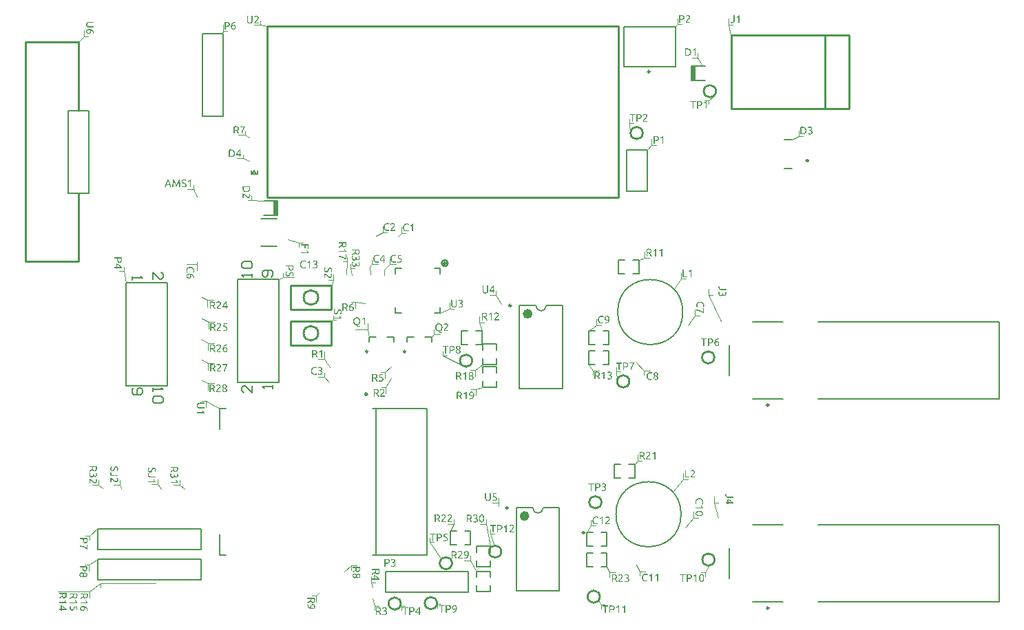
<source format=gto>
G04*
G04 #@! TF.GenerationSoftware,Altium Limited,Altium Designer,21.0.9 (235)*
G04*
G04 Layer_Color=65535*
%FSLAX44Y44*%
%MOMM*%
G71*
G04*
G04 #@! TF.SameCoordinates,CE3AA561-A086-4A93-8341-45545DFCD4B5*
G04*
G04*
G04 #@! TF.FilePolarity,Positive*
G04*
G01*
G75*
%ADD10C,0.2540*%
%ADD11C,0.2500*%
%ADD12C,0.2000*%
%ADD13C,0.6000*%
%ADD14C,0.3000*%
%ADD15C,0.1250*%
%ADD16C,0.1524*%
%ADD17C,0.1270*%
%ADD18C,0.2032*%
%ADD19R,0.5080X1.8000*%
G36*
X1154886Y912477D02*
X1154873Y912463D01*
X1154859Y912421D01*
X1154817Y912338D01*
X1154776Y912241D01*
X1154706Y912103D01*
X1154651Y911950D01*
X1154581Y911756D01*
X1154498Y911534D01*
Y911520D01*
X1154484Y911506D01*
X1154471Y911423D01*
X1154429Y911284D01*
X1154401Y911104D01*
X1154360Y910882D01*
X1154318Y910632D01*
X1154304Y910327D01*
X1154290Y910008D01*
Y909925D01*
X1154304Y909814D01*
X1154318Y909689D01*
X1154332Y909537D01*
X1154360Y909357D01*
X1154401Y909176D01*
X1154471Y908982D01*
X1154540Y908802D01*
X1154623Y908608D01*
X1154748Y908441D01*
X1154873Y908289D01*
X1155039Y908164D01*
X1155219Y908053D01*
X1155427Y907997D01*
X1155677Y907970D01*
X1155691D01*
X1155746D01*
X1155830Y907984D01*
X1155927Y907997D01*
X1156038Y908011D01*
X1156162Y908053D01*
X1156273Y908094D01*
X1156398Y908164D01*
X1156412Y908178D01*
X1156454Y908192D01*
X1156509Y908233D01*
X1156579Y908289D01*
X1156662Y908358D01*
X1156745Y908441D01*
X1156925Y908649D01*
X1156939Y908663D01*
X1156967Y908705D01*
X1157008Y908760D01*
X1157050Y908857D01*
X1157119Y908954D01*
X1157175Y909079D01*
X1157244Y909204D01*
X1157300Y909357D01*
X1157314Y909370D01*
X1157327Y909426D01*
X1157355Y909509D01*
X1157397Y909606D01*
X1157438Y909731D01*
X1157494Y909870D01*
X1157619Y910189D01*
X1157633Y910216D01*
X1157646Y910272D01*
X1157688Y910369D01*
X1157730Y910494D01*
X1157785Y910646D01*
X1157854Y910799D01*
X1158007Y911145D01*
X1158021Y911159D01*
X1158048Y911215D01*
X1158090Y911312D01*
X1158159Y911409D01*
X1158229Y911534D01*
X1158312Y911673D01*
X1158520Y911936D01*
X1158534Y911950D01*
X1158576Y911992D01*
X1158645Y912047D01*
X1158728Y912130D01*
X1158825Y912213D01*
X1158950Y912297D01*
X1159089Y912380D01*
X1159241Y912463D01*
X1159255Y912477D01*
X1159311Y912491D01*
X1159408Y912518D01*
X1159519Y912546D01*
X1159671Y912588D01*
X1159838Y912616D01*
X1160046Y912629D01*
X1160254Y912643D01*
X1160267D01*
X1160309D01*
X1160365D01*
X1160448Y912629D01*
X1160559Y912616D01*
X1160670Y912602D01*
X1160947Y912546D01*
X1161238Y912449D01*
X1161405Y912380D01*
X1161557Y912297D01*
X1161710Y912199D01*
X1161862Y912089D01*
X1162001Y911964D01*
X1162140Y911825D01*
X1162154Y911811D01*
X1162167Y911784D01*
X1162209Y911742D01*
X1162251Y911673D01*
X1162306Y911589D01*
X1162362Y911478D01*
X1162417Y911367D01*
X1162486Y911229D01*
X1162556Y911076D01*
X1162611Y910896D01*
X1162667Y910716D01*
X1162722Y910508D01*
X1162764Y910286D01*
X1162805Y910050D01*
X1162819Y909800D01*
X1162833Y909537D01*
Y909398D01*
X1162819Y909232D01*
X1162805Y909038D01*
X1162792Y908802D01*
X1162764Y908552D01*
X1162708Y908289D01*
X1162653Y908025D01*
Y908011D01*
X1162639Y907997D01*
X1162625Y907914D01*
X1162583Y907789D01*
X1162542Y907637D01*
X1162473Y907470D01*
X1162403Y907304D01*
X1162334Y907138D01*
X1162251Y906999D01*
X1161197Y907415D01*
X1161210Y907429D01*
X1161224Y907470D01*
X1161252Y907540D01*
X1161308Y907623D01*
X1161349Y907748D01*
X1161405Y907900D01*
X1161474Y908067D01*
X1161529Y908261D01*
X1161543Y908289D01*
X1161557Y908358D01*
X1161585Y908469D01*
X1161627Y908622D01*
X1161654Y908816D01*
X1161682Y909024D01*
X1161696Y909273D01*
X1161710Y909537D01*
Y909676D01*
X1161696Y909759D01*
Y909870D01*
X1161682Y909995D01*
X1161627Y910244D01*
Y910258D01*
X1161613Y910300D01*
X1161599Y910355D01*
X1161571Y910438D01*
X1161488Y910619D01*
X1161377Y910799D01*
Y910813D01*
X1161349Y910840D01*
X1161321Y910882D01*
X1161266Y910938D01*
X1161141Y911062D01*
X1160975Y911173D01*
X1160961D01*
X1160933Y911201D01*
X1160878Y911215D01*
X1160808Y911243D01*
X1160725Y911270D01*
X1160628Y911284D01*
X1160392Y911312D01*
X1160378D01*
X1160337D01*
X1160254Y911298D01*
X1160170D01*
X1159962Y911256D01*
X1159754Y911173D01*
X1159741Y911159D01*
X1159713Y911145D01*
X1159671Y911104D01*
X1159602Y911062D01*
X1159463Y910938D01*
X1159311Y910757D01*
X1159297Y910743D01*
X1159283Y910716D01*
X1159241Y910660D01*
X1159200Y910577D01*
X1159144Y910494D01*
X1159089Y910383D01*
X1158964Y910147D01*
Y910133D01*
X1158936Y910078D01*
X1158908Y910008D01*
X1158867Y909911D01*
X1158825Y909800D01*
X1158770Y909662D01*
X1158645Y909357D01*
Y909343D01*
X1158631Y909329D01*
X1158603Y909259D01*
X1158562Y909135D01*
X1158492Y908982D01*
X1158423Y908816D01*
X1158354Y908635D01*
X1158173Y908247D01*
X1158159Y908219D01*
X1158132Y908164D01*
X1158076Y908067D01*
X1158021Y907956D01*
X1157938Y907817D01*
X1157840Y907678D01*
X1157605Y907387D01*
X1157591Y907373D01*
X1157549Y907332D01*
X1157480Y907262D01*
X1157383Y907179D01*
X1157258Y907082D01*
X1157119Y906985D01*
X1156967Y906902D01*
X1156800Y906819D01*
X1156786Y906805D01*
X1156717Y906791D01*
X1156620Y906749D01*
X1156495Y906708D01*
X1156329Y906680D01*
X1156135Y906638D01*
X1155927Y906625D01*
X1155691Y906611D01*
X1155677D01*
X1155635D01*
X1155580D01*
X1155497Y906625D01*
X1155386Y906638D01*
X1155275Y906652D01*
X1154997Y906721D01*
X1154692Y906833D01*
X1154540Y906902D01*
X1154387Y906985D01*
X1154235Y907082D01*
X1154082Y907207D01*
X1153943Y907346D01*
X1153819Y907498D01*
Y907512D01*
X1153791Y907540D01*
X1153763Y907595D01*
X1153722Y907665D01*
X1153666Y907748D01*
X1153611Y907859D01*
X1153555Y907997D01*
X1153500Y908150D01*
X1153430Y908316D01*
X1153375Y908497D01*
X1153319Y908705D01*
X1153264Y908927D01*
X1153222Y909176D01*
X1153195Y909440D01*
X1153181Y909717D01*
X1153167Y910008D01*
Y910202D01*
X1153181Y910341D01*
Y910494D01*
X1153208Y910660D01*
X1153250Y911007D01*
Y911021D01*
X1153264Y911090D01*
X1153278Y911173D01*
X1153292Y911284D01*
X1153319Y911409D01*
X1153347Y911548D01*
X1153417Y911825D01*
Y911839D01*
X1153430Y911881D01*
X1153458Y911950D01*
X1153486Y912033D01*
X1153541Y912241D01*
X1153624Y912449D01*
Y912463D01*
X1153638Y912491D01*
X1153666Y912546D01*
X1153694Y912602D01*
X1153749Y912727D01*
X1153819Y912851D01*
X1154886Y912477D01*
D02*
G37*
G36*
X1161751Y905432D02*
X1161807Y905376D01*
X1161918Y905265D01*
X1162043Y905113D01*
X1162057Y905099D01*
X1162070Y905071D01*
X1162112Y905016D01*
X1162167Y904946D01*
X1162223Y904863D01*
X1162278Y904766D01*
X1162403Y904530D01*
X1162417Y904517D01*
X1162431Y904475D01*
X1162473Y904406D01*
X1162514Y904308D01*
X1162556Y904197D01*
X1162611Y904073D01*
X1162708Y903781D01*
Y903768D01*
X1162722Y903712D01*
X1162750Y903629D01*
X1162778Y903518D01*
X1162792Y903379D01*
X1162819Y903227D01*
X1162833Y903060D01*
Y902741D01*
X1162819Y902644D01*
Y902519D01*
X1162792Y902381D01*
X1162778Y902228D01*
X1162750Y902062D01*
X1162667Y901701D01*
X1162542Y901341D01*
X1162473Y901160D01*
X1162375Y900994D01*
X1162278Y900827D01*
X1162154Y900689D01*
X1162140Y900675D01*
X1162126Y900661D01*
X1162084Y900619D01*
X1162029Y900578D01*
X1161959Y900522D01*
X1161876Y900453D01*
X1161779Y900384D01*
X1161668Y900314D01*
X1161529Y900259D01*
X1161391Y900190D01*
X1161238Y900120D01*
X1161072Y900065D01*
X1160684Y899982D01*
X1160475Y899968D01*
X1160254Y899954D01*
X1160226D01*
X1160170D01*
X1160073Y899968D01*
X1159949Y899982D01*
X1159810Y899995D01*
X1159657Y900037D01*
X1159477Y900079D01*
X1159311Y900148D01*
X1159297Y900162D01*
X1159241Y900190D01*
X1159144Y900231D01*
X1159033Y900287D01*
X1158908Y900356D01*
X1158756Y900439D01*
X1158437Y900661D01*
X1158423Y900675D01*
X1158367Y900716D01*
X1158284Y900786D01*
X1158173Y900869D01*
X1158035Y900980D01*
X1157896Y901105D01*
X1157577Y901382D01*
X1157563Y901396D01*
X1157508Y901451D01*
X1157424Y901535D01*
X1157314Y901632D01*
X1157189Y901757D01*
X1157050Y901895D01*
X1156759Y902187D01*
X1156745Y902200D01*
X1156717Y902228D01*
X1156676Y902284D01*
X1156606Y902339D01*
X1156523Y902422D01*
X1156440Y902519D01*
X1156218Y902727D01*
X1156204Y902741D01*
X1156162Y902783D01*
X1156107Y902838D01*
X1156024Y902908D01*
X1155927Y902991D01*
X1155816Y903088D01*
X1155580Y903296D01*
X1155566Y903310D01*
X1155525Y903338D01*
X1155455Y903393D01*
X1155372Y903449D01*
X1155275Y903518D01*
X1155178Y903587D01*
X1154942Y903740D01*
X1154928Y903754D01*
X1154886Y903768D01*
X1154831Y903795D01*
X1154762Y903823D01*
X1154595Y903892D01*
X1154498Y903906D01*
X1154415Y903920D01*
Y899649D01*
X1153361D01*
Y905279D01*
X1153375D01*
X1153403D01*
X1153458D01*
X1153514D01*
X1153527D01*
X1153569D01*
X1153666D01*
X1153680D01*
X1153694D01*
X1153777D01*
X1153888Y905265D01*
X1154041Y905251D01*
X1154221Y905238D01*
X1154415Y905196D01*
X1154623Y905154D01*
X1154831Y905085D01*
X1154859Y905071D01*
X1154928Y905043D01*
X1155025Y905002D01*
X1155164Y904932D01*
X1155316Y904863D01*
X1155483Y904766D01*
X1155844Y904544D01*
X1155871Y904530D01*
X1155927Y904489D01*
X1156024Y904419D01*
X1156135Y904322D01*
X1156287Y904211D01*
X1156440Y904087D01*
X1156759Y903795D01*
X1156773Y903781D01*
X1156828Y903726D01*
X1156911Y903643D01*
X1157022Y903532D01*
X1157147Y903407D01*
X1157286Y903268D01*
X1157591Y902977D01*
X1157605Y902963D01*
X1157646Y902922D01*
X1157702Y902852D01*
X1157785Y902769D01*
X1157882Y902672D01*
X1157993Y902561D01*
X1158215Y902339D01*
X1158229Y902325D01*
X1158270Y902284D01*
X1158340Y902228D01*
X1158409Y902159D01*
X1158506Y902076D01*
X1158617Y901979D01*
X1158853Y901798D01*
X1158867Y901784D01*
X1158908Y901757D01*
X1158978Y901715D01*
X1159061Y901660D01*
X1159158Y901604D01*
X1159269Y901535D01*
X1159505Y901424D01*
X1159519Y901410D01*
X1159560Y901396D01*
X1159630Y901368D01*
X1159713Y901341D01*
X1159824Y901313D01*
X1159949Y901299D01*
X1160073Y901271D01*
X1160212D01*
X1160226D01*
X1160281D01*
X1160351D01*
X1160448Y901285D01*
X1160670Y901327D01*
X1160892Y901410D01*
X1160905D01*
X1160933Y901438D01*
X1160989Y901465D01*
X1161058Y901493D01*
X1161197Y901604D01*
X1161349Y901757D01*
X1161363Y901770D01*
X1161377Y901798D01*
X1161419Y901840D01*
X1161460Y901895D01*
X1161543Y902048D01*
X1161627Y902256D01*
Y902270D01*
X1161640Y902311D01*
X1161654Y902367D01*
X1161682Y902436D01*
X1161696Y902533D01*
X1161710Y902630D01*
X1161724Y902866D01*
Y903005D01*
X1161710Y903102D01*
X1161696Y903213D01*
X1161682Y903324D01*
X1161613Y903573D01*
Y903587D01*
X1161599Y903629D01*
X1161571Y903684D01*
X1161543Y903768D01*
X1161460Y903948D01*
X1161363Y904156D01*
Y904170D01*
X1161335Y904197D01*
X1161308Y904239D01*
X1161280Y904308D01*
X1161183Y904447D01*
X1161072Y904586D01*
X1161044Y904613D01*
X1160989Y904683D01*
X1160905Y904766D01*
X1160836Y904849D01*
X1161724Y905460D01*
X1161751Y905432D01*
D02*
G37*
G36*
X1196473Y934880D02*
X1196500Y934811D01*
X1196514Y934700D01*
X1196542Y934547D01*
X1196583Y934367D01*
X1196611Y934159D01*
X1196639Y933937D01*
X1196653Y933687D01*
Y933660D01*
X1196667Y933577D01*
Y933438D01*
X1196681Y933271D01*
X1196694Y933091D01*
Y932883D01*
X1196708Y932453D01*
Y932259D01*
X1196694Y932134D01*
X1196681Y931968D01*
X1196667Y931774D01*
X1196653Y931565D01*
X1196611Y931344D01*
X1196528Y930872D01*
X1196403Y930373D01*
X1196320Y930123D01*
X1196223Y929887D01*
X1196098Y929679D01*
X1195973Y929471D01*
X1195959Y929458D01*
X1195946Y929430D01*
X1195890Y929374D01*
X1195835Y929305D01*
X1195765Y929236D01*
X1195668Y929152D01*
X1195557Y929055D01*
X1195419Y928958D01*
X1195280Y928861D01*
X1195114Y928764D01*
X1194933Y928681D01*
X1194739Y928612D01*
X1194531Y928542D01*
X1194295Y928487D01*
X1194046Y928459D01*
X1193782Y928445D01*
X1193768D01*
X1193740D01*
X1193699D01*
X1193630Y928459D01*
X1193546D01*
X1193449Y928473D01*
X1193241Y928501D01*
X1192992Y928570D01*
X1192728Y928653D01*
X1192451Y928778D01*
X1192201Y928944D01*
X1192187D01*
X1192173Y928972D01*
X1192090Y929028D01*
X1191979Y929152D01*
X1191841Y929305D01*
X1191674Y929499D01*
X1191522Y929749D01*
X1191369Y930040D01*
X1191230Y930373D01*
X1191217Y930359D01*
X1191189Y930331D01*
X1191119Y930290D01*
X1191050Y930234D01*
X1190939Y930151D01*
X1190828Y930068D01*
X1190676Y929957D01*
X1190523Y929846D01*
X1190509Y929832D01*
X1190454Y929790D01*
X1190357Y929721D01*
X1190246Y929638D01*
X1190107Y929527D01*
X1189941Y929416D01*
X1189760Y929291D01*
X1189566Y929166D01*
X1189538Y929152D01*
X1189469Y929111D01*
X1189372Y929042D01*
X1189233Y928944D01*
X1189067Y928847D01*
X1188873Y928723D01*
X1188679Y928598D01*
X1188457Y928473D01*
X1188429Y928459D01*
X1188360Y928417D01*
X1188249Y928348D01*
X1188110Y928265D01*
X1187943Y928182D01*
X1187749Y928085D01*
X1187361Y927890D01*
Y929305D01*
X1187389Y929319D01*
X1187444Y929347D01*
X1187541Y929416D01*
X1187680Y929485D01*
X1187833Y929568D01*
X1187999Y929679D01*
X1188373Y929901D01*
X1188401Y929915D01*
X1188471Y929957D01*
X1188568Y930012D01*
X1188692Y930096D01*
X1188845Y930193D01*
X1189011Y930290D01*
X1189372Y930525D01*
X1189400Y930539D01*
X1189455Y930581D01*
X1189552Y930636D01*
X1189663Y930720D01*
X1189802Y930817D01*
X1189954Y930928D01*
X1190259Y931163D01*
X1190273Y931177D01*
X1190329Y931219D01*
X1190412Y931274D01*
X1190509Y931344D01*
X1190620Y931427D01*
X1190745Y931524D01*
X1190981Y931718D01*
Y933618D01*
X1187361D01*
Y934908D01*
X1196473D01*
Y934880D01*
D02*
G37*
G36*
X1188720Y926684D02*
Y926670D01*
X1188706Y926642D01*
X1188679Y926587D01*
X1188651Y926504D01*
X1188609Y926406D01*
X1188568Y926268D01*
X1188512Y926115D01*
X1188443Y925935D01*
Y925907D01*
X1188415Y925838D01*
X1188387Y925727D01*
X1188360Y925574D01*
X1188332Y925394D01*
X1188304Y925172D01*
X1188290Y924923D01*
X1188276Y924645D01*
Y924534D01*
X1188290Y924451D01*
Y924354D01*
X1188304Y924243D01*
X1188332Y923979D01*
X1188387Y923702D01*
X1188471Y923425D01*
X1188581Y923161D01*
X1188651Y923036D01*
X1188734Y922939D01*
X1188762Y922912D01*
X1188817Y922856D01*
X1188928Y922773D01*
X1189067Y922676D01*
X1189247Y922579D01*
X1189469Y922496D01*
X1189719Y922440D01*
X1189996Y922412D01*
X1190024D01*
X1190079D01*
X1190176Y922426D01*
X1190287Y922440D01*
X1190426Y922468D01*
X1190565Y922510D01*
X1190703Y922565D01*
X1190842Y922634D01*
X1190856Y922648D01*
X1190898Y922676D01*
X1190967Y922718D01*
X1191036Y922787D01*
X1191133Y922870D01*
X1191217Y922967D01*
X1191313Y923078D01*
X1191397Y923203D01*
X1191411Y923217D01*
X1191424Y923258D01*
X1191466Y923342D01*
X1191508Y923439D01*
X1191563Y923550D01*
X1191605Y923688D01*
X1191646Y923841D01*
X1191688Y924007D01*
Y924021D01*
X1191702Y924090D01*
X1191716Y924174D01*
X1191743Y924298D01*
X1191757Y924437D01*
X1191771Y924604D01*
X1191785Y924950D01*
Y925269D01*
X1192797D01*
Y924715D01*
X1192811Y924617D01*
Y924520D01*
X1192825Y924396D01*
X1192853Y924146D01*
Y924132D01*
X1192867Y924090D01*
X1192881Y924021D01*
X1192908Y923924D01*
X1192978Y923716D01*
X1193089Y923494D01*
X1193103Y923480D01*
X1193116Y923439D01*
X1193158Y923397D01*
X1193214Y923328D01*
X1193283Y923244D01*
X1193366Y923161D01*
X1193574Y923009D01*
X1193588Y922995D01*
X1193630Y922981D01*
X1193699Y922953D01*
X1193782Y922912D01*
X1193893Y922870D01*
X1194018Y922842D01*
X1194170Y922829D01*
X1194323Y922815D01*
X1194337D01*
X1194392D01*
X1194462D01*
X1194545Y922829D01*
X1194753Y922870D01*
X1194961Y922953D01*
X1194975D01*
X1195003Y922981D01*
X1195058Y923009D01*
X1195127Y923050D01*
X1195266Y923161D01*
X1195405Y923314D01*
X1195419Y923328D01*
X1195433Y923355D01*
X1195460Y923397D01*
X1195502Y923466D01*
X1195585Y923619D01*
X1195654Y923827D01*
Y923841D01*
X1195668Y923869D01*
X1195682Y923938D01*
X1195696Y924007D01*
X1195710Y924090D01*
X1195724Y924201D01*
X1195738Y924423D01*
Y924534D01*
X1195724Y924645D01*
X1195710Y924798D01*
X1195696Y924964D01*
X1195654Y925158D01*
X1195613Y925339D01*
X1195543Y925519D01*
X1195529Y925533D01*
X1195516Y925588D01*
X1195474Y925671D01*
X1195433Y925782D01*
X1195363Y925893D01*
X1195308Y926018D01*
X1195155Y926268D01*
X1196112Y926739D01*
Y926725D01*
X1196126Y926712D01*
X1196181Y926628D01*
X1196251Y926504D01*
X1196334Y926337D01*
Y926323D01*
X1196362Y926296D01*
X1196389Y926240D01*
X1196417Y926171D01*
X1196459Y926087D01*
X1196487Y925991D01*
X1196570Y925782D01*
Y925769D01*
X1196583Y925727D01*
X1196611Y925671D01*
X1196639Y925588D01*
X1196667Y925491D01*
X1196694Y925380D01*
X1196750Y925131D01*
Y925117D01*
X1196764Y925061D01*
X1196778Y924992D01*
X1196792Y924895D01*
X1196805Y924784D01*
X1196819Y924659D01*
X1196833Y924382D01*
Y924257D01*
X1196819Y924118D01*
X1196805Y923952D01*
X1196792Y923744D01*
X1196750Y923536D01*
X1196708Y923328D01*
X1196639Y923120D01*
X1196625Y923092D01*
X1196611Y923023D01*
X1196570Y922925D01*
X1196514Y922801D01*
X1196431Y922662D01*
X1196348Y922523D01*
X1196251Y922371D01*
X1196126Y922232D01*
X1196112Y922218D01*
X1196070Y922177D01*
X1196001Y922107D01*
X1195918Y922038D01*
X1195793Y921955D01*
X1195668Y921871D01*
X1195529Y921788D01*
X1195363Y921719D01*
X1195349Y921705D01*
X1195280Y921691D01*
X1195197Y921664D01*
X1195072Y921622D01*
X1194933Y921594D01*
X1194767Y921566D01*
X1194586Y921553D01*
X1194392Y921539D01*
X1194379D01*
X1194365D01*
X1194323D01*
X1194268D01*
X1194143Y921566D01*
X1193962Y921594D01*
X1193768Y921636D01*
X1193574Y921719D01*
X1193352Y921816D01*
X1193158Y921955D01*
X1193130Y921969D01*
X1193075Y922024D01*
X1192978Y922121D01*
X1192867Y922232D01*
X1192742Y922385D01*
X1192617Y922551D01*
X1192492Y922745D01*
X1192381Y922953D01*
Y922939D01*
X1192367Y922898D01*
X1192340Y922815D01*
X1192298Y922731D01*
X1192257Y922620D01*
X1192201Y922510D01*
X1192062Y922260D01*
X1192049Y922246D01*
X1192035Y922204D01*
X1191979Y922135D01*
X1191924Y922066D01*
X1191854Y921969D01*
X1191771Y921885D01*
X1191563Y921691D01*
X1191549Y921677D01*
X1191508Y921650D01*
X1191452Y921608D01*
X1191355Y921553D01*
X1191258Y921483D01*
X1191133Y921414D01*
X1191008Y921345D01*
X1190856Y921289D01*
X1190842Y921275D01*
X1190787Y921261D01*
X1190703Y921234D01*
X1190592Y921206D01*
X1190454Y921178D01*
X1190301Y921150D01*
X1190135Y921123D01*
X1189954D01*
X1189927D01*
X1189857D01*
X1189733Y921136D01*
X1189594Y921150D01*
X1189427Y921178D01*
X1189233Y921206D01*
X1189039Y921261D01*
X1188845Y921331D01*
X1188817Y921345D01*
X1188762Y921372D01*
X1188665Y921414D01*
X1188540Y921483D01*
X1188401Y921580D01*
X1188249Y921691D01*
X1188110Y921830D01*
X1187957Y921982D01*
X1187943Y921996D01*
X1187902Y922066D01*
X1187833Y922149D01*
X1187749Y922274D01*
X1187652Y922440D01*
X1187555Y922620D01*
X1187458Y922829D01*
X1187375Y923064D01*
Y923078D01*
X1187361Y923092D01*
Y923134D01*
X1187347Y923175D01*
X1187306Y923314D01*
X1187278Y923508D01*
X1187236Y923730D01*
X1187195Y923993D01*
X1187181Y924285D01*
X1187167Y924617D01*
Y924742D01*
X1187181Y924839D01*
Y924950D01*
X1187195Y925061D01*
X1187222Y925339D01*
Y925352D01*
X1187236Y925394D01*
X1187250Y925463D01*
X1187264Y925561D01*
X1187278Y925658D01*
X1187306Y925782D01*
X1187361Y926018D01*
Y926032D01*
X1187375Y926074D01*
X1187389Y926129D01*
X1187403Y926212D01*
X1187444Y926393D01*
X1187500Y926587D01*
Y926601D01*
X1187514Y926628D01*
X1187555Y926712D01*
X1187597Y926823D01*
X1187638Y926920D01*
X1188720Y926684D01*
D02*
G37*
G36*
Y919153D02*
Y919139D01*
X1188706Y919112D01*
X1188679Y919056D01*
X1188651Y918973D01*
X1188609Y918876D01*
X1188568Y918737D01*
X1188512Y918585D01*
X1188443Y918404D01*
Y918377D01*
X1188415Y918307D01*
X1188387Y918196D01*
X1188360Y918044D01*
X1188332Y917864D01*
X1188304Y917642D01*
X1188290Y917392D01*
X1188276Y917115D01*
Y917004D01*
X1188290Y916920D01*
Y916823D01*
X1188304Y916712D01*
X1188332Y916449D01*
X1188387Y916172D01*
X1188471Y915894D01*
X1188581Y915631D01*
X1188651Y915506D01*
X1188734Y915409D01*
X1188762Y915381D01*
X1188817Y915326D01*
X1188928Y915242D01*
X1189067Y915145D01*
X1189247Y915048D01*
X1189469Y914965D01*
X1189719Y914910D01*
X1189996Y914882D01*
X1190024D01*
X1190079D01*
X1190176Y914896D01*
X1190287Y914910D01*
X1190426Y914937D01*
X1190565Y914979D01*
X1190703Y915034D01*
X1190842Y915104D01*
X1190856Y915118D01*
X1190898Y915145D01*
X1190967Y915187D01*
X1191036Y915256D01*
X1191133Y915340D01*
X1191217Y915437D01*
X1191313Y915547D01*
X1191397Y915672D01*
X1191411Y915686D01*
X1191424Y915728D01*
X1191466Y915811D01*
X1191508Y915908D01*
X1191563Y916019D01*
X1191605Y916158D01*
X1191646Y916310D01*
X1191688Y916477D01*
Y916491D01*
X1191702Y916560D01*
X1191716Y916643D01*
X1191743Y916768D01*
X1191757Y916907D01*
X1191771Y917073D01*
X1191785Y917420D01*
Y917739D01*
X1192797D01*
Y917184D01*
X1192811Y917087D01*
Y916990D01*
X1192825Y916865D01*
X1192853Y916615D01*
Y916601D01*
X1192867Y916560D01*
X1192881Y916491D01*
X1192908Y916394D01*
X1192978Y916186D01*
X1193089Y915964D01*
X1193103Y915950D01*
X1193116Y915908D01*
X1193158Y915866D01*
X1193214Y915797D01*
X1193283Y915714D01*
X1193366Y915631D01*
X1193574Y915478D01*
X1193588Y915464D01*
X1193630Y915451D01*
X1193699Y915423D01*
X1193782Y915381D01*
X1193893Y915340D01*
X1194018Y915312D01*
X1194170Y915298D01*
X1194323Y915284D01*
X1194337D01*
X1194392D01*
X1194462D01*
X1194545Y915298D01*
X1194753Y915340D01*
X1194961Y915423D01*
X1194975D01*
X1195003Y915451D01*
X1195058Y915478D01*
X1195127Y915520D01*
X1195266Y915631D01*
X1195405Y915783D01*
X1195419Y915797D01*
X1195433Y915825D01*
X1195460Y915866D01*
X1195502Y915936D01*
X1195585Y916088D01*
X1195654Y916296D01*
Y916310D01*
X1195668Y916338D01*
X1195682Y916407D01*
X1195696Y916477D01*
X1195710Y916560D01*
X1195724Y916671D01*
X1195738Y916893D01*
Y917004D01*
X1195724Y917115D01*
X1195710Y917267D01*
X1195696Y917434D01*
X1195654Y917628D01*
X1195613Y917808D01*
X1195543Y917988D01*
X1195529Y918002D01*
X1195516Y918058D01*
X1195474Y918141D01*
X1195433Y918252D01*
X1195363Y918363D01*
X1195308Y918488D01*
X1195155Y918737D01*
X1196112Y919209D01*
Y919195D01*
X1196126Y919181D01*
X1196181Y919098D01*
X1196251Y918973D01*
X1196334Y918807D01*
Y918793D01*
X1196362Y918765D01*
X1196389Y918709D01*
X1196417Y918640D01*
X1196459Y918557D01*
X1196487Y918460D01*
X1196570Y918252D01*
Y918238D01*
X1196583Y918196D01*
X1196611Y918141D01*
X1196639Y918058D01*
X1196667Y917961D01*
X1196694Y917850D01*
X1196750Y917600D01*
Y917586D01*
X1196764Y917531D01*
X1196778Y917461D01*
X1196792Y917364D01*
X1196805Y917253D01*
X1196819Y917129D01*
X1196833Y916851D01*
Y916726D01*
X1196819Y916588D01*
X1196805Y916421D01*
X1196792Y916213D01*
X1196750Y916005D01*
X1196708Y915797D01*
X1196639Y915589D01*
X1196625Y915561D01*
X1196611Y915492D01*
X1196570Y915395D01*
X1196514Y915270D01*
X1196431Y915132D01*
X1196348Y914993D01*
X1196251Y914840D01*
X1196126Y914702D01*
X1196112Y914688D01*
X1196070Y914646D01*
X1196001Y914577D01*
X1195918Y914507D01*
X1195793Y914424D01*
X1195668Y914341D01*
X1195529Y914258D01*
X1195363Y914188D01*
X1195349Y914175D01*
X1195280Y914161D01*
X1195197Y914133D01*
X1195072Y914091D01*
X1194933Y914064D01*
X1194767Y914036D01*
X1194586Y914022D01*
X1194392Y914008D01*
X1194379D01*
X1194365D01*
X1194323D01*
X1194268D01*
X1194143Y914036D01*
X1193962Y914064D01*
X1193768Y914105D01*
X1193574Y914188D01*
X1193352Y914286D01*
X1193158Y914424D01*
X1193130Y914438D01*
X1193075Y914493D01*
X1192978Y914591D01*
X1192867Y914702D01*
X1192742Y914854D01*
X1192617Y915021D01*
X1192492Y915215D01*
X1192381Y915423D01*
Y915409D01*
X1192367Y915367D01*
X1192340Y915284D01*
X1192298Y915201D01*
X1192257Y915090D01*
X1192201Y914979D01*
X1192062Y914729D01*
X1192049Y914715D01*
X1192035Y914674D01*
X1191979Y914604D01*
X1191924Y914535D01*
X1191854Y914438D01*
X1191771Y914355D01*
X1191563Y914161D01*
X1191549Y914147D01*
X1191508Y914119D01*
X1191452Y914078D01*
X1191355Y914022D01*
X1191258Y913953D01*
X1191133Y913883D01*
X1191008Y913814D01*
X1190856Y913758D01*
X1190842Y913745D01*
X1190787Y913731D01*
X1190703Y913703D01*
X1190592Y913675D01*
X1190454Y913648D01*
X1190301Y913620D01*
X1190135Y913592D01*
X1189954D01*
X1189927D01*
X1189857D01*
X1189733Y913606D01*
X1189594Y913620D01*
X1189427Y913648D01*
X1189233Y913675D01*
X1189039Y913731D01*
X1188845Y913800D01*
X1188817Y913814D01*
X1188762Y913842D01*
X1188665Y913883D01*
X1188540Y913953D01*
X1188401Y914050D01*
X1188249Y914161D01*
X1188110Y914299D01*
X1187957Y914452D01*
X1187943Y914466D01*
X1187902Y914535D01*
X1187833Y914618D01*
X1187749Y914743D01*
X1187652Y914910D01*
X1187555Y915090D01*
X1187458Y915298D01*
X1187375Y915534D01*
Y915547D01*
X1187361Y915561D01*
Y915603D01*
X1187347Y915645D01*
X1187306Y915783D01*
X1187278Y915977D01*
X1187236Y916199D01*
X1187195Y916463D01*
X1187181Y916754D01*
X1187167Y917087D01*
Y917212D01*
X1187181Y917309D01*
Y917420D01*
X1187195Y917531D01*
X1187222Y917808D01*
Y917822D01*
X1187236Y917864D01*
X1187250Y917933D01*
X1187264Y918030D01*
X1187278Y918127D01*
X1187306Y918252D01*
X1187361Y918488D01*
Y918502D01*
X1187375Y918543D01*
X1187389Y918599D01*
X1187403Y918682D01*
X1187444Y918862D01*
X1187500Y919056D01*
Y919070D01*
X1187514Y919098D01*
X1187555Y919181D01*
X1187597Y919292D01*
X1187638Y919389D01*
X1188720Y919153D01*
D02*
G37*
G36*
X1180188Y943956D02*
X1180216Y943887D01*
X1180229Y943776D01*
X1180257Y943624D01*
X1180299Y943443D01*
X1180327Y943235D01*
X1180354Y943013D01*
X1180368Y942764D01*
Y942736D01*
X1180382Y942653D01*
Y942514D01*
X1180396Y942348D01*
X1180410Y942167D01*
Y941959D01*
X1180424Y941529D01*
Y941335D01*
X1180410Y941210D01*
X1180396Y941044D01*
X1180382Y940850D01*
X1180368Y940642D01*
X1180327Y940420D01*
X1180243Y939948D01*
X1180118Y939449D01*
X1180035Y939200D01*
X1179938Y938964D01*
X1179813Y938756D01*
X1179689Y938548D01*
X1179675Y938534D01*
X1179661Y938506D01*
X1179605Y938451D01*
X1179550Y938381D01*
X1179481Y938312D01*
X1179383Y938229D01*
X1179273Y938132D01*
X1179134Y938035D01*
X1178995Y937937D01*
X1178829Y937840D01*
X1178649Y937757D01*
X1178454Y937688D01*
X1178246Y937618D01*
X1178010Y937563D01*
X1177761Y937535D01*
X1177497Y937522D01*
X1177484D01*
X1177456D01*
X1177414D01*
X1177345Y937535D01*
X1177262D01*
X1177165Y937549D01*
X1176956Y937577D01*
X1176707Y937646D01*
X1176443Y937729D01*
X1176166Y937854D01*
X1175916Y938021D01*
X1175903D01*
X1175889Y938048D01*
X1175806Y938104D01*
X1175695Y938229D01*
X1175556Y938381D01*
X1175389Y938576D01*
X1175237Y938825D01*
X1175084Y939116D01*
X1174946Y939449D01*
X1174932Y939435D01*
X1174904Y939408D01*
X1174835Y939366D01*
X1174765Y939311D01*
X1174654Y939227D01*
X1174543Y939144D01*
X1174391Y939033D01*
X1174238Y938922D01*
X1174224Y938908D01*
X1174169Y938867D01*
X1174072Y938797D01*
X1173961Y938714D01*
X1173822Y938603D01*
X1173656Y938492D01*
X1173476Y938367D01*
X1173281Y938243D01*
X1173254Y938229D01*
X1173184Y938187D01*
X1173087Y938118D01*
X1172949Y938021D01*
X1172782Y937924D01*
X1172588Y937799D01*
X1172394Y937674D01*
X1172172Y937549D01*
X1172144Y937535D01*
X1172075Y937494D01*
X1171964Y937424D01*
X1171825Y937341D01*
X1171659Y937258D01*
X1171465Y937161D01*
X1171076Y936967D01*
Y938381D01*
X1171104Y938395D01*
X1171160Y938423D01*
X1171257Y938492D01*
X1171395Y938562D01*
X1171548Y938645D01*
X1171714Y938756D01*
X1172089Y938978D01*
X1172116Y938991D01*
X1172186Y939033D01*
X1172283Y939089D01*
X1172408Y939172D01*
X1172560Y939269D01*
X1172727Y939366D01*
X1173087Y939602D01*
X1173115Y939616D01*
X1173170Y939657D01*
X1173268Y939713D01*
X1173379Y939796D01*
X1173517Y939893D01*
X1173670Y940004D01*
X1173975Y940240D01*
X1173989Y940254D01*
X1174044Y940295D01*
X1174127Y940351D01*
X1174224Y940420D01*
X1174335Y940503D01*
X1174460Y940600D01*
X1174696Y940794D01*
Y942694D01*
X1171076D01*
Y943984D01*
X1180188D01*
Y943956D01*
D02*
G37*
G36*
X1178413Y935469D02*
X1178427Y935455D01*
X1178440Y935414D01*
X1178468Y935358D01*
X1178524Y935205D01*
X1178621Y935011D01*
X1178718Y934789D01*
X1178857Y934540D01*
X1178995Y934276D01*
X1179162Y934013D01*
Y933999D01*
X1179189Y933985D01*
X1179203Y933943D01*
X1179245Y933888D01*
X1179342Y933749D01*
X1179481Y933569D01*
X1179647Y933375D01*
X1179841Y933153D01*
X1180077Y932917D01*
X1180327Y932681D01*
Y931794D01*
X1171076D01*
Y933042D01*
X1178593D01*
Y933056D01*
X1178565Y933070D01*
X1178510Y933153D01*
X1178413Y933278D01*
X1178288Y933444D01*
Y933458D01*
X1178260Y933486D01*
X1178232Y933527D01*
X1178191Y933597D01*
X1178094Y933763D01*
X1177983Y933957D01*
Y933971D01*
X1177955Y933999D01*
X1177927Y934054D01*
X1177900Y934124D01*
X1177858Y934207D01*
X1177803Y934304D01*
X1177705Y934526D01*
Y934540D01*
X1177678Y934581D01*
X1177664Y934637D01*
X1177622Y934706D01*
X1177553Y934900D01*
X1177484Y935108D01*
X1178413Y935483D01*
Y935469D01*
D02*
G37*
G36*
X1180327Y922516D02*
X1179286D01*
X1179259Y922530D01*
X1179189Y922599D01*
X1179078Y922682D01*
X1178926Y922807D01*
X1178732Y922946D01*
X1178496Y923112D01*
X1178219Y923306D01*
X1177900Y923501D01*
X1177886D01*
X1177858Y923528D01*
X1177816Y923556D01*
X1177747Y923584D01*
X1177664Y923639D01*
X1177567Y923695D01*
X1177442Y923750D01*
X1177317Y923820D01*
X1177026Y923972D01*
X1176679Y924152D01*
X1176305Y924333D01*
X1175903Y924513D01*
X1175889D01*
X1175847Y924527D01*
X1175792Y924555D01*
X1175708Y924596D01*
X1175611Y924638D01*
X1175487Y924679D01*
X1175348Y924735D01*
X1175195Y924790D01*
X1175029Y924860D01*
X1174849Y924915D01*
X1174446Y925054D01*
X1174016Y925192D01*
X1173559Y925331D01*
X1173545D01*
X1173503Y925345D01*
X1173434Y925359D01*
X1173351Y925387D01*
X1173226Y925414D01*
X1173101Y925442D01*
X1172949Y925470D01*
X1172782Y925511D01*
X1172602Y925539D01*
X1172408Y925581D01*
X1171992Y925636D01*
X1171534Y925692D01*
X1171076Y925733D01*
Y927023D01*
X1171090D01*
X1171132D01*
X1171187Y927009D01*
X1171257D01*
X1171354Y926995D01*
X1171479Y926982D01*
X1171603Y926968D01*
X1171756Y926954D01*
X1172089Y926898D01*
X1172477Y926829D01*
X1172893Y926746D01*
X1173323Y926649D01*
X1173337D01*
X1173379Y926635D01*
X1173434Y926621D01*
X1173531Y926593D01*
X1173628Y926565D01*
X1173753Y926524D01*
X1173892Y926482D01*
X1174058Y926441D01*
X1174405Y926330D01*
X1174793Y926205D01*
X1175195Y926066D01*
X1175611Y925914D01*
X1175625D01*
X1175667Y925900D01*
X1175722Y925872D01*
X1175806Y925830D01*
X1175903Y925789D01*
X1176013Y925747D01*
X1176152Y925692D01*
X1176291Y925622D01*
X1176610Y925484D01*
X1176956Y925317D01*
X1177317Y925137D01*
X1177678Y924943D01*
X1177692D01*
X1177719Y924915D01*
X1177775Y924887D01*
X1177844Y924846D01*
X1177914Y924804D01*
X1178010Y924749D01*
X1178232Y924610D01*
X1178482Y924457D01*
X1178746Y924277D01*
X1179009Y924097D01*
X1179245Y923903D01*
Y928396D01*
X1180327D01*
Y922516D01*
D02*
G37*
G36*
X1128199Y921318D02*
X1128351D01*
X1128532Y921304D01*
X1128878Y921249D01*
X1128906D01*
X1128962Y921235D01*
X1129045Y921221D01*
X1129156Y921193D01*
X1129281Y921166D01*
X1129419Y921138D01*
X1129683Y921055D01*
X1129697D01*
X1129738Y921041D01*
X1129808Y921013D01*
X1129877Y920999D01*
X1130057Y920930D01*
X1130238Y920847D01*
X1130251D01*
X1130279Y920833D01*
X1130362Y920791D01*
X1130459Y920736D01*
X1130543Y920680D01*
X1130168Y919612D01*
X1130140Y919626D01*
X1130071Y919668D01*
X1129960Y919723D01*
X1129808Y919779D01*
X1129794D01*
X1129766Y919793D01*
X1129724Y919820D01*
X1129655Y919834D01*
X1129502Y919904D01*
X1129295Y919973D01*
X1129281D01*
X1129253Y919987D01*
X1129184Y920001D01*
X1129114Y920029D01*
X1129017Y920056D01*
X1128920Y920084D01*
X1128670Y920126D01*
X1128656D01*
X1128615Y920139D01*
X1128546Y920153D01*
X1128462Y920167D01*
X1128365D01*
X1128241Y920181D01*
X1127991Y920195D01*
X1127866D01*
X1127727Y920181D01*
X1127547Y920167D01*
X1127339Y920126D01*
X1127117Y920084D01*
X1126895Y920015D01*
X1126659Y919931D01*
X1126632Y919918D01*
X1126562Y919890D01*
X1126451Y919820D01*
X1126313Y919751D01*
X1126160Y919640D01*
X1125994Y919515D01*
X1125827Y919363D01*
X1125661Y919196D01*
X1125647Y919169D01*
X1125592Y919113D01*
X1125522Y919016D01*
X1125425Y918877D01*
X1125328Y918711D01*
X1125217Y918503D01*
X1125120Y918281D01*
X1125023Y918031D01*
Y918018D01*
X1125009Y918004D01*
Y917962D01*
X1124995Y917907D01*
X1124954Y917768D01*
X1124926Y917588D01*
X1124884Y917352D01*
X1124843Y917102D01*
X1124829Y916811D01*
X1124815Y916492D01*
Y916478D01*
Y916450D01*
Y916409D01*
Y916353D01*
X1124829Y916187D01*
X1124843Y915993D01*
X1124857Y915757D01*
X1124898Y915507D01*
X1124940Y915244D01*
X1124995Y914980D01*
Y914967D01*
X1125009Y914953D01*
X1125037Y914869D01*
X1125079Y914745D01*
X1125148Y914578D01*
X1125217Y914398D01*
X1125328Y914204D01*
X1125439Y914010D01*
X1125578Y913815D01*
X1125592Y913788D01*
X1125647Y913732D01*
X1125730Y913649D01*
X1125841Y913538D01*
X1125980Y913413D01*
X1126146Y913288D01*
X1126340Y913177D01*
X1126548Y913067D01*
X1126576Y913053D01*
X1126646Y913025D01*
X1126770Y912983D01*
X1126937Y912942D01*
X1127131Y912886D01*
X1127367Y912845D01*
X1127630Y912817D01*
X1127908Y912803D01*
X1128060D01*
X1128213Y912817D01*
X1128421Y912831D01*
X1128656Y912845D01*
X1128906Y912886D01*
X1129142Y912928D01*
X1129378Y912983D01*
X1129391D01*
X1129405Y912997D01*
X1129475Y913011D01*
X1129586Y913053D01*
X1129710Y913094D01*
X1130002Y913205D01*
X1130140Y913261D01*
X1130265Y913316D01*
X1130612Y912248D01*
X1130598Y912234D01*
X1130529Y912207D01*
X1130432Y912151D01*
X1130349Y912123D01*
X1130265Y912082D01*
X1130251D01*
X1130224Y912068D01*
X1130168Y912040D01*
X1130099Y912026D01*
X1130016Y911999D01*
X1129919Y911957D01*
X1129794Y911929D01*
X1129669Y911888D01*
X1129655D01*
X1129600Y911874D01*
X1129530Y911860D01*
X1129433Y911832D01*
X1129308Y911818D01*
X1129156Y911791D01*
X1129003Y911763D01*
X1128823Y911735D01*
X1128795D01*
X1128740Y911721D01*
X1128643Y911707D01*
X1128518D01*
X1128365Y911694D01*
X1128185Y911680D01*
X1127991Y911666D01*
X1127616D01*
X1127533Y911680D01*
X1127436D01*
X1127200Y911707D01*
X1126923Y911749D01*
X1126632Y911805D01*
X1126313Y911874D01*
X1126008Y911985D01*
X1125994D01*
X1125980Y911999D01*
X1125924Y912013D01*
X1125869Y912040D01*
X1125730Y912123D01*
X1125536Y912221D01*
X1125328Y912345D01*
X1125092Y912512D01*
X1124857Y912706D01*
X1124635Y912914D01*
Y912928D01*
X1124607Y912942D01*
X1124538Y913025D01*
X1124441Y913150D01*
X1124316Y913330D01*
X1124163Y913552D01*
X1124025Y913815D01*
X1123872Y914107D01*
X1123747Y914426D01*
Y914439D01*
X1123733Y914467D01*
X1123719Y914523D01*
X1123706Y914592D01*
X1123678Y914675D01*
X1123650Y914772D01*
X1123622Y914897D01*
X1123595Y915022D01*
X1123539Y915327D01*
X1123484Y915674D01*
X1123456Y916076D01*
X1123442Y916492D01*
Y916506D01*
Y916547D01*
Y916603D01*
Y916686D01*
X1123456Y916783D01*
Y916908D01*
X1123470Y917047D01*
X1123484Y917186D01*
X1123525Y917504D01*
X1123595Y917851D01*
X1123678Y918212D01*
X1123789Y918558D01*
Y918572D01*
X1123803Y918600D01*
X1123830Y918642D01*
X1123858Y918711D01*
X1123886Y918780D01*
X1123941Y918877D01*
X1124038Y919085D01*
X1124177Y919321D01*
X1124343Y919571D01*
X1124538Y919834D01*
X1124746Y920070D01*
X1124760Y920084D01*
X1124773Y920098D01*
X1124857Y920167D01*
X1124981Y920278D01*
X1125148Y920417D01*
X1125356Y920569D01*
X1125592Y920722D01*
X1125855Y920874D01*
X1126146Y920999D01*
X1126160D01*
X1126188Y921013D01*
X1126229Y921027D01*
X1126285Y921055D01*
X1126354Y921083D01*
X1126451Y921110D01*
X1126659Y921166D01*
X1126923Y921221D01*
X1127200Y921277D01*
X1127519Y921318D01*
X1127852Y921332D01*
X1128060D01*
X1128199Y921318D01*
D02*
G37*
G36*
X1142012D02*
X1142178Y921304D01*
X1142386Y921291D01*
X1142594Y921249D01*
X1142802Y921207D01*
X1143010Y921138D01*
X1143038Y921124D01*
X1143107Y921110D01*
X1143204Y921069D01*
X1143329Y921013D01*
X1143468Y920930D01*
X1143607Y920847D01*
X1143759Y920750D01*
X1143898Y920625D01*
X1143912Y920611D01*
X1143953Y920569D01*
X1144023Y920500D01*
X1144092Y920417D01*
X1144175Y920292D01*
X1144258Y920167D01*
X1144342Y920029D01*
X1144411Y919862D01*
X1144425Y919848D01*
X1144439Y919779D01*
X1144466Y919696D01*
X1144508Y919571D01*
X1144536Y919432D01*
X1144564Y919266D01*
X1144577Y919085D01*
X1144591Y918891D01*
Y918877D01*
Y918864D01*
Y918822D01*
Y918766D01*
X1144564Y918642D01*
X1144536Y918461D01*
X1144494Y918267D01*
X1144411Y918073D01*
X1144314Y917851D01*
X1144175Y917657D01*
X1144161Y917629D01*
X1144106Y917574D01*
X1144009Y917477D01*
X1143898Y917366D01*
X1143745Y917241D01*
X1143579Y917116D01*
X1143385Y916991D01*
X1143177Y916880D01*
X1143191D01*
X1143232Y916867D01*
X1143315Y916839D01*
X1143399Y916797D01*
X1143510Y916756D01*
X1143621Y916700D01*
X1143870Y916561D01*
X1143884Y916547D01*
X1143926Y916534D01*
X1143995Y916478D01*
X1144064Y916423D01*
X1144161Y916353D01*
X1144245Y916270D01*
X1144439Y916062D01*
X1144453Y916048D01*
X1144480Y916007D01*
X1144522Y915951D01*
X1144577Y915854D01*
X1144647Y915757D01*
X1144716Y915632D01*
X1144786Y915507D01*
X1144841Y915355D01*
X1144855Y915341D01*
X1144869Y915285D01*
X1144896Y915202D01*
X1144924Y915091D01*
X1144952Y914953D01*
X1144980Y914800D01*
X1145007Y914634D01*
Y914453D01*
Y914426D01*
Y914356D01*
X1144994Y914231D01*
X1144980Y914093D01*
X1144952Y913926D01*
X1144924Y913732D01*
X1144869Y913538D01*
X1144799Y913344D01*
X1144786Y913316D01*
X1144758Y913261D01*
X1144716Y913164D01*
X1144647Y913039D01*
X1144550Y912900D01*
X1144439Y912748D01*
X1144300Y912609D01*
X1144147Y912456D01*
X1144134Y912442D01*
X1144064Y912401D01*
X1143981Y912331D01*
X1143856Y912248D01*
X1143690Y912151D01*
X1143510Y912054D01*
X1143301Y911957D01*
X1143066Y911874D01*
X1143052D01*
X1143038Y911860D01*
X1142996D01*
X1142955Y911846D01*
X1142816Y911805D01*
X1142622Y911777D01*
X1142400Y911735D01*
X1142137Y911694D01*
X1141845Y911680D01*
X1141513Y911666D01*
X1141388D01*
X1141291Y911680D01*
X1141180D01*
X1141069Y911694D01*
X1140791Y911721D01*
X1140778D01*
X1140736Y911735D01*
X1140667Y911749D01*
X1140570Y911763D01*
X1140472Y911777D01*
X1140348Y911805D01*
X1140112Y911860D01*
X1140098D01*
X1140056Y911874D01*
X1140001Y911888D01*
X1139918Y911902D01*
X1139737Y911943D01*
X1139543Y911999D01*
X1139529D01*
X1139502Y912013D01*
X1139418Y912054D01*
X1139307Y912096D01*
X1139210Y912137D01*
X1139446Y913219D01*
X1139460D01*
X1139488Y913205D01*
X1139543Y913177D01*
X1139626Y913150D01*
X1139724Y913108D01*
X1139862Y913067D01*
X1140015Y913011D01*
X1140195Y912942D01*
X1140223D01*
X1140292Y912914D01*
X1140403Y912886D01*
X1140556Y912859D01*
X1140736Y912831D01*
X1140958Y912803D01*
X1141207Y912789D01*
X1141485Y912775D01*
X1141596D01*
X1141679Y912789D01*
X1141776D01*
X1141887Y912803D01*
X1142150Y912831D01*
X1142428Y912886D01*
X1142705Y912970D01*
X1142969Y913080D01*
X1143093Y913150D01*
X1143191Y913233D01*
X1143218Y913261D01*
X1143274Y913316D01*
X1143357Y913427D01*
X1143454Y913566D01*
X1143551Y913746D01*
X1143634Y913968D01*
X1143690Y914218D01*
X1143718Y914495D01*
Y914523D01*
Y914578D01*
X1143704Y914675D01*
X1143690Y914786D01*
X1143662Y914925D01*
X1143621Y915064D01*
X1143565Y915202D01*
X1143496Y915341D01*
X1143482Y915355D01*
X1143454Y915396D01*
X1143412Y915466D01*
X1143343Y915535D01*
X1143260Y915632D01*
X1143163Y915715D01*
X1143052Y915813D01*
X1142927Y915896D01*
X1142913Y915910D01*
X1142872Y915923D01*
X1142788Y915965D01*
X1142691Y916007D01*
X1142580Y916062D01*
X1142442Y916104D01*
X1142289Y916145D01*
X1142123Y916187D01*
X1142109D01*
X1142039Y916201D01*
X1141956Y916215D01*
X1141832Y916242D01*
X1141693Y916256D01*
X1141526Y916270D01*
X1141180Y916284D01*
X1140861D01*
Y917296D01*
X1141415D01*
X1141513Y917310D01*
X1141610D01*
X1141734Y917324D01*
X1141984Y917352D01*
X1141998D01*
X1142039Y917366D01*
X1142109Y917380D01*
X1142206Y917407D01*
X1142414Y917477D01*
X1142636Y917588D01*
X1142650Y917601D01*
X1142691Y917615D01*
X1142733Y917657D01*
X1142802Y917712D01*
X1142886Y917782D01*
X1142969Y917865D01*
X1143121Y918073D01*
X1143135Y918087D01*
X1143149Y918129D01*
X1143177Y918198D01*
X1143218Y918281D01*
X1143260Y918392D01*
X1143288Y918517D01*
X1143301Y918669D01*
X1143315Y918822D01*
Y918836D01*
Y918891D01*
Y918961D01*
X1143301Y919044D01*
X1143260Y919252D01*
X1143177Y919460D01*
Y919474D01*
X1143149Y919501D01*
X1143121Y919557D01*
X1143080Y919626D01*
X1142969Y919765D01*
X1142816Y919904D01*
X1142802Y919918D01*
X1142775Y919931D01*
X1142733Y919959D01*
X1142664Y920001D01*
X1142511Y920084D01*
X1142303Y920153D01*
X1142289D01*
X1142261Y920167D01*
X1142192Y920181D01*
X1142123Y920195D01*
X1142039Y920209D01*
X1141929Y920223D01*
X1141707Y920237D01*
X1141596D01*
X1141485Y920223D01*
X1141332Y920209D01*
X1141166Y920195D01*
X1140972Y920153D01*
X1140791Y920112D01*
X1140611Y920042D01*
X1140597Y920029D01*
X1140542Y920015D01*
X1140459Y919973D01*
X1140348Y919931D01*
X1140237Y919862D01*
X1140112Y919807D01*
X1139862Y919654D01*
X1139391Y920611D01*
X1139405D01*
X1139418Y920625D01*
X1139502Y920680D01*
X1139626Y920750D01*
X1139793Y920833D01*
X1139807D01*
X1139834Y920861D01*
X1139890Y920888D01*
X1139959Y920916D01*
X1140042Y920958D01*
X1140140Y920985D01*
X1140348Y921069D01*
X1140361D01*
X1140403Y921083D01*
X1140459Y921110D01*
X1140542Y921138D01*
X1140639Y921166D01*
X1140750Y921193D01*
X1140999Y921249D01*
X1141013D01*
X1141069Y921263D01*
X1141138Y921277D01*
X1141235Y921291D01*
X1141346Y921304D01*
X1141471Y921318D01*
X1141748Y921332D01*
X1141873D01*
X1142012Y921318D01*
D02*
G37*
G36*
X1135882Y911860D02*
X1134634D01*
Y919377D01*
X1134620D01*
X1134606Y919349D01*
X1134523Y919294D01*
X1134398Y919196D01*
X1134232Y919072D01*
X1134218D01*
X1134190Y919044D01*
X1134148Y919016D01*
X1134079Y918975D01*
X1133913Y918877D01*
X1133718Y918766D01*
X1133705D01*
X1133677Y918739D01*
X1133621Y918711D01*
X1133552Y918683D01*
X1133469Y918642D01*
X1133372Y918586D01*
X1133150Y918489D01*
X1133136D01*
X1133094Y918461D01*
X1133039Y918447D01*
X1132970Y918406D01*
X1132775Y918336D01*
X1132567Y918267D01*
X1132193Y919196D01*
X1132207D01*
X1132221Y919210D01*
X1132262Y919224D01*
X1132318Y919252D01*
X1132470Y919307D01*
X1132664Y919404D01*
X1132886Y919501D01*
X1133136Y919640D01*
X1133400Y919779D01*
X1133663Y919945D01*
X1133677D01*
X1133691Y919973D01*
X1133732Y919987D01*
X1133788Y920029D01*
X1133926Y920126D01*
X1134107Y920264D01*
X1134301Y920431D01*
X1134523Y920625D01*
X1134759Y920861D01*
X1134994Y921110D01*
X1135882D01*
Y911860D01*
D02*
G37*
G36*
X1383774Y595972D02*
X1383899D01*
X1384038Y595945D01*
X1384190Y595931D01*
X1384357Y595903D01*
X1384717Y595820D01*
X1385078Y595695D01*
X1385258Y595625D01*
X1385425Y595528D01*
X1385591Y595431D01*
X1385730Y595307D01*
X1385744Y595293D01*
X1385757Y595279D01*
X1385799Y595237D01*
X1385841Y595182D01*
X1385896Y595112D01*
X1385966Y595029D01*
X1386035Y594932D01*
X1386104Y594821D01*
X1386160Y594682D01*
X1386229Y594544D01*
X1386298Y594391D01*
X1386354Y594225D01*
X1386437Y593837D01*
X1386451Y593628D01*
X1386465Y593406D01*
Y593379D01*
Y593323D01*
X1386451Y593226D01*
X1386437Y593101D01*
X1386423Y592963D01*
X1386382Y592810D01*
X1386340Y592630D01*
X1386271Y592463D01*
X1386257Y592450D01*
X1386229Y592394D01*
X1386187Y592297D01*
X1386132Y592186D01*
X1386063Y592061D01*
X1385979Y591909D01*
X1385757Y591590D01*
X1385744Y591576D01*
X1385702Y591520D01*
X1385633Y591437D01*
X1385549Y591326D01*
X1385439Y591188D01*
X1385314Y591049D01*
X1385036Y590730D01*
X1385022Y590716D01*
X1384967Y590661D01*
X1384884Y590577D01*
X1384787Y590466D01*
X1384662Y590342D01*
X1384523Y590203D01*
X1384232Y589912D01*
X1384218Y589898D01*
X1384190Y589870D01*
X1384135Y589828D01*
X1384079Y589759D01*
X1383996Y589676D01*
X1383899Y589593D01*
X1383691Y589371D01*
X1383677Y589357D01*
X1383636Y589315D01*
X1383580Y589260D01*
X1383511Y589177D01*
X1383428Y589080D01*
X1383331Y588969D01*
X1383123Y588733D01*
X1383109Y588719D01*
X1383081Y588677D01*
X1383025Y588608D01*
X1382970Y588525D01*
X1382901Y588428D01*
X1382831Y588331D01*
X1382679Y588095D01*
X1382665Y588081D01*
X1382651Y588040D01*
X1382623Y587984D01*
X1382596Y587915D01*
X1382526Y587748D01*
X1382512Y587651D01*
X1382498Y587568D01*
X1386770D01*
Y586514D01*
X1381139D01*
Y586528D01*
Y586555D01*
Y586611D01*
Y586666D01*
Y586680D01*
Y586722D01*
Y586819D01*
Y586833D01*
Y586847D01*
Y586930D01*
X1381153Y587041D01*
X1381167Y587193D01*
X1381181Y587374D01*
X1381223Y587568D01*
X1381264Y587776D01*
X1381333Y587984D01*
X1381347Y588012D01*
X1381375Y588081D01*
X1381417Y588178D01*
X1381486Y588317D01*
X1381555Y588469D01*
X1381652Y588636D01*
X1381874Y588996D01*
X1381888Y589024D01*
X1381930Y589080D01*
X1381999Y589177D01*
X1382096Y589288D01*
X1382207Y589440D01*
X1382332Y589593D01*
X1382623Y589912D01*
X1382637Y589926D01*
X1382693Y589981D01*
X1382776Y590064D01*
X1382887Y590175D01*
X1383011Y590300D01*
X1383150Y590439D01*
X1383441Y590744D01*
X1383455Y590758D01*
X1383497Y590799D01*
X1383566Y590855D01*
X1383649Y590938D01*
X1383746Y591035D01*
X1383858Y591146D01*
X1384079Y591368D01*
X1384093Y591382D01*
X1384135Y591423D01*
X1384190Y591493D01*
X1384260Y591562D01*
X1384343Y591659D01*
X1384440Y591770D01*
X1384620Y592006D01*
X1384634Y592020D01*
X1384662Y592061D01*
X1384704Y592131D01*
X1384759Y592214D01*
X1384814Y592311D01*
X1384884Y592422D01*
X1384995Y592658D01*
X1385009Y592672D01*
X1385022Y592713D01*
X1385050Y592783D01*
X1385078Y592866D01*
X1385106Y592977D01*
X1385119Y593101D01*
X1385147Y593226D01*
Y593365D01*
Y593379D01*
Y593434D01*
Y593504D01*
X1385133Y593601D01*
X1385092Y593823D01*
X1385009Y594044D01*
Y594058D01*
X1384981Y594086D01*
X1384953Y594142D01*
X1384925Y594211D01*
X1384814Y594350D01*
X1384662Y594502D01*
X1384648Y594516D01*
X1384620Y594530D01*
X1384579Y594571D01*
X1384523Y594613D01*
X1384371Y594696D01*
X1384163Y594780D01*
X1384149D01*
X1384107Y594793D01*
X1384052Y594807D01*
X1383982Y594835D01*
X1383885Y594849D01*
X1383788Y594863D01*
X1383552Y594877D01*
X1383414D01*
X1383317Y594863D01*
X1383206Y594849D01*
X1383095Y594835D01*
X1382845Y594766D01*
X1382831D01*
X1382790Y594752D01*
X1382734Y594724D01*
X1382651Y594696D01*
X1382471Y594613D01*
X1382263Y594516D01*
X1382249D01*
X1382221Y594488D01*
X1382179Y594460D01*
X1382110Y594433D01*
X1381971Y594336D01*
X1381833Y594225D01*
X1381805Y594197D01*
X1381736Y594142D01*
X1381652Y594058D01*
X1381569Y593989D01*
X1380959Y594877D01*
X1380987Y594904D01*
X1381042Y594960D01*
X1381153Y595071D01*
X1381306Y595196D01*
X1381320Y595209D01*
X1381347Y595223D01*
X1381403Y595265D01*
X1381472Y595320D01*
X1381555Y595376D01*
X1381652Y595431D01*
X1381888Y595556D01*
X1381902Y595570D01*
X1381944Y595584D01*
X1382013Y595625D01*
X1382110Y595667D01*
X1382221Y595709D01*
X1382346Y595764D01*
X1382637Y595861D01*
X1382651D01*
X1382706Y595875D01*
X1382790Y595903D01*
X1382901Y595931D01*
X1383039Y595945D01*
X1383192Y595972D01*
X1383358Y595986D01*
X1383677D01*
X1383774Y595972D01*
D02*
G37*
G36*
X1377631Y586514D02*
X1376382D01*
Y594031D01*
X1376369D01*
X1376355Y594003D01*
X1376272Y593947D01*
X1376147Y593850D01*
X1375980Y593726D01*
X1375966D01*
X1375939Y593698D01*
X1375897Y593670D01*
X1375828Y593628D01*
X1375661Y593531D01*
X1375467Y593420D01*
X1375453D01*
X1375426Y593393D01*
X1375370Y593365D01*
X1375301Y593337D01*
X1375217Y593296D01*
X1375120Y593240D01*
X1374899Y593143D01*
X1374885D01*
X1374843Y593115D01*
X1374787Y593101D01*
X1374718Y593060D01*
X1374524Y592990D01*
X1374316Y592921D01*
X1373942Y593850D01*
X1373955D01*
X1373969Y593864D01*
X1374011Y593878D01*
X1374066Y593906D01*
X1374219Y593961D01*
X1374413Y594058D01*
X1374635Y594155D01*
X1374885Y594294D01*
X1375148Y594433D01*
X1375412Y594599D01*
X1375426D01*
X1375439Y594627D01*
X1375481Y594641D01*
X1375536Y594682D01*
X1375675Y594780D01*
X1375855Y594918D01*
X1376050Y595085D01*
X1376272Y595279D01*
X1376507Y595514D01*
X1376743Y595764D01*
X1377631D01*
Y586514D01*
D02*
G37*
G36*
X1368491Y595847D02*
X1368658Y595834D01*
X1368838Y595820D01*
X1369046Y595806D01*
X1369282Y595764D01*
X1369753Y595681D01*
X1370253Y595542D01*
X1370502Y595459D01*
X1370738Y595362D01*
X1370960Y595251D01*
X1371168Y595112D01*
X1371182Y595098D01*
X1371210Y595085D01*
X1371265Y595029D01*
X1371334Y594974D01*
X1371418Y594891D01*
X1371501Y594807D01*
X1371598Y594696D01*
X1371695Y594558D01*
X1371792Y594419D01*
X1371889Y594253D01*
X1371972Y594072D01*
X1372056Y593864D01*
X1372125Y593656D01*
X1372180Y593420D01*
X1372208Y593157D01*
X1372222Y592893D01*
Y592879D01*
Y592866D01*
Y592824D01*
Y592755D01*
X1372208Y592616D01*
X1372180Y592422D01*
X1372153Y592214D01*
X1372097Y591992D01*
X1372028Y591756D01*
X1371931Y591534D01*
X1371917Y591507D01*
X1371875Y591437D01*
X1371806Y591340D01*
X1371723Y591202D01*
X1371598Y591063D01*
X1371459Y590896D01*
X1371293Y590744D01*
X1371099Y590605D01*
X1371071Y590591D01*
X1371001Y590550D01*
X1370891Y590480D01*
X1370738Y590411D01*
X1370544Y590328D01*
X1370322Y590244D01*
X1370058Y590161D01*
X1369781Y590092D01*
X1369739D01*
X1369698Y590078D01*
X1369642Y590064D01*
X1369573Y590050D01*
X1369490D01*
X1369268Y590023D01*
X1369018Y589995D01*
X1368713Y589967D01*
X1368394Y589953D01*
X1368034Y589939D01*
X1367007D01*
Y586514D01*
X1365718D01*
Y595625D01*
X1365745D01*
X1365815Y595653D01*
X1365926Y595667D01*
X1366078Y595695D01*
X1366245Y595736D01*
X1366453Y595764D01*
X1366688Y595792D01*
X1366924Y595806D01*
X1366952D01*
X1367035Y595820D01*
X1367174D01*
X1367340Y595834D01*
X1367534Y595847D01*
X1367742D01*
X1368172Y595861D01*
X1368353D01*
X1368491Y595847D01*
D02*
G37*
G36*
X1364345Y594641D02*
X1361432D01*
Y586514D01*
X1360143D01*
Y594641D01*
X1357230D01*
Y595764D01*
X1364345D01*
Y594641D01*
D02*
G37*
G36*
X1523215Y487326D02*
X1521967D01*
Y494843D01*
X1521953D01*
X1521940Y494815D01*
X1521856Y494760D01*
X1521732Y494663D01*
X1521565Y494538D01*
X1521551D01*
X1521523Y494510D01*
X1521482Y494482D01*
X1521413Y494441D01*
X1521246Y494344D01*
X1521052Y494233D01*
X1521038D01*
X1521010Y494205D01*
X1520955Y494177D01*
X1520886Y494150D01*
X1520802Y494108D01*
X1520705Y494053D01*
X1520483Y493955D01*
X1520470D01*
X1520428Y493928D01*
X1520372Y493914D01*
X1520303Y493872D01*
X1520109Y493803D01*
X1519901Y493734D01*
X1519527Y494663D01*
X1519540D01*
X1519554Y494677D01*
X1519596Y494691D01*
X1519651Y494718D01*
X1519804Y494774D01*
X1519998Y494871D01*
X1520220Y494968D01*
X1520470Y495107D01*
X1520733Y495245D01*
X1520997Y495412D01*
X1521010D01*
X1521024Y495439D01*
X1521066Y495453D01*
X1521121Y495495D01*
X1521260Y495592D01*
X1521440Y495731D01*
X1521635Y495897D01*
X1521856Y496091D01*
X1522092Y496327D01*
X1522328Y496577D01*
X1523215D01*
Y487326D01*
D02*
G37*
G36*
X1515685D02*
X1514437D01*
Y494843D01*
X1514423D01*
X1514409Y494815D01*
X1514326Y494760D01*
X1514201Y494663D01*
X1514035Y494538D01*
X1514021D01*
X1513993Y494510D01*
X1513951Y494482D01*
X1513882Y494441D01*
X1513716Y494344D01*
X1513522Y494233D01*
X1513508D01*
X1513480Y494205D01*
X1513424Y494177D01*
X1513355Y494150D01*
X1513272Y494108D01*
X1513175Y494053D01*
X1512953Y493955D01*
X1512939D01*
X1512897Y493928D01*
X1512842Y493914D01*
X1512773Y493872D01*
X1512578Y493803D01*
X1512370Y493734D01*
X1511996Y494663D01*
X1512010D01*
X1512024Y494677D01*
X1512065Y494691D01*
X1512121Y494718D01*
X1512273Y494774D01*
X1512467Y494871D01*
X1512689Y494968D01*
X1512939Y495107D01*
X1513203Y495245D01*
X1513466Y495412D01*
X1513480D01*
X1513494Y495439D01*
X1513535Y495453D01*
X1513591Y495495D01*
X1513730Y495592D01*
X1513910Y495731D01*
X1514104Y495897D01*
X1514326Y496091D01*
X1514562Y496327D01*
X1514797Y496577D01*
X1515685D01*
Y487326D01*
D02*
G37*
G36*
X1506546Y496660D02*
X1506712Y496646D01*
X1506892Y496632D01*
X1507100Y496618D01*
X1507336Y496577D01*
X1507808Y496493D01*
X1508307Y496355D01*
X1508557Y496272D01*
X1508792Y496174D01*
X1509014Y496063D01*
X1509222Y495925D01*
X1509236Y495911D01*
X1509264Y495897D01*
X1509319Y495842D01*
X1509389Y495786D01*
X1509472Y495703D01*
X1509555Y495620D01*
X1509652Y495509D01*
X1509749Y495370D01*
X1509846Y495231D01*
X1509943Y495065D01*
X1510027Y494885D01*
X1510110Y494677D01*
X1510179Y494469D01*
X1510235Y494233D01*
X1510262Y493969D01*
X1510276Y493706D01*
Y493692D01*
Y493678D01*
Y493637D01*
Y493567D01*
X1510262Y493428D01*
X1510235Y493234D01*
X1510207Y493026D01*
X1510151Y492804D01*
X1510082Y492569D01*
X1509985Y492347D01*
X1509971Y492319D01*
X1509930Y492250D01*
X1509860Y492153D01*
X1509777Y492014D01*
X1509652Y491875D01*
X1509514Y491709D01*
X1509347Y491556D01*
X1509153Y491418D01*
X1509125Y491404D01*
X1509056Y491362D01*
X1508945Y491293D01*
X1508792Y491223D01*
X1508598Y491140D01*
X1508376Y491057D01*
X1508113Y490974D01*
X1507835Y490904D01*
X1507794D01*
X1507752Y490891D01*
X1507697Y490877D01*
X1507627Y490863D01*
X1507544D01*
X1507322Y490835D01*
X1507073Y490807D01*
X1506767Y490780D01*
X1506449Y490766D01*
X1506088Y490752D01*
X1505062D01*
Y487326D01*
X1503772D01*
Y496438D01*
X1503800D01*
X1503869Y496466D01*
X1503980Y496479D01*
X1504133Y496507D01*
X1504299Y496549D01*
X1504507Y496577D01*
X1504743Y496604D01*
X1504978Y496618D01*
X1505006D01*
X1505090Y496632D01*
X1505228D01*
X1505395Y496646D01*
X1505589Y496660D01*
X1505797D01*
X1506227Y496674D01*
X1506407D01*
X1506546Y496660D01*
D02*
G37*
G36*
X1502399Y495453D02*
X1499487D01*
Y487326D01*
X1498197D01*
Y495453D01*
X1495284D01*
Y496577D01*
X1502399D01*
Y495453D01*
D02*
G37*
G36*
X1610721Y525861D02*
X1609473D01*
Y533378D01*
X1609459D01*
X1609445Y533350D01*
X1609362Y533294D01*
X1609237Y533197D01*
X1609071Y533073D01*
X1609057D01*
X1609029Y533045D01*
X1608987Y533017D01*
X1608918Y532976D01*
X1608752Y532878D01*
X1608558Y532767D01*
X1608544D01*
X1608516Y532740D01*
X1608461Y532712D01*
X1608391Y532684D01*
X1608308Y532643D01*
X1608211Y532587D01*
X1607989Y532490D01*
X1607975D01*
X1607934Y532462D01*
X1607878Y532449D01*
X1607809Y532407D01*
X1607615Y532338D01*
X1607406Y532268D01*
X1607032Y533197D01*
X1607046D01*
X1607060Y533211D01*
X1607101Y533225D01*
X1607157Y533253D01*
X1607310Y533308D01*
X1607504Y533405D01*
X1607726Y533503D01*
X1607975Y533641D01*
X1608239Y533780D01*
X1608502Y533946D01*
X1608516D01*
X1608530Y533974D01*
X1608571Y533988D01*
X1608627Y534030D01*
X1608766Y534127D01*
X1608946Y534265D01*
X1609140Y534432D01*
X1609362Y534626D01*
X1609598Y534862D01*
X1609834Y535111D01*
X1610721D01*
Y525861D01*
D02*
G37*
G36*
X1601582Y535195D02*
X1601748Y535181D01*
X1601929Y535167D01*
X1602137Y535153D01*
X1602372Y535111D01*
X1602844Y535028D01*
X1603343Y534889D01*
X1603593Y534806D01*
X1603828Y534709D01*
X1604050Y534598D01*
X1604258Y534459D01*
X1604272Y534446D01*
X1604300Y534432D01*
X1604355Y534376D01*
X1604425Y534321D01*
X1604508Y534238D01*
X1604591Y534154D01*
X1604688Y534043D01*
X1604785Y533905D01*
X1604883Y533766D01*
X1604980Y533600D01*
X1605063Y533419D01*
X1605146Y533211D01*
X1605215Y533003D01*
X1605271Y532767D01*
X1605298Y532504D01*
X1605312Y532240D01*
Y532227D01*
Y532213D01*
Y532171D01*
Y532102D01*
X1605298Y531963D01*
X1605271Y531769D01*
X1605243Y531561D01*
X1605188Y531339D01*
X1605118Y531103D01*
X1605021Y530881D01*
X1605007Y530854D01*
X1604966Y530784D01*
X1604896Y530687D01*
X1604813Y530549D01*
X1604688Y530410D01*
X1604550Y530243D01*
X1604383Y530091D01*
X1604189Y529952D01*
X1604161Y529938D01*
X1604092Y529897D01*
X1603981Y529827D01*
X1603828Y529758D01*
X1603634Y529675D01*
X1603412Y529592D01*
X1603149Y529508D01*
X1602872Y529439D01*
X1602830D01*
X1602788Y529425D01*
X1602733Y529411D01*
X1602664Y529398D01*
X1602580D01*
X1602358Y529370D01*
X1602109Y529342D01*
X1601804Y529314D01*
X1601485Y529300D01*
X1601124Y529286D01*
X1600098D01*
Y525861D01*
X1598808D01*
Y534973D01*
X1598836D01*
X1598905Y535000D01*
X1599016Y535014D01*
X1599169Y535042D01*
X1599335Y535084D01*
X1599543Y535111D01*
X1599779Y535139D01*
X1600015Y535153D01*
X1600042D01*
X1600126Y535167D01*
X1600264D01*
X1600431Y535181D01*
X1600625Y535195D01*
X1600833D01*
X1601263Y535208D01*
X1601443D01*
X1601582Y535195D01*
D02*
G37*
G36*
X1597435Y533988D02*
X1594523D01*
Y525861D01*
X1593233D01*
Y533988D01*
X1590321D01*
Y535111D01*
X1597435D01*
Y533988D01*
D02*
G37*
G36*
X1617211Y535319D02*
X1617309D01*
X1617433Y535291D01*
X1617572Y535264D01*
X1617738Y535222D01*
X1617905Y535181D01*
X1618085Y535111D01*
X1618266Y535028D01*
X1618460Y534917D01*
X1618654Y534806D01*
X1618834Y534654D01*
X1619014Y534487D01*
X1619181Y534293D01*
X1619347Y534071D01*
X1619361Y534057D01*
X1619389Y534016D01*
X1619430Y533946D01*
X1619472Y533835D01*
X1619541Y533711D01*
X1619611Y533558D01*
X1619680Y533364D01*
X1619763Y533156D01*
X1619846Y532920D01*
X1619916Y532643D01*
X1619985Y532351D01*
X1620054Y532033D01*
X1620096Y531686D01*
X1620138Y531311D01*
X1620166Y530923D01*
X1620179Y530493D01*
Y530465D01*
Y530396D01*
Y530271D01*
X1620166Y530105D01*
X1620152Y529911D01*
X1620138Y529689D01*
X1620110Y529439D01*
X1620082Y529176D01*
X1620027Y528884D01*
X1619971Y528593D01*
X1619916Y528302D01*
X1619833Y527997D01*
X1619736Y527705D01*
X1619625Y527428D01*
X1619500Y527165D01*
X1619347Y526915D01*
X1619333Y526901D01*
X1619306Y526860D01*
X1619264Y526804D01*
X1619195Y526721D01*
X1619111Y526624D01*
X1619014Y526527D01*
X1618890Y526402D01*
X1618751Y526291D01*
X1618598Y526180D01*
X1618432Y526069D01*
X1618252Y525958D01*
X1618044Y525861D01*
X1617822Y525778D01*
X1617586Y525722D01*
X1617336Y525681D01*
X1617073Y525667D01*
X1617003D01*
X1616934Y525681D01*
X1616837D01*
X1616712Y525709D01*
X1616574Y525736D01*
X1616407Y525778D01*
X1616241Y525819D01*
X1616060Y525889D01*
X1615880Y525972D01*
X1615686Y526069D01*
X1615506Y526194D01*
X1615311Y526333D01*
X1615131Y526499D01*
X1614965Y526693D01*
X1614798Y526915D01*
X1614785Y526929D01*
X1614757Y526970D01*
X1614729Y527040D01*
X1614674Y527151D01*
X1614604Y527276D01*
X1614535Y527428D01*
X1614466Y527622D01*
X1614396Y527830D01*
X1614313Y528066D01*
X1614244Y528344D01*
X1614174Y528635D01*
X1614105Y528954D01*
X1614050Y529300D01*
X1614022Y529675D01*
X1613994Y530063D01*
X1613980Y530493D01*
Y530521D01*
Y530590D01*
Y530715D01*
X1613994Y530881D01*
X1614008Y531076D01*
X1614022Y531297D01*
X1614050Y531547D01*
X1614077Y531811D01*
X1614133Y532102D01*
X1614174Y532393D01*
X1614244Y532684D01*
X1614327Y532989D01*
X1614424Y533281D01*
X1614535Y533558D01*
X1614660Y533821D01*
X1614798Y534071D01*
X1614812Y534085D01*
X1614840Y534127D01*
X1614882Y534182D01*
X1614951Y534265D01*
X1615034Y534362D01*
X1615131Y534473D01*
X1615256Y534584D01*
X1615395Y534709D01*
X1615547Y534820D01*
X1615714Y534931D01*
X1615894Y535042D01*
X1616102Y535139D01*
X1616324Y535222D01*
X1616560Y535278D01*
X1616809Y535319D01*
X1617073Y535333D01*
X1617142D01*
X1617211Y535319D01*
D02*
G37*
G36*
X1305437Y497111D02*
X1305604Y497097D01*
X1305784Y497084D01*
X1305992Y497070D01*
X1306228Y497028D01*
X1306699Y496945D01*
X1307198Y496806D01*
X1307448Y496723D01*
X1307684Y496626D01*
X1307906Y496515D01*
X1308114Y496376D01*
X1308128Y496362D01*
X1308155Y496348D01*
X1308211Y496293D01*
X1308280Y496237D01*
X1308363Y496154D01*
X1308447Y496071D01*
X1308544Y495960D01*
X1308641Y495821D01*
X1308738Y495683D01*
X1308835Y495516D01*
X1308918Y495336D01*
X1309001Y495128D01*
X1309071Y494920D01*
X1309126Y494684D01*
X1309154Y494421D01*
X1309168Y494157D01*
Y494143D01*
Y494129D01*
Y494088D01*
Y494019D01*
X1309154Y493880D01*
X1309126Y493686D01*
X1309099Y493478D01*
X1309043Y493256D01*
X1308974Y493020D01*
X1308877Y492798D01*
X1308863Y492770D01*
X1308821Y492701D01*
X1308752Y492604D01*
X1308669Y492465D01*
X1308544Y492327D01*
X1308405Y492160D01*
X1308239Y492008D01*
X1308044Y491869D01*
X1308017Y491855D01*
X1307947Y491814D01*
X1307836Y491744D01*
X1307684Y491675D01*
X1307490Y491592D01*
X1307268Y491508D01*
X1307004Y491425D01*
X1306727Y491356D01*
X1306685D01*
X1306644Y491342D01*
X1306588Y491328D01*
X1306519Y491314D01*
X1306436D01*
X1306214Y491287D01*
X1305964Y491259D01*
X1305659Y491231D01*
X1305340Y491217D01*
X1304980Y491203D01*
X1303953D01*
Y487778D01*
X1302664D01*
Y496889D01*
X1302691D01*
X1302761Y496917D01*
X1302872Y496931D01*
X1303024Y496959D01*
X1303190Y497000D01*
X1303399Y497028D01*
X1303634Y497056D01*
X1303870Y497070D01*
X1303898D01*
X1303981Y497084D01*
X1304120D01*
X1304286Y497097D01*
X1304480Y497111D01*
X1304688D01*
X1305118Y497125D01*
X1305298D01*
X1305437Y497111D01*
D02*
G37*
G36*
X1301291Y495905D02*
X1298378D01*
Y487778D01*
X1297088D01*
Y495905D01*
X1294176D01*
Y497028D01*
X1301291D01*
Y495905D01*
D02*
G37*
G36*
X1313481Y497236D02*
X1313661Y497222D01*
X1313869Y497181D01*
X1314091Y497139D01*
X1314327Y497070D01*
X1314549Y496973D01*
X1314577Y496959D01*
X1314646Y496917D01*
X1314757Y496862D01*
X1314895Y496778D01*
X1315048Y496667D01*
X1315201Y496529D01*
X1315367Y496376D01*
X1315520Y496196D01*
X1315533Y496168D01*
X1315589Y496113D01*
X1315658Y496002D01*
X1315741Y495849D01*
X1315838Y495669D01*
X1315936Y495461D01*
X1316033Y495225D01*
X1316116Y494962D01*
Y494948D01*
X1316130Y494934D01*
Y494892D01*
X1316144Y494837D01*
X1316185Y494684D01*
X1316227Y494490D01*
X1316255Y494240D01*
X1316296Y493963D01*
X1316310Y493658D01*
X1316324Y493325D01*
Y493311D01*
Y493297D01*
Y493256D01*
Y493200D01*
X1316310Y493062D01*
X1316296Y492881D01*
X1316282Y492646D01*
X1316255Y492382D01*
X1316213Y492091D01*
X1316158Y491772D01*
X1316074Y491439D01*
X1315991Y491106D01*
X1315880Y490760D01*
X1315741Y490413D01*
X1315589Y490080D01*
X1315409Y489747D01*
X1315187Y489442D01*
X1314951Y489165D01*
X1314937Y489151D01*
X1314882Y489109D01*
X1314812Y489040D01*
X1314701Y488943D01*
X1314549Y488846D01*
X1314368Y488721D01*
X1314174Y488596D01*
X1313925Y488457D01*
X1313661Y488332D01*
X1313356Y488208D01*
X1313023Y488083D01*
X1312663Y487972D01*
X1312260Y487889D01*
X1311830Y487819D01*
X1311373Y487764D01*
X1310887Y487750D01*
X1310846Y488790D01*
X1310985D01*
X1311151Y488804D01*
X1311345D01*
X1311581Y488832D01*
X1311830Y488859D01*
X1312094Y488887D01*
X1312357Y488943D01*
X1312371D01*
X1312385Y488957D01*
X1312469Y488970D01*
X1312593Y489012D01*
X1312760Y489068D01*
X1312940Y489137D01*
X1313148Y489234D01*
X1313342Y489331D01*
X1313536Y489456D01*
X1313564Y489470D01*
X1313620Y489525D01*
X1313717Y489595D01*
X1313842Y489706D01*
X1313966Y489844D01*
X1314105Y489997D01*
X1314258Y490177D01*
X1314382Y490371D01*
X1314396Y490399D01*
X1314438Y490468D01*
X1314507Y490593D01*
X1314577Y490760D01*
X1314660Y490954D01*
X1314743Y491203D01*
X1314826Y491467D01*
X1314895Y491758D01*
X1314882D01*
X1314840Y491730D01*
X1314757Y491702D01*
X1314674Y491661D01*
X1314549Y491619D01*
X1314410Y491578D01*
X1314271Y491536D01*
X1314105Y491494D01*
X1314091D01*
X1314036Y491481D01*
X1313938Y491467D01*
X1313828Y491453D01*
X1313689Y491425D01*
X1313536Y491411D01*
X1313203Y491397D01*
X1313079D01*
X1312926Y491411D01*
X1312746Y491425D01*
X1312524Y491453D01*
X1312302Y491494D01*
X1312080Y491550D01*
X1311858Y491619D01*
X1311830Y491633D01*
X1311775Y491661D01*
X1311664Y491716D01*
X1311539Y491786D01*
X1311401Y491869D01*
X1311262Y491980D01*
X1311109Y492105D01*
X1310971Y492243D01*
X1310957Y492257D01*
X1310915Y492313D01*
X1310860Y492396D01*
X1310777Y492507D01*
X1310693Y492646D01*
X1310610Y492798D01*
X1310541Y492978D01*
X1310471Y493159D01*
Y493186D01*
X1310444Y493242D01*
X1310430Y493353D01*
X1310402Y493492D01*
X1310374Y493644D01*
X1310347Y493838D01*
X1310333Y494032D01*
X1310319Y494240D01*
Y494268D01*
Y494324D01*
X1310333Y494421D01*
X1310347Y494546D01*
X1310361Y494698D01*
X1310388Y494878D01*
X1310430Y495059D01*
X1310485Y495253D01*
X1310499Y495281D01*
X1310513Y495350D01*
X1310555Y495447D01*
X1310624Y495586D01*
X1310693Y495738D01*
X1310790Y495891D01*
X1310887Y496071D01*
X1311012Y496237D01*
X1311026Y496251D01*
X1311082Y496307D01*
X1311151Y496390D01*
X1311262Y496501D01*
X1311387Y496612D01*
X1311539Y496723D01*
X1311720Y496848D01*
X1311914Y496959D01*
X1311942Y496973D01*
X1312011Y497000D01*
X1312122Y497056D01*
X1312274Y497111D01*
X1312469Y497153D01*
X1312690Y497208D01*
X1312940Y497236D01*
X1313203Y497250D01*
X1313328D01*
X1313481Y497236D01*
D02*
G37*
G36*
X1309882Y816195D02*
X1310048Y816181D01*
X1310228Y816167D01*
X1310437Y816153D01*
X1310672Y816111D01*
X1311144Y816028D01*
X1311643Y815889D01*
X1311893Y815806D01*
X1312128Y815709D01*
X1312350Y815598D01*
X1312558Y815459D01*
X1312572Y815446D01*
X1312600Y815432D01*
X1312655Y815376D01*
X1312725Y815321D01*
X1312808Y815238D01*
X1312891Y815154D01*
X1312988Y815043D01*
X1313085Y814905D01*
X1313182Y814766D01*
X1313280Y814600D01*
X1313363Y814419D01*
X1313446Y814211D01*
X1313515Y814003D01*
X1313571Y813767D01*
X1313598Y813504D01*
X1313612Y813241D01*
Y813227D01*
Y813213D01*
Y813171D01*
Y813102D01*
X1313598Y812963D01*
X1313571Y812769D01*
X1313543Y812561D01*
X1313488Y812339D01*
X1313418Y812103D01*
X1313321Y811881D01*
X1313307Y811854D01*
X1313266Y811784D01*
X1313196Y811687D01*
X1313113Y811548D01*
X1312988Y811410D01*
X1312850Y811243D01*
X1312683Y811091D01*
X1312489Y810952D01*
X1312461Y810938D01*
X1312392Y810897D01*
X1312281Y810827D01*
X1312128Y810758D01*
X1311934Y810675D01*
X1311712Y810592D01*
X1311449Y810508D01*
X1311172Y810439D01*
X1311130D01*
X1311088Y810425D01*
X1311033Y810411D01*
X1310963Y810397D01*
X1310880D01*
X1310658Y810370D01*
X1310409Y810342D01*
X1310104Y810314D01*
X1309785Y810300D01*
X1309424Y810286D01*
X1308398D01*
Y806861D01*
X1307108D01*
Y815973D01*
X1307136D01*
X1307205Y816000D01*
X1307316Y816014D01*
X1307469Y816042D01*
X1307635Y816084D01*
X1307843Y816111D01*
X1308079Y816139D01*
X1308315Y816153D01*
X1308342D01*
X1308426Y816167D01*
X1308564D01*
X1308731Y816181D01*
X1308925Y816195D01*
X1309133D01*
X1309563Y816208D01*
X1309743D01*
X1309882Y816195D01*
D02*
G37*
G36*
X1305735Y814988D02*
X1302823D01*
Y806861D01*
X1301533D01*
Y814988D01*
X1298621D01*
Y816111D01*
X1305735D01*
Y814988D01*
D02*
G37*
G36*
X1318106Y816319D02*
X1318286Y816305D01*
X1318480Y816278D01*
X1318702Y816236D01*
X1318910Y816181D01*
X1319118Y816097D01*
X1319146Y816084D01*
X1319215Y816056D01*
X1319312Y816014D01*
X1319437Y815945D01*
X1319576Y815862D01*
X1319715Y815764D01*
X1319853Y815640D01*
X1319992Y815515D01*
X1320006Y815501D01*
X1320047Y815459D01*
X1320117Y815376D01*
X1320186Y815293D01*
X1320269Y815168D01*
X1320352Y815043D01*
X1320422Y814891D01*
X1320491Y814738D01*
X1320505Y814724D01*
X1320519Y814669D01*
X1320547Y814586D01*
X1320574Y814475D01*
X1320602Y814350D01*
X1320630Y814211D01*
X1320658Y814059D01*
Y813906D01*
Y813892D01*
Y813837D01*
Y813767D01*
X1320644Y813670D01*
X1320630Y813559D01*
X1320602Y813448D01*
X1320533Y813185D01*
Y813171D01*
X1320519Y813130D01*
X1320491Y813060D01*
X1320450Y812977D01*
X1320408Y812880D01*
X1320352Y812783D01*
X1320228Y812547D01*
X1320214Y812533D01*
X1320200Y812505D01*
X1320158Y812450D01*
X1320103Y812381D01*
X1319964Y812214D01*
X1319784Y812034D01*
X1319770Y812020D01*
X1319742Y811992D01*
X1319701Y811951D01*
X1319631Y811895D01*
X1319479Y811770D01*
X1319285Y811632D01*
X1319298Y811618D01*
X1319354Y811590D01*
X1319423Y811548D01*
X1319534Y811493D01*
X1319645Y811410D01*
X1319784Y811313D01*
X1319922Y811188D01*
X1320075Y811049D01*
X1320214Y810897D01*
X1320366Y810730D01*
X1320491Y810536D01*
X1320616Y810314D01*
X1320727Y810079D01*
X1320810Y809829D01*
X1320852Y809551D01*
X1320879Y809260D01*
Y809232D01*
Y809163D01*
X1320865Y809066D01*
X1320852Y808927D01*
X1320838Y808761D01*
X1320796Y808595D01*
X1320755Y808414D01*
X1320685Y808234D01*
X1320671Y808220D01*
X1320644Y808151D01*
X1320602Y808068D01*
X1320547Y807957D01*
X1320463Y807818D01*
X1320352Y807679D01*
X1320242Y807541D01*
X1320103Y807402D01*
X1320089Y807388D01*
X1320033Y807346D01*
X1319950Y807277D01*
X1319839Y807194D01*
X1319701Y807111D01*
X1319548Y807027D01*
X1319354Y806930D01*
X1319146Y806861D01*
X1319118Y806847D01*
X1319049Y806833D01*
X1318924Y806805D01*
X1318771Y806764D01*
X1318577Y806722D01*
X1318355Y806695D01*
X1318106Y806681D01*
X1317828Y806667D01*
X1317690D01*
X1317523Y806681D01*
X1317315Y806695D01*
X1317093Y806722D01*
X1316844Y806764D01*
X1316608Y806819D01*
X1316372Y806903D01*
X1316344Y806917D01*
X1316275Y806944D01*
X1316178Y807000D01*
X1316039Y807069D01*
X1315901Y807166D01*
X1315748Y807277D01*
X1315596Y807388D01*
X1315457Y807527D01*
X1315443Y807541D01*
X1315401Y807596D01*
X1315346Y807665D01*
X1315263Y807776D01*
X1315179Y807887D01*
X1315096Y808026D01*
X1315027Y808178D01*
X1314958Y808345D01*
Y808373D01*
X1314930Y808428D01*
X1314916Y808511D01*
X1314888Y808622D01*
X1314861Y808761D01*
X1314847Y808900D01*
X1314819Y809205D01*
Y809219D01*
Y809274D01*
X1314833Y809343D01*
Y809441D01*
X1314847Y809551D01*
X1314874Y809676D01*
X1314944Y809940D01*
Y809954D01*
X1314971Y809995D01*
X1314999Y810065D01*
X1315027Y810162D01*
X1315082Y810259D01*
X1315138Y810370D01*
X1315277Y810605D01*
X1315290Y810619D01*
X1315318Y810661D01*
X1315360Y810716D01*
X1315415Y810786D01*
X1315568Y810966D01*
X1315748Y811160D01*
X1315762Y811174D01*
X1315804Y811202D01*
X1315859Y811243D01*
X1315928Y811313D01*
X1316012Y811382D01*
X1316122Y811451D01*
X1316344Y811590D01*
X1316331Y811604D01*
X1316289Y811632D01*
X1316220Y811673D01*
X1316136Y811729D01*
X1316039Y811812D01*
X1315928Y811909D01*
X1315804Y812020D01*
X1315693Y812145D01*
X1315568Y812297D01*
X1315443Y812464D01*
X1315332Y812644D01*
X1315235Y812838D01*
X1315152Y813046D01*
X1315082Y813282D01*
X1315041Y813532D01*
X1315027Y813795D01*
Y813823D01*
Y813878D01*
X1315041Y813976D01*
X1315055Y814100D01*
X1315069Y814253D01*
X1315110Y814405D01*
X1315152Y814586D01*
X1315221Y814752D01*
X1315235Y814780D01*
X1315263Y814835D01*
X1315304Y814919D01*
X1315360Y815030D01*
X1315443Y815154D01*
X1315540Y815293D01*
X1315651Y815432D01*
X1315776Y815570D01*
X1315790Y815584D01*
X1315845Y815626D01*
X1315928Y815695D01*
X1316026Y815764D01*
X1316164Y815862D01*
X1316317Y815945D01*
X1316483Y816042D01*
X1316677Y816125D01*
X1316705Y816139D01*
X1316774Y816153D01*
X1316871Y816195D01*
X1317024Y816236D01*
X1317190Y816264D01*
X1317398Y816305D01*
X1317607Y816319D01*
X1317842Y816333D01*
X1317967D01*
X1318106Y816319D01*
D02*
G37*
G36*
X1534210Y794594D02*
X1534196Y794566D01*
X1534127Y794497D01*
X1534043Y794386D01*
X1533919Y794233D01*
X1533780Y794039D01*
X1533613Y793804D01*
X1533419Y793526D01*
X1533225Y793207D01*
Y793193D01*
X1533197Y793166D01*
X1533170Y793124D01*
X1533142Y793055D01*
X1533087Y792971D01*
X1533031Y792874D01*
X1532975Y792750D01*
X1532906Y792625D01*
X1532754Y792334D01*
X1532573Y791987D01*
X1532393Y791612D01*
X1532213Y791210D01*
Y791196D01*
X1532199Y791155D01*
X1532171Y791099D01*
X1532130Y791016D01*
X1532088Y790919D01*
X1532046Y790794D01*
X1531991Y790656D01*
X1531935Y790503D01*
X1531866Y790337D01*
X1531811Y790156D01*
X1531672Y789754D01*
X1531533Y789324D01*
X1531395Y788866D01*
Y788853D01*
X1531381Y788811D01*
X1531367Y788742D01*
X1531339Y788658D01*
X1531311Y788534D01*
X1531284Y788409D01*
X1531256Y788256D01*
X1531214Y788090D01*
X1531187Y787909D01*
X1531145Y787715D01*
X1531089Y787299D01*
X1531034Y786842D01*
X1530992Y786384D01*
X1529703D01*
Y786398D01*
Y786440D01*
X1529716Y786495D01*
Y786564D01*
X1529730Y786661D01*
X1529744Y786786D01*
X1529758Y786911D01*
X1529772Y787064D01*
X1529827Y787396D01*
X1529897Y787785D01*
X1529980Y788201D01*
X1530077Y788631D01*
Y788644D01*
X1530091Y788686D01*
X1530105Y788742D01*
X1530132Y788839D01*
X1530160Y788936D01*
X1530202Y789061D01*
X1530244Y789199D01*
X1530285Y789366D01*
X1530396Y789712D01*
X1530521Y790101D01*
X1530659Y790503D01*
X1530812Y790919D01*
Y790933D01*
X1530826Y790974D01*
X1530854Y791030D01*
X1530895Y791113D01*
X1530937Y791210D01*
X1530979Y791321D01*
X1531034Y791460D01*
X1531103Y791599D01*
X1531242Y791917D01*
X1531408Y792264D01*
X1531589Y792625D01*
X1531783Y792985D01*
Y792999D01*
X1531811Y793027D01*
X1531838Y793082D01*
X1531880Y793152D01*
X1531922Y793221D01*
X1531977Y793318D01*
X1532116Y793540D01*
X1532268Y793790D01*
X1532448Y794053D01*
X1532629Y794317D01*
X1532823Y794553D01*
X1528330D01*
Y795634D01*
X1534210D01*
Y794594D01*
D02*
G37*
G36*
X1523323Y795717D02*
X1523490Y795704D01*
X1523670Y795690D01*
X1523878Y795676D01*
X1524114Y795634D01*
X1524585Y795551D01*
X1525084Y795412D01*
X1525334Y795329D01*
X1525570Y795232D01*
X1525792Y795121D01*
X1526000Y794982D01*
X1526014Y794968D01*
X1526041Y794955D01*
X1526097Y794899D01*
X1526166Y794844D01*
X1526249Y794761D01*
X1526333Y794677D01*
X1526430Y794566D01*
X1526527Y794428D01*
X1526624Y794289D01*
X1526721Y794123D01*
X1526804Y793942D01*
X1526887Y793734D01*
X1526957Y793526D01*
X1527012Y793290D01*
X1527040Y793027D01*
X1527054Y792764D01*
Y792750D01*
Y792736D01*
Y792694D01*
Y792625D01*
X1527040Y792486D01*
X1527012Y792292D01*
X1526984Y792084D01*
X1526929Y791862D01*
X1526860Y791626D01*
X1526763Y791404D01*
X1526749Y791377D01*
X1526707Y791307D01*
X1526638Y791210D01*
X1526555Y791071D01*
X1526430Y790933D01*
X1526291Y790766D01*
X1526125Y790614D01*
X1525930Y790475D01*
X1525903Y790461D01*
X1525833Y790420D01*
X1525722Y790350D01*
X1525570Y790281D01*
X1525376Y790198D01*
X1525154Y790115D01*
X1524890Y790031D01*
X1524613Y789962D01*
X1524571D01*
X1524530Y789948D01*
X1524474Y789934D01*
X1524405Y789920D01*
X1524322D01*
X1524100Y789893D01*
X1523850Y789865D01*
X1523545Y789837D01*
X1523226Y789823D01*
X1522865Y789809D01*
X1521839D01*
Y786384D01*
X1520549D01*
Y795496D01*
X1520577D01*
X1520647Y795523D01*
X1520757Y795537D01*
X1520910Y795565D01*
X1521077Y795607D01*
X1521284Y795634D01*
X1521520Y795662D01*
X1521756Y795676D01*
X1521784D01*
X1521867Y795690D01*
X1522006D01*
X1522172Y795704D01*
X1522366Y795717D01*
X1522574D01*
X1523004Y795731D01*
X1523185D01*
X1523323Y795717D01*
D02*
G37*
G36*
X1519176Y794511D02*
X1516264D01*
Y786384D01*
X1514974D01*
Y794511D01*
X1512062D01*
Y795634D01*
X1519176D01*
Y794511D01*
D02*
G37*
G36*
X1627717Y825435D02*
X1627884Y825422D01*
X1628064Y825408D01*
X1628272Y825394D01*
X1628508Y825352D01*
X1628979Y825269D01*
X1629478Y825130D01*
X1629728Y825047D01*
X1629964Y824950D01*
X1630186Y824839D01*
X1630394Y824700D01*
X1630408Y824687D01*
X1630435Y824673D01*
X1630491Y824617D01*
X1630560Y824562D01*
X1630643Y824479D01*
X1630727Y824395D01*
X1630824Y824284D01*
X1630921Y824146D01*
X1631018Y824007D01*
X1631115Y823841D01*
X1631198Y823660D01*
X1631281Y823452D01*
X1631351Y823244D01*
X1631406Y823008D01*
X1631434Y822745D01*
X1631448Y822482D01*
Y822468D01*
Y822454D01*
Y822412D01*
Y822343D01*
X1631434Y822204D01*
X1631406Y822010D01*
X1631378Y821802D01*
X1631323Y821580D01*
X1631254Y821344D01*
X1631156Y821122D01*
X1631143Y821095D01*
X1631101Y821025D01*
X1631032Y820928D01*
X1630948Y820789D01*
X1630824Y820651D01*
X1630685Y820484D01*
X1630519Y820332D01*
X1630324Y820193D01*
X1630297Y820179D01*
X1630227Y820138D01*
X1630116Y820068D01*
X1629964Y819999D01*
X1629770Y819916D01*
X1629548Y819833D01*
X1629284Y819749D01*
X1629007Y819680D01*
X1628965D01*
X1628924Y819666D01*
X1628868Y819652D01*
X1628799Y819638D01*
X1628716D01*
X1628494Y819611D01*
X1628244Y819583D01*
X1627939Y819555D01*
X1627620Y819541D01*
X1627260Y819528D01*
X1626233D01*
Y816102D01*
X1624944D01*
Y825213D01*
X1624971D01*
X1625040Y825241D01*
X1625152Y825255D01*
X1625304Y825283D01*
X1625470Y825324D01*
X1625679Y825352D01*
X1625914Y825380D01*
X1626150Y825394D01*
X1626178D01*
X1626261Y825408D01*
X1626400D01*
X1626566Y825422D01*
X1626760Y825435D01*
X1626968D01*
X1627398Y825449D01*
X1627578D01*
X1627717Y825435D01*
D02*
G37*
G36*
X1623571Y824229D02*
X1620658D01*
Y816102D01*
X1619368D01*
Y824229D01*
X1616456D01*
Y825352D01*
X1623571D01*
Y824229D01*
D02*
G37*
G36*
X1638174Y824354D02*
X1638035D01*
X1637897Y824340D01*
X1637702Y824326D01*
X1637480Y824298D01*
X1637231Y824270D01*
X1636981Y824229D01*
X1636732Y824173D01*
X1636718D01*
X1636704Y824159D01*
X1636621Y824146D01*
X1636496Y824104D01*
X1636343Y824049D01*
X1636163Y823979D01*
X1635969Y823882D01*
X1635761Y823785D01*
X1635567Y823660D01*
X1635539Y823646D01*
X1635483Y823605D01*
X1635386Y823522D01*
X1635275Y823425D01*
X1635137Y823286D01*
X1634998Y823133D01*
X1634859Y822953D01*
X1634721Y822759D01*
X1634707Y822731D01*
X1634665Y822662D01*
X1634596Y822537D01*
X1634527Y822384D01*
X1634443Y822190D01*
X1634346Y821954D01*
X1634263Y821691D01*
X1634194Y821400D01*
X1634208Y821414D01*
X1634249Y821428D01*
X1634332Y821455D01*
X1634416Y821497D01*
X1634540Y821538D01*
X1634665Y821580D01*
X1634818Y821622D01*
X1634970Y821663D01*
X1634984D01*
X1635054Y821677D01*
X1635137Y821705D01*
X1635248Y821719D01*
X1635386Y821746D01*
X1635539Y821760D01*
X1635872Y821774D01*
X1636010D01*
X1636149Y821760D01*
X1636329Y821746D01*
X1636551Y821719D01*
X1636773Y821663D01*
X1636995Y821608D01*
X1637203Y821525D01*
X1637231Y821511D01*
X1637300Y821483D01*
X1637397Y821428D01*
X1637522Y821358D01*
X1637661Y821261D01*
X1637813Y821150D01*
X1637966Y821025D01*
X1638105Y820887D01*
X1638118Y820873D01*
X1638160Y820817D01*
X1638229Y820734D01*
X1638299Y820623D01*
X1638382Y820498D01*
X1638465Y820346D01*
X1638535Y820165D01*
X1638604Y819985D01*
X1638618Y819957D01*
X1638632Y819902D01*
X1638659Y819791D01*
X1638687Y819666D01*
X1638715Y819500D01*
X1638743Y819320D01*
X1638770Y819125D01*
Y818917D01*
Y818889D01*
Y818834D01*
X1638756Y818723D01*
X1638743Y818598D01*
X1638729Y818432D01*
X1638701Y818252D01*
X1638645Y818057D01*
X1638590Y817863D01*
X1638576Y817835D01*
X1638562Y817780D01*
X1638521Y817669D01*
X1638451Y817544D01*
X1638382Y817392D01*
X1638285Y817225D01*
X1638174Y817059D01*
X1638049Y816892D01*
X1638035Y816879D01*
X1637994Y816823D01*
X1637910Y816740D01*
X1637813Y816643D01*
X1637675Y816532D01*
X1637522Y816407D01*
X1637356Y816296D01*
X1637162Y816185D01*
X1637134Y816171D01*
X1637064Y816144D01*
X1636953Y816102D01*
X1636801Y816047D01*
X1636607Y815991D01*
X1636385Y815949D01*
X1636149Y815922D01*
X1635872Y815908D01*
X1635802D01*
X1635733Y815922D01*
X1635622D01*
X1635497Y815936D01*
X1635345Y815963D01*
X1635192Y815991D01*
X1635012Y816033D01*
X1634832Y816088D01*
X1634637Y816158D01*
X1634443Y816241D01*
X1634249Y816352D01*
X1634069Y816463D01*
X1633889Y816601D01*
X1633708Y816768D01*
X1633556Y816948D01*
X1633542Y816962D01*
X1633528Y817003D01*
X1633486Y817059D01*
X1633431Y817142D01*
X1633375Y817239D01*
X1633306Y817378D01*
X1633237Y817530D01*
X1633167Y817697D01*
X1633084Y817891D01*
X1633015Y818099D01*
X1632946Y818335D01*
X1632890Y818598D01*
X1632835Y818862D01*
X1632793Y819167D01*
X1632779Y819472D01*
X1632765Y819805D01*
Y819819D01*
Y819860D01*
Y819943D01*
Y820041D01*
X1632779Y820152D01*
Y820290D01*
X1632793Y820443D01*
X1632807Y820609D01*
X1632848Y820984D01*
X1632918Y821386D01*
X1633001Y821788D01*
X1633126Y822190D01*
Y822204D01*
X1633140Y822232D01*
X1633167Y822287D01*
X1633195Y822371D01*
X1633237Y822454D01*
X1633278Y822551D01*
X1633403Y822800D01*
X1633556Y823078D01*
X1633736Y823369D01*
X1633944Y823660D01*
X1634194Y823938D01*
X1634208Y823951D01*
X1634221Y823965D01*
X1634263Y824007D01*
X1634319Y824049D01*
X1634471Y824187D01*
X1634665Y824340D01*
X1634901Y824506D01*
X1635192Y824687D01*
X1635511Y824853D01*
X1635858Y825005D01*
X1635872D01*
X1635900Y825019D01*
X1635955Y825047D01*
X1636038Y825061D01*
X1636121Y825089D01*
X1636232Y825130D01*
X1636357Y825158D01*
X1636510Y825200D01*
X1636662Y825227D01*
X1636829Y825269D01*
X1637203Y825324D01*
X1637633Y825380D01*
X1638077Y825394D01*
X1638174Y824354D01*
D02*
G37*
G36*
X1304693Y584120D02*
X1301309D01*
Y584106D01*
Y584078D01*
Y584036D01*
X1301295Y583967D01*
Y583898D01*
X1301281Y583801D01*
Y583690D01*
X1301267Y583565D01*
Y583551D01*
Y583509D01*
X1301253Y583440D01*
Y583357D01*
X1301239Y583246D01*
Y583121D01*
X1301212Y582858D01*
Y582844D01*
Y582802D01*
Y582719D01*
X1301198Y582636D01*
Y582525D01*
X1301184Y582414D01*
X1301170Y582150D01*
Y582136D01*
Y582095D01*
X1301156Y582025D01*
Y581956D01*
X1301142Y581776D01*
X1301128Y581693D01*
X1301115Y581609D01*
X1301198D01*
X1301309Y581596D01*
X1301447Y581582D01*
X1301614Y581568D01*
X1301794Y581540D01*
X1302016Y581512D01*
X1302238Y581471D01*
X1302723Y581360D01*
X1303209Y581207D01*
X1303444Y581096D01*
X1303666Y580985D01*
X1303874Y580861D01*
X1304068Y580722D01*
X1304082Y580708D01*
X1304110Y580680D01*
X1304152Y580639D01*
X1304221Y580569D01*
X1304290Y580500D01*
X1304374Y580389D01*
X1304457Y580278D01*
X1304540Y580153D01*
X1304623Y580001D01*
X1304720Y579834D01*
X1304790Y579654D01*
X1304859Y579460D01*
X1304928Y579252D01*
X1304970Y579030D01*
X1304998Y578794D01*
X1305011Y578545D01*
Y578517D01*
Y578447D01*
X1304998Y578323D01*
X1304984Y578170D01*
X1304956Y578004D01*
X1304928Y577809D01*
X1304873Y577602D01*
X1304803Y577407D01*
X1304790Y577380D01*
X1304762Y577324D01*
X1304720Y577227D01*
X1304651Y577102D01*
X1304554Y576964D01*
X1304443Y576811D01*
X1304318Y576672D01*
X1304165Y576520D01*
X1304152Y576506D01*
X1304096Y576464D01*
X1303999Y576395D01*
X1303874Y576312D01*
X1303722Y576215D01*
X1303542Y576118D01*
X1303347Y576021D01*
X1303112Y575937D01*
X1303098D01*
X1303084Y575923D01*
X1303001Y575910D01*
X1302862Y575868D01*
X1302682Y575840D01*
X1302460Y575799D01*
X1302196Y575757D01*
X1301905Y575743D01*
X1301586Y575729D01*
X1301461D01*
X1301364Y575743D01*
X1301267D01*
X1301142Y575757D01*
X1300879Y575785D01*
X1300865D01*
X1300823Y575799D01*
X1300754Y575812D01*
X1300657Y575826D01*
X1300560Y575840D01*
X1300449Y575868D01*
X1300213Y575923D01*
X1300199D01*
X1300158Y575937D01*
X1300102Y575951D01*
X1300033Y575965D01*
X1299852Y576007D01*
X1299658Y576062D01*
X1299644D01*
X1299617Y576076D01*
X1299534Y576118D01*
X1299422Y576159D01*
X1299326Y576201D01*
X1299561Y577282D01*
X1299575D01*
X1299603Y577269D01*
X1299658Y577241D01*
X1299742Y577213D01*
X1299839Y577172D01*
X1299963Y577130D01*
X1300116Y577075D01*
X1300296Y577005D01*
X1300324D01*
X1300393Y576977D01*
X1300504Y576950D01*
X1300643Y576922D01*
X1300837Y576894D01*
X1301045Y576866D01*
X1301295Y576853D01*
X1301558Y576839D01*
X1301655D01*
X1301766Y576853D01*
X1301919D01*
X1302071Y576866D01*
X1302238Y576894D01*
X1302418Y576922D01*
X1302571Y576964D01*
X1302585D01*
X1302640Y576991D01*
X1302709Y577019D01*
X1302806Y577061D01*
X1303028Y577172D01*
X1303139Y577241D01*
X1303236Y577324D01*
X1303250Y577338D01*
X1303278Y577366D01*
X1303320Y577407D01*
X1303375Y577477D01*
X1303430Y577546D01*
X1303500Y577643D01*
X1303597Y577851D01*
Y577865D01*
X1303611Y577907D01*
X1303638Y577962D01*
X1303666Y578045D01*
X1303680Y578142D01*
X1303708Y578253D01*
X1303722Y578489D01*
Y578517D01*
Y578572D01*
X1303708Y578669D01*
X1303694Y578794D01*
X1303680Y578919D01*
X1303652Y579072D01*
X1303597Y579224D01*
X1303542Y579377D01*
X1303528Y579390D01*
X1303514Y579446D01*
X1303458Y579515D01*
X1303403Y579612D01*
X1303306Y579710D01*
X1303209Y579834D01*
X1303070Y579945D01*
X1302917Y580042D01*
X1302903Y580056D01*
X1302834Y580084D01*
X1302737Y580139D01*
X1302612Y580195D01*
X1302446Y580250D01*
X1302252Y580320D01*
X1302016Y580389D01*
X1301752Y580444D01*
X1301739D01*
X1301725Y580458D01*
X1301683D01*
X1301614Y580472D01*
X1301544Y580486D01*
X1301461Y580500D01*
X1301364Y580514D01*
X1301239Y580528D01*
X1300976Y580555D01*
X1300657Y580569D01*
X1300296Y580597D01*
X1299894D01*
Y580611D01*
Y580625D01*
X1299908Y580708D01*
X1299922Y580833D01*
X1299936Y580999D01*
X1299949Y581180D01*
X1299977Y581388D01*
X1300005Y581818D01*
Y581845D01*
X1300019Y581915D01*
Y582025D01*
X1300033Y582164D01*
X1300047Y582345D01*
X1300074Y582525D01*
X1300102Y582927D01*
Y582955D01*
X1300116Y583024D01*
Y583135D01*
X1300130Y583274D01*
X1300144Y583440D01*
Y583620D01*
X1300171Y584023D01*
Y584050D01*
Y584120D01*
X1300185Y584231D01*
Y584369D01*
X1300199Y584536D01*
X1300213Y584744D01*
Y584952D01*
X1300227Y585174D01*
X1304693D01*
Y584120D01*
D02*
G37*
G36*
X1294250Y585257D02*
X1294416Y585243D01*
X1294596Y585229D01*
X1294804Y585215D01*
X1295040Y585174D01*
X1295512Y585090D01*
X1296011Y584952D01*
X1296261Y584869D01*
X1296496Y584771D01*
X1296718Y584660D01*
X1296926Y584522D01*
X1296940Y584508D01*
X1296968Y584494D01*
X1297023Y584439D01*
X1297093Y584383D01*
X1297176Y584300D01*
X1297259Y584217D01*
X1297356Y584106D01*
X1297453Y583967D01*
X1297550Y583828D01*
X1297647Y583662D01*
X1297731Y583482D01*
X1297814Y583274D01*
X1297883Y583066D01*
X1297939Y582830D01*
X1297966Y582566D01*
X1297980Y582303D01*
Y582289D01*
Y582275D01*
Y582234D01*
Y582164D01*
X1297966Y582025D01*
X1297939Y581831D01*
X1297911Y581623D01*
X1297855Y581401D01*
X1297786Y581166D01*
X1297689Y580944D01*
X1297675Y580916D01*
X1297634Y580847D01*
X1297564Y580750D01*
X1297481Y580611D01*
X1297356Y580472D01*
X1297218Y580306D01*
X1297051Y580153D01*
X1296857Y580015D01*
X1296829Y580001D01*
X1296760Y579959D01*
X1296649Y579890D01*
X1296496Y579821D01*
X1296302Y579737D01*
X1296080Y579654D01*
X1295817Y579571D01*
X1295539Y579501D01*
X1295498D01*
X1295456Y579488D01*
X1295401Y579474D01*
X1295331Y579460D01*
X1295248D01*
X1295026Y579432D01*
X1294777Y579404D01*
X1294471Y579377D01*
X1294153Y579363D01*
X1293792Y579349D01*
X1292766D01*
Y575923D01*
X1291476D01*
Y585035D01*
X1291504D01*
X1291573Y585063D01*
X1291684Y585077D01*
X1291837Y585104D01*
X1292003Y585146D01*
X1292211Y585174D01*
X1292447Y585201D01*
X1292682Y585215D01*
X1292710D01*
X1292793Y585229D01*
X1292932D01*
X1293099Y585243D01*
X1293293Y585257D01*
X1293501D01*
X1293931Y585271D01*
X1294111D01*
X1294250Y585257D01*
D02*
G37*
G36*
X1290103Y584050D02*
X1287191D01*
Y575923D01*
X1285901D01*
Y584050D01*
X1282988D01*
Y585174D01*
X1290103D01*
Y584050D01*
D02*
G37*
G36*
X1270624Y488696D02*
X1271720D01*
Y487684D01*
X1270624D01*
Y485326D01*
X1269417D01*
Y487684D01*
X1265285D01*
Y488516D01*
X1265298Y488544D01*
X1265326Y488613D01*
X1265382Y488738D01*
X1265465Y488904D01*
X1265562Y489099D01*
X1265673Y489334D01*
X1265812Y489598D01*
X1265964Y489875D01*
Y489889D01*
X1265978Y489917D01*
X1266006Y489958D01*
X1266047Y490014D01*
X1266089Y490083D01*
X1266131Y490166D01*
X1266255Y490374D01*
X1266408Y490624D01*
X1266574Y490888D01*
X1266755Y491193D01*
X1266963Y491498D01*
Y491512D01*
X1266990Y491539D01*
X1267018Y491581D01*
X1267060Y491637D01*
X1267115Y491720D01*
X1267171Y491803D01*
X1267323Y492011D01*
X1267490Y492261D01*
X1267698Y492538D01*
X1267906Y492829D01*
X1268141Y493120D01*
X1268155Y493134D01*
X1268169Y493162D01*
X1268211Y493204D01*
X1268252Y493259D01*
X1268377Y493412D01*
X1268544Y493606D01*
X1268738Y493828D01*
X1268960Y494077D01*
X1269195Y494327D01*
X1269431Y494577D01*
X1270624D01*
Y488696D01*
D02*
G37*
G36*
X1260542Y494660D02*
X1260708Y494646D01*
X1260888Y494632D01*
X1261096Y494618D01*
X1261332Y494577D01*
X1261804Y494493D01*
X1262303Y494355D01*
X1262552Y494272D01*
X1262788Y494174D01*
X1263010Y494063D01*
X1263218Y493925D01*
X1263232Y493911D01*
X1263260Y493897D01*
X1263315Y493842D01*
X1263385Y493786D01*
X1263468Y493703D01*
X1263551Y493620D01*
X1263648Y493509D01*
X1263745Y493370D01*
X1263842Y493231D01*
X1263939Y493065D01*
X1264023Y492885D01*
X1264106Y492677D01*
X1264175Y492469D01*
X1264231Y492233D01*
X1264258Y491969D01*
X1264272Y491706D01*
Y491692D01*
Y491678D01*
Y491637D01*
Y491567D01*
X1264258Y491428D01*
X1264231Y491234D01*
X1264203Y491026D01*
X1264147Y490804D01*
X1264078Y490569D01*
X1263981Y490347D01*
X1263967Y490319D01*
X1263925Y490250D01*
X1263856Y490153D01*
X1263773Y490014D01*
X1263648Y489875D01*
X1263509Y489709D01*
X1263343Y489556D01*
X1263149Y489417D01*
X1263121Y489404D01*
X1263052Y489362D01*
X1262941Y489293D01*
X1262788Y489223D01*
X1262594Y489140D01*
X1262372Y489057D01*
X1262109Y488974D01*
X1261831Y488904D01*
X1261790D01*
X1261748Y488890D01*
X1261693Y488877D01*
X1261623Y488863D01*
X1261540D01*
X1261318Y488835D01*
X1261069Y488807D01*
X1260763Y488780D01*
X1260444Y488766D01*
X1260084Y488752D01*
X1259058D01*
Y485326D01*
X1257768D01*
Y494438D01*
X1257796D01*
X1257865Y494466D01*
X1257976Y494479D01*
X1258129Y494507D01*
X1258295Y494549D01*
X1258503Y494577D01*
X1258739Y494604D01*
X1258975Y494618D01*
X1259002D01*
X1259085Y494632D01*
X1259224D01*
X1259390Y494646D01*
X1259585Y494660D01*
X1259793D01*
X1260223Y494674D01*
X1260403D01*
X1260542Y494660D01*
D02*
G37*
G36*
X1256395Y493453D02*
X1253483D01*
Y485326D01*
X1252193D01*
Y493453D01*
X1249280D01*
Y494577D01*
X1256395D01*
Y493453D01*
D02*
G37*
G36*
X1496772Y647252D02*
X1496938Y647238D01*
X1497146Y647225D01*
X1497354Y647183D01*
X1497562Y647141D01*
X1497770Y647072D01*
X1497798Y647058D01*
X1497867Y647044D01*
X1497964Y647003D01*
X1498089Y646947D01*
X1498228Y646864D01*
X1498367Y646781D01*
X1498519Y646684D01*
X1498658Y646559D01*
X1498672Y646545D01*
X1498713Y646503D01*
X1498783Y646434D01*
X1498852Y646351D01*
X1498935Y646226D01*
X1499018Y646101D01*
X1499102Y645963D01*
X1499171Y645796D01*
X1499185Y645782D01*
X1499199Y645713D01*
X1499226Y645630D01*
X1499268Y645505D01*
X1499296Y645366D01*
X1499323Y645200D01*
X1499337Y645019D01*
X1499351Y644825D01*
Y644811D01*
Y644798D01*
Y644756D01*
Y644700D01*
X1499323Y644576D01*
X1499296Y644395D01*
X1499254Y644201D01*
X1499171Y644007D01*
X1499074Y643785D01*
X1498935Y643591D01*
X1498921Y643563D01*
X1498866Y643508D01*
X1498769Y643411D01*
X1498658Y643300D01*
X1498505Y643175D01*
X1498339Y643050D01*
X1498145Y642925D01*
X1497937Y642814D01*
X1497950D01*
X1497992Y642801D01*
X1498075Y642773D01*
X1498159Y642731D01*
X1498270Y642690D01*
X1498380Y642634D01*
X1498630Y642495D01*
X1498644Y642482D01*
X1498685Y642468D01*
X1498755Y642412D01*
X1498824Y642357D01*
X1498921Y642287D01*
X1499005Y642204D01*
X1499199Y641996D01*
X1499212Y641982D01*
X1499240Y641941D01*
X1499282Y641885D01*
X1499337Y641788D01*
X1499407Y641691D01*
X1499476Y641566D01*
X1499545Y641441D01*
X1499601Y641289D01*
X1499615Y641275D01*
X1499629Y641219D01*
X1499656Y641136D01*
X1499684Y641025D01*
X1499712Y640887D01*
X1499740Y640734D01*
X1499767Y640568D01*
Y640387D01*
Y640360D01*
Y640290D01*
X1499753Y640165D01*
X1499740Y640027D01*
X1499712Y639860D01*
X1499684Y639666D01*
X1499629Y639472D01*
X1499559Y639278D01*
X1499545Y639250D01*
X1499518Y639195D01*
X1499476Y639098D01*
X1499407Y638973D01*
X1499310Y638834D01*
X1499199Y638682D01*
X1499060Y638543D01*
X1498907Y638390D01*
X1498894Y638377D01*
X1498824Y638335D01*
X1498741Y638265D01*
X1498616Y638182D01*
X1498450Y638085D01*
X1498270Y637988D01*
X1498062Y637891D01*
X1497826Y637808D01*
X1497812D01*
X1497798Y637794D01*
X1497756D01*
X1497715Y637780D01*
X1497576Y637738D01*
X1497382Y637711D01*
X1497160Y637669D01*
X1496897Y637628D01*
X1496605Y637614D01*
X1496272Y637600D01*
X1496148D01*
X1496051Y637614D01*
X1495940D01*
X1495829Y637628D01*
X1495551Y637655D01*
X1495537D01*
X1495496Y637669D01*
X1495426Y637683D01*
X1495329Y637697D01*
X1495232Y637711D01*
X1495108Y637738D01*
X1494872Y637794D01*
X1494858D01*
X1494816Y637808D01*
X1494761Y637822D01*
X1494678Y637836D01*
X1494497Y637877D01*
X1494303Y637933D01*
X1494289D01*
X1494261Y637947D01*
X1494178Y637988D01*
X1494067Y638030D01*
X1493970Y638071D01*
X1494206Y639153D01*
X1494220D01*
X1494248Y639139D01*
X1494303Y639112D01*
X1494386Y639084D01*
X1494483Y639042D01*
X1494622Y639001D01*
X1494775Y638945D01*
X1494955Y638876D01*
X1494983D01*
X1495052Y638848D01*
X1495163Y638820D01*
X1495316Y638792D01*
X1495496Y638765D01*
X1495718Y638737D01*
X1495967Y638723D01*
X1496245Y638709D01*
X1496356D01*
X1496439Y638723D01*
X1496536D01*
X1496647Y638737D01*
X1496910Y638765D01*
X1497188Y638820D01*
X1497465Y638904D01*
X1497729Y639014D01*
X1497853Y639084D01*
X1497950Y639167D01*
X1497978Y639195D01*
X1498034Y639250D01*
X1498117Y639361D01*
X1498214Y639500D01*
X1498311Y639680D01*
X1498394Y639902D01*
X1498450Y640152D01*
X1498477Y640429D01*
Y640457D01*
Y640512D01*
X1498464Y640609D01*
X1498450Y640720D01*
X1498422Y640859D01*
X1498380Y640998D01*
X1498325Y641136D01*
X1498256Y641275D01*
X1498242Y641289D01*
X1498214Y641330D01*
X1498172Y641400D01*
X1498103Y641469D01*
X1498020Y641566D01*
X1497923Y641649D01*
X1497812Y641747D01*
X1497687Y641830D01*
X1497673Y641844D01*
X1497632Y641857D01*
X1497548Y641899D01*
X1497451Y641941D01*
X1497340Y641996D01*
X1497202Y642038D01*
X1497049Y642079D01*
X1496883Y642121D01*
X1496869D01*
X1496799Y642135D01*
X1496716Y642149D01*
X1496591Y642176D01*
X1496453Y642190D01*
X1496286Y642204D01*
X1495940Y642218D01*
X1495621D01*
Y643230D01*
X1496175D01*
X1496272Y643244D01*
X1496369D01*
X1496494Y643258D01*
X1496744Y643286D01*
X1496758D01*
X1496799Y643300D01*
X1496869Y643314D01*
X1496966Y643341D01*
X1497174Y643411D01*
X1497396Y643522D01*
X1497410Y643536D01*
X1497451Y643549D01*
X1497493Y643591D01*
X1497562Y643646D01*
X1497645Y643716D01*
X1497729Y643799D01*
X1497881Y644007D01*
X1497895Y644021D01*
X1497909Y644062D01*
X1497937Y644132D01*
X1497978Y644215D01*
X1498020Y644326D01*
X1498048Y644451D01*
X1498062Y644603D01*
X1498075Y644756D01*
Y644770D01*
Y644825D01*
Y644895D01*
X1498062Y644978D01*
X1498020Y645186D01*
X1497937Y645394D01*
Y645408D01*
X1497909Y645435D01*
X1497881Y645491D01*
X1497840Y645560D01*
X1497729Y645699D01*
X1497576Y645838D01*
X1497562Y645852D01*
X1497534Y645865D01*
X1497493Y645893D01*
X1497424Y645935D01*
X1497271Y646018D01*
X1497063Y646087D01*
X1497049D01*
X1497021Y646101D01*
X1496952Y646115D01*
X1496883Y646129D01*
X1496799Y646143D01*
X1496689Y646157D01*
X1496467Y646171D01*
X1496356D01*
X1496245Y646157D01*
X1496092Y646143D01*
X1495926Y646129D01*
X1495732Y646087D01*
X1495551Y646046D01*
X1495371Y645976D01*
X1495357Y645963D01*
X1495302Y645949D01*
X1495218Y645907D01*
X1495108Y645865D01*
X1494997Y645796D01*
X1494872Y645741D01*
X1494622Y645588D01*
X1494151Y646545D01*
X1494164D01*
X1494178Y646559D01*
X1494261Y646614D01*
X1494386Y646684D01*
X1494553Y646767D01*
X1494567D01*
X1494594Y646795D01*
X1494650Y646822D01*
X1494719Y646850D01*
X1494802Y646892D01*
X1494899Y646919D01*
X1495108Y647003D01*
X1495121D01*
X1495163Y647017D01*
X1495218Y647044D01*
X1495302Y647072D01*
X1495399Y647100D01*
X1495510Y647127D01*
X1495759Y647183D01*
X1495773D01*
X1495829Y647197D01*
X1495898Y647211D01*
X1495995Y647225D01*
X1496106Y647238D01*
X1496231Y647252D01*
X1496508Y647266D01*
X1496633D01*
X1496772Y647252D01*
D02*
G37*
G36*
X1489033Y647127D02*
X1489200Y647114D01*
X1489380Y647100D01*
X1489588Y647086D01*
X1489824Y647044D01*
X1490295Y646961D01*
X1490794Y646822D01*
X1491044Y646739D01*
X1491280Y646642D01*
X1491502Y646531D01*
X1491710Y646392D01*
X1491724Y646378D01*
X1491751Y646365D01*
X1491807Y646309D01*
X1491876Y646254D01*
X1491959Y646171D01*
X1492043Y646087D01*
X1492140Y645976D01*
X1492237Y645838D01*
X1492334Y645699D01*
X1492431Y645533D01*
X1492514Y645352D01*
X1492597Y645144D01*
X1492667Y644936D01*
X1492722Y644700D01*
X1492750Y644437D01*
X1492764Y644174D01*
Y644160D01*
Y644146D01*
Y644104D01*
Y644035D01*
X1492750Y643896D01*
X1492722Y643702D01*
X1492694Y643494D01*
X1492639Y643272D01*
X1492570Y643036D01*
X1492473Y642814D01*
X1492459Y642787D01*
X1492417Y642717D01*
X1492348Y642620D01*
X1492265Y642482D01*
X1492140Y642343D01*
X1492001Y642176D01*
X1491835Y642024D01*
X1491640Y641885D01*
X1491613Y641871D01*
X1491543Y641830D01*
X1491432Y641760D01*
X1491280Y641691D01*
X1491086Y641608D01*
X1490864Y641525D01*
X1490600Y641441D01*
X1490323Y641372D01*
X1490281D01*
X1490240Y641358D01*
X1490184Y641344D01*
X1490115Y641330D01*
X1490032D01*
X1489810Y641303D01*
X1489560Y641275D01*
X1489255Y641247D01*
X1488936Y641233D01*
X1488575Y641219D01*
X1487549D01*
Y637794D01*
X1486259D01*
Y646906D01*
X1486287D01*
X1486357Y646933D01*
X1486467Y646947D01*
X1486620Y646975D01*
X1486786Y647017D01*
X1486994Y647044D01*
X1487230Y647072D01*
X1487466Y647086D01*
X1487494D01*
X1487577Y647100D01*
X1487716D01*
X1487882Y647114D01*
X1488076Y647127D01*
X1488284D01*
X1488714Y647141D01*
X1488895D01*
X1489033Y647127D01*
D02*
G37*
G36*
X1484886Y645921D02*
X1481974D01*
Y637794D01*
X1480684D01*
Y645921D01*
X1477772D01*
Y647044D01*
X1484886D01*
Y645921D01*
D02*
G37*
G36*
X1547586Y1101658D02*
X1547710D01*
X1547849Y1101630D01*
X1548002Y1101617D01*
X1548168Y1101589D01*
X1548529Y1101506D01*
X1548889Y1101381D01*
X1549070Y1101311D01*
X1549236Y1101215D01*
X1549402Y1101117D01*
X1549541Y1100993D01*
X1549555Y1100979D01*
X1549569Y1100965D01*
X1549610Y1100923D01*
X1549652Y1100868D01*
X1549707Y1100798D01*
X1549777Y1100715D01*
X1549846Y1100618D01*
X1549915Y1100507D01*
X1549971Y1100368D01*
X1550040Y1100230D01*
X1550110Y1100077D01*
X1550165Y1099911D01*
X1550248Y1099522D01*
X1550262Y1099314D01*
X1550276Y1099093D01*
Y1099065D01*
Y1099009D01*
X1550262Y1098912D01*
X1550248Y1098788D01*
X1550234Y1098649D01*
X1550193Y1098496D01*
X1550151Y1098316D01*
X1550082Y1098149D01*
X1550068Y1098136D01*
X1550040Y1098080D01*
X1549999Y1097983D01*
X1549943Y1097872D01*
X1549874Y1097747D01*
X1549791Y1097595D01*
X1549569Y1097276D01*
X1549555Y1097262D01*
X1549513Y1097206D01*
X1549444Y1097123D01*
X1549361Y1097012D01*
X1549250Y1096874D01*
X1549125Y1096735D01*
X1548848Y1096416D01*
X1548834Y1096402D01*
X1548778Y1096347D01*
X1548695Y1096263D01*
X1548598Y1096152D01*
X1548473Y1096028D01*
X1548335Y1095889D01*
X1548043Y1095598D01*
X1548029Y1095584D01*
X1548002Y1095556D01*
X1547946Y1095515D01*
X1547891Y1095445D01*
X1547807Y1095362D01*
X1547710Y1095279D01*
X1547502Y1095057D01*
X1547489Y1095043D01*
X1547447Y1095001D01*
X1547391Y1094946D01*
X1547322Y1094863D01*
X1547239Y1094766D01*
X1547142Y1094655D01*
X1546934Y1094419D01*
X1546920Y1094405D01*
X1546892Y1094363D01*
X1546837Y1094294D01*
X1546781Y1094211D01*
X1546712Y1094114D01*
X1546642Y1094017D01*
X1546490Y1093781D01*
X1546476Y1093767D01*
X1546462Y1093726D01*
X1546434Y1093670D01*
X1546407Y1093601D01*
X1546337Y1093434D01*
X1546324Y1093337D01*
X1546310Y1093254D01*
X1550581D01*
Y1092200D01*
X1544951D01*
Y1092214D01*
Y1092242D01*
Y1092297D01*
Y1092353D01*
Y1092366D01*
Y1092408D01*
Y1092505D01*
Y1092519D01*
Y1092533D01*
Y1092616D01*
X1544964Y1092727D01*
X1544978Y1092880D01*
X1544992Y1093060D01*
X1545034Y1093254D01*
X1545075Y1093462D01*
X1545145Y1093670D01*
X1545159Y1093698D01*
X1545186Y1093767D01*
X1545228Y1093864D01*
X1545297Y1094003D01*
X1545367Y1094155D01*
X1545464Y1094322D01*
X1545686Y1094682D01*
X1545699Y1094710D01*
X1545741Y1094766D01*
X1545810Y1094863D01*
X1545907Y1094974D01*
X1546018Y1095126D01*
X1546143Y1095279D01*
X1546434Y1095598D01*
X1546448Y1095612D01*
X1546504Y1095667D01*
X1546587Y1095750D01*
X1546698Y1095861D01*
X1546823Y1095986D01*
X1546962Y1096125D01*
X1547253Y1096430D01*
X1547267Y1096444D01*
X1547308Y1096485D01*
X1547378Y1096541D01*
X1547461Y1096624D01*
X1547558Y1096721D01*
X1547669Y1096832D01*
X1547891Y1097054D01*
X1547905Y1097068D01*
X1547946Y1097109D01*
X1548002Y1097179D01*
X1548071Y1097248D01*
X1548154Y1097345D01*
X1548251Y1097456D01*
X1548432Y1097692D01*
X1548445Y1097706D01*
X1548473Y1097747D01*
X1548515Y1097817D01*
X1548570Y1097900D01*
X1548626Y1097997D01*
X1548695Y1098108D01*
X1548806Y1098344D01*
X1548820Y1098358D01*
X1548834Y1098399D01*
X1548862Y1098468D01*
X1548889Y1098552D01*
X1548917Y1098663D01*
X1548931Y1098788D01*
X1548958Y1098912D01*
Y1099051D01*
Y1099065D01*
Y1099120D01*
Y1099190D01*
X1548945Y1099287D01*
X1548903Y1099509D01*
X1548820Y1099731D01*
Y1099744D01*
X1548792Y1099772D01*
X1548764Y1099828D01*
X1548737Y1099897D01*
X1548626Y1100036D01*
X1548473Y1100188D01*
X1548459Y1100202D01*
X1548432Y1100216D01*
X1548390Y1100257D01*
X1548335Y1100299D01*
X1548182Y1100382D01*
X1547974Y1100466D01*
X1547960D01*
X1547918Y1100479D01*
X1547863Y1100493D01*
X1547794Y1100521D01*
X1547697Y1100535D01*
X1547599Y1100549D01*
X1547364Y1100563D01*
X1547225D01*
X1547128Y1100549D01*
X1547017Y1100535D01*
X1546906Y1100521D01*
X1546656Y1100452D01*
X1546642D01*
X1546601Y1100438D01*
X1546545Y1100410D01*
X1546462Y1100382D01*
X1546282Y1100299D01*
X1546074Y1100202D01*
X1546060D01*
X1546032Y1100174D01*
X1545991Y1100147D01*
X1545921Y1100119D01*
X1545783Y1100022D01*
X1545644Y1099911D01*
X1545616Y1099883D01*
X1545547Y1099828D01*
X1545464Y1099744D01*
X1545381Y1099675D01*
X1544770Y1100563D01*
X1544798Y1100590D01*
X1544854Y1100646D01*
X1544964Y1100757D01*
X1545117Y1100882D01*
X1545131Y1100895D01*
X1545159Y1100909D01*
X1545214Y1100951D01*
X1545283Y1101006D01*
X1545367Y1101062D01*
X1545464Y1101117D01*
X1545699Y1101242D01*
X1545713Y1101256D01*
X1545755Y1101270D01*
X1545824Y1101311D01*
X1545921Y1101353D01*
X1546032Y1101395D01*
X1546157Y1101450D01*
X1546448Y1101547D01*
X1546462D01*
X1546518Y1101561D01*
X1546601Y1101589D01*
X1546712Y1101617D01*
X1546851Y1101630D01*
X1547003Y1101658D01*
X1547169Y1101672D01*
X1547489D01*
X1547586Y1101658D01*
D02*
G37*
G36*
X1539833Y1101533D02*
X1540000Y1101520D01*
X1540180Y1101506D01*
X1540388Y1101492D01*
X1540624Y1101450D01*
X1541095Y1101367D01*
X1541594Y1101228D01*
X1541844Y1101145D01*
X1542080Y1101048D01*
X1542302Y1100937D01*
X1542510Y1100798D01*
X1542524Y1100785D01*
X1542551Y1100771D01*
X1542607Y1100715D01*
X1542676Y1100660D01*
X1542759Y1100576D01*
X1542843Y1100493D01*
X1542940Y1100382D01*
X1543037Y1100244D01*
X1543134Y1100105D01*
X1543231Y1099939D01*
X1543314Y1099758D01*
X1543397Y1099550D01*
X1543467Y1099342D01*
X1543522Y1099107D01*
X1543550Y1098843D01*
X1543564Y1098579D01*
Y1098566D01*
Y1098552D01*
Y1098510D01*
Y1098441D01*
X1543550Y1098302D01*
X1543522Y1098108D01*
X1543494Y1097900D01*
X1543439Y1097678D01*
X1543370Y1097442D01*
X1543273Y1097220D01*
X1543259Y1097193D01*
X1543217Y1097123D01*
X1543148Y1097026D01*
X1543065Y1096888D01*
X1542940Y1096749D01*
X1542801Y1096582D01*
X1542635Y1096430D01*
X1542440Y1096291D01*
X1542413Y1096277D01*
X1542343Y1096236D01*
X1542232Y1096166D01*
X1542080Y1096097D01*
X1541886Y1096014D01*
X1541664Y1095931D01*
X1541400Y1095847D01*
X1541123Y1095778D01*
X1541081D01*
X1541040Y1095764D01*
X1540984Y1095750D01*
X1540915Y1095736D01*
X1540832D01*
X1540610Y1095709D01*
X1540360Y1095681D01*
X1540055Y1095653D01*
X1539736Y1095639D01*
X1539375Y1095626D01*
X1538349D01*
Y1092200D01*
X1537059D01*
Y1101311D01*
X1537087D01*
X1537157Y1101339D01*
X1537267Y1101353D01*
X1537420Y1101381D01*
X1537587Y1101423D01*
X1537794Y1101450D01*
X1538030Y1101478D01*
X1538266Y1101492D01*
X1538294D01*
X1538377Y1101506D01*
X1538516D01*
X1538682Y1101520D01*
X1538876Y1101533D01*
X1539084D01*
X1539514Y1101547D01*
X1539695D01*
X1539833Y1101533D01*
D02*
G37*
G36*
X1535686Y1100327D02*
X1532774D01*
Y1092200D01*
X1531484D01*
Y1100327D01*
X1528572D01*
Y1101450D01*
X1535686D01*
Y1100327D01*
D02*
G37*
G36*
X1623450Y1108326D02*
X1622202D01*
Y1115843D01*
X1622188D01*
X1622174Y1115815D01*
X1622091Y1115760D01*
X1621966Y1115663D01*
X1621800Y1115538D01*
X1621786D01*
X1621758Y1115510D01*
X1621717Y1115482D01*
X1621647Y1115441D01*
X1621481Y1115344D01*
X1621287Y1115233D01*
X1621273D01*
X1621245Y1115205D01*
X1621190Y1115177D01*
X1621120Y1115150D01*
X1621037Y1115108D01*
X1620940Y1115052D01*
X1620718Y1114956D01*
X1620704D01*
X1620663Y1114928D01*
X1620607Y1114914D01*
X1620538Y1114872D01*
X1620344Y1114803D01*
X1620136Y1114734D01*
X1619761Y1115663D01*
X1619775D01*
X1619789Y1115677D01*
X1619831Y1115691D01*
X1619886Y1115718D01*
X1620039Y1115774D01*
X1620233Y1115871D01*
X1620455Y1115968D01*
X1620704Y1116106D01*
X1620968Y1116245D01*
X1621231Y1116412D01*
X1621245D01*
X1621259Y1116439D01*
X1621301Y1116453D01*
X1621356Y1116495D01*
X1621495Y1116592D01*
X1621675Y1116731D01*
X1621869Y1116897D01*
X1622091Y1117091D01*
X1622327Y1117327D01*
X1622563Y1117577D01*
X1623450D01*
Y1108326D01*
D02*
G37*
G36*
X1614311Y1117660D02*
X1614477Y1117646D01*
X1614658Y1117632D01*
X1614866Y1117618D01*
X1615101Y1117577D01*
X1615573Y1117493D01*
X1616072Y1117355D01*
X1616322Y1117271D01*
X1616558Y1117174D01*
X1616779Y1117064D01*
X1616987Y1116925D01*
X1617001Y1116911D01*
X1617029Y1116897D01*
X1617085Y1116842D01*
X1617154Y1116786D01*
X1617237Y1116703D01*
X1617320Y1116620D01*
X1617417Y1116509D01*
X1617514Y1116370D01*
X1617612Y1116231D01*
X1617709Y1116065D01*
X1617792Y1115885D01*
X1617875Y1115677D01*
X1617944Y1115469D01*
X1618000Y1115233D01*
X1618028Y1114969D01*
X1618042Y1114706D01*
Y1114692D01*
Y1114678D01*
Y1114637D01*
Y1114567D01*
X1618028Y1114428D01*
X1618000Y1114234D01*
X1617972Y1114026D01*
X1617917Y1113804D01*
X1617847Y1113569D01*
X1617750Y1113347D01*
X1617736Y1113319D01*
X1617695Y1113250D01*
X1617625Y1113153D01*
X1617542Y1113014D01*
X1617417Y1112875D01*
X1617279Y1112709D01*
X1617112Y1112556D01*
X1616918Y1112418D01*
X1616891Y1112404D01*
X1616821Y1112362D01*
X1616710Y1112293D01*
X1616558Y1112223D01*
X1616364Y1112140D01*
X1616142Y1112057D01*
X1615878Y1111974D01*
X1615601Y1111904D01*
X1615559D01*
X1615517Y1111890D01*
X1615462Y1111877D01*
X1615393Y1111863D01*
X1615309D01*
X1615088Y1111835D01*
X1614838Y1111807D01*
X1614533Y1111780D01*
X1614214Y1111766D01*
X1613853Y1111752D01*
X1612827D01*
Y1108326D01*
X1611537D01*
Y1117438D01*
X1611565D01*
X1611634Y1117466D01*
X1611745Y1117479D01*
X1611898Y1117507D01*
X1612064Y1117549D01*
X1612272Y1117577D01*
X1612508Y1117604D01*
X1612744Y1117618D01*
X1612772D01*
X1612855Y1117632D01*
X1612993D01*
X1613160Y1117646D01*
X1613354Y1117660D01*
X1613562D01*
X1613992Y1117674D01*
X1614172D01*
X1614311Y1117660D01*
D02*
G37*
G36*
X1610164Y1116453D02*
X1607252D01*
Y1108326D01*
X1605962D01*
Y1116453D01*
X1603050D01*
Y1117577D01*
X1610164D01*
Y1116453D01*
D02*
G37*
G36*
X1134125Y935653D02*
X1133016D01*
Y939938D01*
X1130228D01*
Y936138D01*
X1129133D01*
Y939938D01*
X1124875D01*
Y941228D01*
X1134125D01*
Y935653D01*
D02*
G37*
G36*
X1132211Y933947D02*
X1132225Y933933D01*
X1132239Y933892D01*
X1132267Y933836D01*
X1132322Y933684D01*
X1132419Y933489D01*
X1132516Y933268D01*
X1132655Y933018D01*
X1132794Y932754D01*
X1132960Y932491D01*
Y932477D01*
X1132988Y932463D01*
X1133002Y932421D01*
X1133043Y932366D01*
X1133140Y932227D01*
X1133279Y932047D01*
X1133446Y931853D01*
X1133640Y931631D01*
X1133876Y931395D01*
X1134125Y931160D01*
Y930272D01*
X1124875D01*
Y931520D01*
X1132392D01*
Y931534D01*
X1132364Y931548D01*
X1132308Y931631D01*
X1132211Y931756D01*
X1132086Y931922D01*
Y931936D01*
X1132059Y931964D01*
X1132031Y932005D01*
X1131989Y932075D01*
X1131892Y932241D01*
X1131781Y932435D01*
Y932449D01*
X1131754Y932477D01*
X1131726Y932533D01*
X1131698Y932602D01*
X1131656Y932685D01*
X1131601Y932782D01*
X1131504Y933004D01*
Y933018D01*
X1131476Y933059D01*
X1131462Y933115D01*
X1131421Y933184D01*
X1131351Y933378D01*
X1131282Y933587D01*
X1132211Y933961D01*
Y933947D01*
D02*
G37*
G36*
X1648143Y634278D02*
X1648129Y634265D01*
X1648101Y634223D01*
X1648060Y634168D01*
X1648018Y634084D01*
X1647949Y633973D01*
X1647879Y633862D01*
X1647796Y633710D01*
X1647713Y633557D01*
X1647699Y633530D01*
X1647685Y633474D01*
X1647644Y633377D01*
X1647616Y633238D01*
X1647574Y633086D01*
X1647533Y632892D01*
X1647519Y632670D01*
X1647505Y632434D01*
Y632337D01*
X1647519Y632281D01*
Y632198D01*
X1647533Y632101D01*
X1647560Y631893D01*
X1647630Y631657D01*
X1647713Y631422D01*
X1647824Y631213D01*
X1647990Y631019D01*
X1648018Y631006D01*
X1648087Y630950D01*
X1648212Y630881D01*
X1648379Y630798D01*
X1648490Y630756D01*
X1648614Y630714D01*
X1648753Y630673D01*
X1648892Y630645D01*
X1649058Y630617D01*
X1649238Y630589D01*
X1649447Y630576D01*
X1649655D01*
X1655812D01*
Y629286D01*
X1649530D01*
X1649516D01*
X1649502D01*
X1649419D01*
X1649294Y629300D01*
X1649128D01*
X1648933Y629327D01*
X1648725Y629355D01*
X1648517Y629383D01*
X1648295Y629438D01*
X1648268D01*
X1648198Y629466D01*
X1648087Y629508D01*
X1647963Y629549D01*
X1647796Y629619D01*
X1647630Y629702D01*
X1647449Y629813D01*
X1647283Y629938D01*
X1647269Y629952D01*
X1647214Y630007D01*
X1647130Y630076D01*
X1647033Y630187D01*
X1646922Y630326D01*
X1646812Y630479D01*
X1646701Y630673D01*
X1646604Y630881D01*
X1646590Y630908D01*
X1646562Y630992D01*
X1646534Y631116D01*
X1646493Y631283D01*
X1646437Y631505D01*
X1646409Y631754D01*
X1646382Y632046D01*
X1646368Y632365D01*
Y632531D01*
X1646382Y632642D01*
Y632767D01*
X1646409Y632919D01*
X1646451Y633211D01*
Y633224D01*
X1646465Y633280D01*
X1646479Y633349D01*
X1646493Y633433D01*
X1646520Y633543D01*
X1646548Y633654D01*
X1646617Y633890D01*
Y633904D01*
X1646631Y633946D01*
X1646659Y634001D01*
X1646687Y634070D01*
X1646770Y634251D01*
X1646853Y634431D01*
Y634445D01*
X1646881Y634473D01*
X1646936Y634556D01*
X1647020Y634667D01*
X1647103Y634778D01*
X1648143Y634278D01*
D02*
G37*
G36*
X1649779Y627663D02*
X1649849Y627635D01*
X1649973Y627580D01*
X1650140Y627497D01*
X1650334Y627400D01*
X1650570Y627289D01*
X1650833Y627150D01*
X1651111Y626998D01*
X1651125D01*
X1651152Y626984D01*
X1651194Y626956D01*
X1651249Y626914D01*
X1651319Y626873D01*
X1651402Y626831D01*
X1651610Y626706D01*
X1651860Y626554D01*
X1652123Y626387D01*
X1652428Y626207D01*
X1652733Y625999D01*
X1652747D01*
X1652775Y625971D01*
X1652817Y625944D01*
X1652872Y625902D01*
X1652955Y625846D01*
X1653038Y625791D01*
X1653246Y625638D01*
X1653496Y625472D01*
X1653773Y625264D01*
X1654065Y625056D01*
X1654356Y624820D01*
X1654370Y624806D01*
X1654398Y624793D01*
X1654439Y624751D01*
X1654495Y624709D01*
X1654647Y624585D01*
X1654841Y624418D01*
X1655063Y624224D01*
X1655313Y624002D01*
X1655562Y623766D01*
X1655812Y623531D01*
Y622338D01*
X1649932D01*
Y621242D01*
X1648920D01*
Y622338D01*
X1646562D01*
Y623544D01*
X1648920D01*
Y627677D01*
X1649752D01*
X1649779Y627663D01*
D02*
G37*
G36*
X1639652Y890027D02*
X1639638Y890013D01*
X1639610Y889971D01*
X1639569Y889916D01*
X1639527Y889833D01*
X1639458Y889722D01*
X1639388Y889611D01*
X1639305Y889458D01*
X1639222Y889305D01*
X1639208Y889278D01*
X1639194Y889222D01*
X1639153Y889125D01*
X1639125Y888987D01*
X1639083Y888834D01*
X1639042Y888640D01*
X1639028Y888418D01*
X1639014Y888182D01*
Y888085D01*
X1639028Y888030D01*
Y887946D01*
X1639042Y887849D01*
X1639070Y887641D01*
X1639139Y887405D01*
X1639222Y887170D01*
X1639333Y886962D01*
X1639499Y886768D01*
X1639527Y886754D01*
X1639597Y886698D01*
X1639721Y886629D01*
X1639888Y886546D01*
X1639999Y886504D01*
X1640123Y886462D01*
X1640262Y886421D01*
X1640401Y886393D01*
X1640567Y886365D01*
X1640748Y886338D01*
X1640956Y886324D01*
X1641164D01*
X1647321D01*
Y885034D01*
X1641039D01*
X1641025D01*
X1641011D01*
X1640928D01*
X1640803Y885048D01*
X1640637D01*
X1640443Y885076D01*
X1640235Y885103D01*
X1640026Y885131D01*
X1639805Y885186D01*
X1639777D01*
X1639707Y885214D01*
X1639597Y885256D01*
X1639472Y885297D01*
X1639305Y885367D01*
X1639139Y885450D01*
X1638959Y885561D01*
X1638792Y885686D01*
X1638778Y885700D01*
X1638723Y885755D01*
X1638640Y885825D01*
X1638542Y885935D01*
X1638432Y886074D01*
X1638321Y886227D01*
X1638210Y886421D01*
X1638113Y886629D01*
X1638099Y886657D01*
X1638071Y886740D01*
X1638043Y886865D01*
X1638002Y887031D01*
X1637946Y887253D01*
X1637918Y887503D01*
X1637891Y887794D01*
X1637877Y888113D01*
Y888279D01*
X1637891Y888390D01*
Y888515D01*
X1637918Y888668D01*
X1637960Y888959D01*
Y888973D01*
X1637974Y889028D01*
X1637988Y889097D01*
X1638002Y889181D01*
X1638029Y889292D01*
X1638057Y889402D01*
X1638127Y889638D01*
Y889652D01*
X1638140Y889694D01*
X1638168Y889749D01*
X1638196Y889819D01*
X1638279Y889999D01*
X1638362Y890179D01*
Y890193D01*
X1638390Y890221D01*
X1638445Y890304D01*
X1638529Y890415D01*
X1638612Y890526D01*
X1639652Y890027D01*
D02*
G37*
G36*
X1639430Y882995D02*
Y882981D01*
X1639416Y882954D01*
X1639388Y882898D01*
X1639361Y882815D01*
X1639319Y882718D01*
X1639277Y882579D01*
X1639222Y882427D01*
X1639153Y882246D01*
Y882219D01*
X1639125Y882149D01*
X1639097Y882038D01*
X1639070Y881886D01*
X1639042Y881706D01*
X1639014Y881484D01*
X1639000Y881234D01*
X1638986Y880957D01*
Y880846D01*
X1639000Y880762D01*
Y880665D01*
X1639014Y880555D01*
X1639042Y880291D01*
X1639097Y880014D01*
X1639180Y879736D01*
X1639291Y879473D01*
X1639361Y879348D01*
X1639444Y879251D01*
X1639472Y879223D01*
X1639527Y879168D01*
X1639638Y879084D01*
X1639777Y878987D01*
X1639957Y878890D01*
X1640179Y878807D01*
X1640429Y878752D01*
X1640706Y878724D01*
X1640734D01*
X1640789D01*
X1640886Y878738D01*
X1640997Y878752D01*
X1641136Y878779D01*
X1641275Y878821D01*
X1641413Y878876D01*
X1641552Y878946D01*
X1641566Y878960D01*
X1641607Y878987D01*
X1641677Y879029D01*
X1641746Y879098D01*
X1641843Y879182D01*
X1641926Y879279D01*
X1642023Y879390D01*
X1642107Y879514D01*
X1642121Y879528D01*
X1642134Y879570D01*
X1642176Y879653D01*
X1642218Y879750D01*
X1642273Y879861D01*
X1642315Y880000D01*
X1642356Y880152D01*
X1642398Y880319D01*
Y880333D01*
X1642412Y880402D01*
X1642426Y880485D01*
X1642453Y880610D01*
X1642467Y880749D01*
X1642481Y880915D01*
X1642495Y881262D01*
Y881581D01*
X1643507D01*
Y881026D01*
X1643521Y880929D01*
Y880832D01*
X1643535Y880707D01*
X1643563Y880457D01*
Y880444D01*
X1643577Y880402D01*
X1643591Y880333D01*
X1643618Y880236D01*
X1643688Y880027D01*
X1643799Y879806D01*
X1643813Y879792D01*
X1643826Y879750D01*
X1643868Y879708D01*
X1643923Y879639D01*
X1643993Y879556D01*
X1644076Y879473D01*
X1644284Y879320D01*
X1644298Y879306D01*
X1644339Y879293D01*
X1644409Y879265D01*
X1644492Y879223D01*
X1644603Y879182D01*
X1644728Y879154D01*
X1644880Y879140D01*
X1645033Y879126D01*
X1645047D01*
X1645102D01*
X1645172D01*
X1645255Y879140D01*
X1645463Y879182D01*
X1645671Y879265D01*
X1645685D01*
X1645712Y879293D01*
X1645768Y879320D01*
X1645837Y879362D01*
X1645976Y879473D01*
X1646115Y879625D01*
X1646129Y879639D01*
X1646142Y879667D01*
X1646170Y879708D01*
X1646212Y879778D01*
X1646295Y879930D01*
X1646364Y880138D01*
Y880152D01*
X1646378Y880180D01*
X1646392Y880249D01*
X1646406Y880319D01*
X1646420Y880402D01*
X1646434Y880513D01*
X1646447Y880735D01*
Y880846D01*
X1646434Y880957D01*
X1646420Y881109D01*
X1646406Y881276D01*
X1646364Y881470D01*
X1646323Y881650D01*
X1646253Y881830D01*
X1646239Y881844D01*
X1646226Y881900D01*
X1646184Y881983D01*
X1646142Y882094D01*
X1646073Y882205D01*
X1646018Y882330D01*
X1645865Y882579D01*
X1646822Y883051D01*
Y883037D01*
X1646836Y883023D01*
X1646891Y882940D01*
X1646961Y882815D01*
X1647044Y882649D01*
Y882635D01*
X1647072Y882607D01*
X1647099Y882551D01*
X1647127Y882482D01*
X1647169Y882399D01*
X1647196Y882302D01*
X1647280Y882094D01*
Y882080D01*
X1647294Y882038D01*
X1647321Y881983D01*
X1647349Y881900D01*
X1647377Y881803D01*
X1647404Y881692D01*
X1647460Y881442D01*
Y881428D01*
X1647474Y881373D01*
X1647488Y881303D01*
X1647502Y881206D01*
X1647515Y881095D01*
X1647529Y880971D01*
X1647543Y880693D01*
Y880568D01*
X1647529Y880430D01*
X1647515Y880263D01*
X1647502Y880055D01*
X1647460Y879847D01*
X1647418Y879639D01*
X1647349Y879431D01*
X1647335Y879403D01*
X1647321Y879334D01*
X1647280Y879237D01*
X1647224Y879112D01*
X1647141Y878973D01*
X1647058Y878835D01*
X1646961Y878682D01*
X1646836Y878544D01*
X1646822Y878530D01*
X1646780Y878488D01*
X1646711Y878419D01*
X1646628Y878349D01*
X1646503Y878266D01*
X1646378Y878183D01*
X1646239Y878100D01*
X1646073Y878030D01*
X1646059Y878017D01*
X1645990Y878003D01*
X1645907Y877975D01*
X1645782Y877933D01*
X1645643Y877906D01*
X1645477Y877878D01*
X1645296Y877864D01*
X1645102Y877850D01*
X1645088D01*
X1645074D01*
X1645033D01*
X1644978D01*
X1644853Y877878D01*
X1644672Y877906D01*
X1644478Y877947D01*
X1644284Y878030D01*
X1644062Y878128D01*
X1643868Y878266D01*
X1643840Y878280D01*
X1643785Y878336D01*
X1643688Y878433D01*
X1643577Y878544D01*
X1643452Y878696D01*
X1643327Y878863D01*
X1643202Y879057D01*
X1643091Y879265D01*
Y879251D01*
X1643078Y879209D01*
X1643050Y879126D01*
X1643008Y879043D01*
X1642966Y878932D01*
X1642911Y878821D01*
X1642772Y878571D01*
X1642758Y878558D01*
X1642745Y878516D01*
X1642689Y878447D01*
X1642634Y878377D01*
X1642564Y878280D01*
X1642481Y878197D01*
X1642273Y878003D01*
X1642259Y877989D01*
X1642218Y877961D01*
X1642162Y877919D01*
X1642065Y877864D01*
X1641968Y877795D01*
X1641843Y877725D01*
X1641718Y877656D01*
X1641566Y877600D01*
X1641552Y877587D01*
X1641496Y877573D01*
X1641413Y877545D01*
X1641302Y877517D01*
X1641164Y877490D01*
X1641011Y877462D01*
X1640845Y877434D01*
X1640664D01*
X1640637D01*
X1640567D01*
X1640443Y877448D01*
X1640304Y877462D01*
X1640137Y877490D01*
X1639943Y877517D01*
X1639749Y877573D01*
X1639555Y877642D01*
X1639527Y877656D01*
X1639472Y877684D01*
X1639375Y877725D01*
X1639250Y877795D01*
X1639111Y877892D01*
X1638959Y878003D01*
X1638820Y878141D01*
X1638667Y878294D01*
X1638654Y878308D01*
X1638612Y878377D01*
X1638542Y878460D01*
X1638459Y878585D01*
X1638362Y878752D01*
X1638265Y878932D01*
X1638168Y879140D01*
X1638085Y879376D01*
Y879390D01*
X1638071Y879403D01*
Y879445D01*
X1638057Y879487D01*
X1638015Y879625D01*
X1637988Y879819D01*
X1637946Y880041D01*
X1637905Y880305D01*
X1637891Y880596D01*
X1637877Y880929D01*
Y881054D01*
X1637891Y881151D01*
Y881262D01*
X1637905Y881373D01*
X1637932Y881650D01*
Y881664D01*
X1637946Y881706D01*
X1637960Y881775D01*
X1637974Y881872D01*
X1637988Y881969D01*
X1638015Y882094D01*
X1638071Y882330D01*
Y882344D01*
X1638085Y882385D01*
X1638099Y882441D01*
X1638113Y882524D01*
X1638154Y882704D01*
X1638210Y882898D01*
Y882912D01*
X1638224Y882940D01*
X1638265Y883023D01*
X1638307Y883134D01*
X1638348Y883231D01*
X1639430Y882995D01*
D02*
G37*
G36*
X849535Y511644D02*
X849563Y511575D01*
X849577Y511464D01*
X849604Y511311D01*
X849646Y511131D01*
X849674Y510923D01*
X849701Y510701D01*
X849715Y510451D01*
Y510424D01*
X849729Y510340D01*
Y510202D01*
X849743Y510035D01*
X849757Y509855D01*
Y509647D01*
X849771Y509217D01*
Y509023D01*
X849757Y508898D01*
X849743Y508732D01*
X849729Y508537D01*
X849715Y508329D01*
X849674Y508107D01*
X849591Y507636D01*
X849466Y507137D01*
X849382Y506887D01*
X849285Y506651D01*
X849161Y506443D01*
X849036Y506235D01*
X849022Y506221D01*
X849008Y506194D01*
X848952Y506138D01*
X848897Y506069D01*
X848828Y505999D01*
X848731Y505916D01*
X848620Y505819D01*
X848481Y505722D01*
X848342Y505625D01*
X848176Y505528D01*
X847996Y505445D01*
X847801Y505375D01*
X847593Y505306D01*
X847358Y505251D01*
X847108Y505223D01*
X846844Y505209D01*
X846831D01*
X846803D01*
X846761D01*
X846692Y505223D01*
X846609D01*
X846512Y505237D01*
X846304Y505265D01*
X846054Y505334D01*
X845790Y505417D01*
X845513Y505542D01*
X845264Y505708D01*
X845250D01*
X845236Y505736D01*
X845153Y505792D01*
X845042Y505916D01*
X844903Y506069D01*
X844736Y506263D01*
X844584Y506513D01*
X844431Y506804D01*
X844293Y507137D01*
X844279Y507123D01*
X844251Y507095D01*
X844182Y507053D01*
X844112Y506998D01*
X844001Y506915D01*
X843891Y506832D01*
X843738Y506721D01*
X843585Y506610D01*
X843572Y506596D01*
X843516Y506554D01*
X843419Y506485D01*
X843308Y506402D01*
X843169Y506291D01*
X843003Y506180D01*
X842823Y506055D01*
X842628Y505930D01*
X842601Y505916D01*
X842531Y505875D01*
X842434Y505805D01*
X842296Y505708D01*
X842129Y505611D01*
X841935Y505486D01*
X841741Y505362D01*
X841519Y505237D01*
X841491Y505223D01*
X841422Y505181D01*
X841311Y505112D01*
X841172Y505029D01*
X841006Y504945D01*
X840812Y504848D01*
X840423Y504654D01*
Y506069D01*
X840451Y506083D01*
X840507Y506110D01*
X840604Y506180D01*
X840742Y506249D01*
X840895Y506332D01*
X841061Y506443D01*
X841436Y506665D01*
X841464Y506679D01*
X841533Y506721D01*
X841630Y506776D01*
X841755Y506859D01*
X841907Y506956D01*
X842074Y507053D01*
X842434Y507289D01*
X842462Y507303D01*
X842518Y507345D01*
X842615Y507400D01*
X842726Y507483D01*
X842864Y507580D01*
X843017Y507691D01*
X843322Y507927D01*
X843336Y507941D01*
X843391Y507983D01*
X843475Y508038D01*
X843572Y508107D01*
X843682Y508191D01*
X843807Y508288D01*
X844043Y508482D01*
Y510382D01*
X840423D01*
Y511672D01*
X849535D01*
Y511644D01*
D02*
G37*
G36*
X847760Y503157D02*
X847774Y503143D01*
X847788Y503101D01*
X847815Y503046D01*
X847871Y502893D01*
X847968Y502699D01*
X848065Y502477D01*
X848204Y502227D01*
X848342Y501964D01*
X848509Y501700D01*
Y501686D01*
X848537Y501673D01*
X848550Y501631D01*
X848592Y501576D01*
X848689Y501437D01*
X848828Y501256D01*
X848994Y501062D01*
X849188Y500840D01*
X849424Y500605D01*
X849674Y500369D01*
Y499481D01*
X840423D01*
Y500729D01*
X847940D01*
Y500743D01*
X847912Y500757D01*
X847857Y500840D01*
X847760Y500965D01*
X847635Y501132D01*
Y501146D01*
X847607Y501173D01*
X847579Y501215D01*
X847538Y501284D01*
X847441Y501451D01*
X847330Y501645D01*
Y501659D01*
X847302Y501686D01*
X847274Y501742D01*
X847247Y501811D01*
X847205Y501894D01*
X847150Y501992D01*
X847053Y502213D01*
Y502227D01*
X847025Y502269D01*
X847011Y502324D01*
X846969Y502394D01*
X846900Y502588D01*
X846831Y502796D01*
X847760Y503170D01*
Y503157D01*
D02*
G37*
G36*
X841783Y495779D02*
Y495765D01*
X841769Y495737D01*
X841741Y495681D01*
X841713Y495598D01*
X841672Y495501D01*
X841630Y495376D01*
X841574Y495224D01*
X841505Y495043D01*
Y495016D01*
X841477Y494946D01*
X841450Y494836D01*
X841422Y494697D01*
X841394Y494503D01*
X841367Y494295D01*
X841353Y494045D01*
X841339Y493782D01*
Y493684D01*
X841353Y493573D01*
Y493421D01*
X841367Y493268D01*
X841394Y493102D01*
X841422Y492922D01*
X841464Y492769D01*
Y492755D01*
X841491Y492700D01*
X841519Y492630D01*
X841561Y492533D01*
X841672Y492311D01*
X841741Y492201D01*
X841824Y492103D01*
X841838Y492090D01*
X841866Y492062D01*
X841907Y492020D01*
X841977Y491965D01*
X842046Y491909D01*
X842143Y491840D01*
X842351Y491743D01*
X842365D01*
X842407Y491729D01*
X842462Y491701D01*
X842545Y491674D01*
X842642Y491660D01*
X842753Y491632D01*
X842989Y491618D01*
X843017D01*
X843072D01*
X843169Y491632D01*
X843294Y491646D01*
X843419Y491660D01*
X843572Y491687D01*
X843724Y491743D01*
X843877Y491798D01*
X843891Y491812D01*
X843946Y491826D01*
X844015Y491881D01*
X844112Y491937D01*
X844210Y492034D01*
X844334Y492131D01*
X844445Y492270D01*
X844542Y492422D01*
X844556Y492436D01*
X844584Y492506D01*
X844639Y492603D01*
X844695Y492728D01*
X844750Y492894D01*
X844820Y493088D01*
X844889Y493324D01*
X844945Y493587D01*
Y493601D01*
X844958Y493615D01*
Y493657D01*
X844972Y493726D01*
X844986Y493795D01*
X845000Y493879D01*
X845014Y493976D01*
X845028Y494100D01*
X845055Y494364D01*
X845069Y494683D01*
X845097Y495043D01*
Y495446D01*
X845111D01*
X845125D01*
X845208Y495432D01*
X845333Y495418D01*
X845499Y495404D01*
X845680Y495390D01*
X845888Y495363D01*
X846318Y495335D01*
X846345D01*
X846415Y495321D01*
X846525D01*
X846664Y495307D01*
X846844Y495293D01*
X847025Y495265D01*
X847427Y495238D01*
X847455D01*
X847524Y495224D01*
X847635D01*
X847774Y495210D01*
X847940Y495196D01*
X848120D01*
X848523Y495168D01*
X848550D01*
X848620D01*
X848731Y495154D01*
X848869D01*
X849036Y495141D01*
X849244Y495127D01*
X849452D01*
X849674Y495113D01*
Y490647D01*
X848620D01*
Y494031D01*
X848606D01*
X848578D01*
X848537D01*
X848467Y494045D01*
X848398D01*
X848301Y494059D01*
X848190D01*
X848065Y494073D01*
X848051D01*
X848009D01*
X847940Y494087D01*
X847857D01*
X847746Y494100D01*
X847621D01*
X847358Y494128D01*
X847344D01*
X847302D01*
X847219D01*
X847136Y494142D01*
X847025D01*
X846914Y494156D01*
X846650Y494170D01*
X846637D01*
X846595D01*
X846525Y494184D01*
X846456D01*
X846276Y494198D01*
X846193Y494211D01*
X846109Y494225D01*
Y494142D01*
X846096Y494031D01*
X846082Y493892D01*
X846068Y493726D01*
X846040Y493546D01*
X846012Y493324D01*
X845971Y493102D01*
X845860Y492617D01*
X845707Y492131D01*
X845596Y491895D01*
X845485Y491674D01*
X845361Y491465D01*
X845222Y491271D01*
X845208Y491257D01*
X845180Y491230D01*
X845139Y491188D01*
X845069Y491119D01*
X845000Y491049D01*
X844889Y490966D01*
X844778Y490883D01*
X844653Y490800D01*
X844501Y490717D01*
X844334Y490620D01*
X844154Y490550D01*
X843960Y490481D01*
X843752Y490411D01*
X843530Y490370D01*
X843294Y490342D01*
X843045Y490328D01*
X843017D01*
X842947D01*
X842823Y490342D01*
X842670Y490356D01*
X842504Y490384D01*
X842309Y490411D01*
X842102Y490467D01*
X841907Y490536D01*
X841880Y490550D01*
X841824Y490578D01*
X841727Y490620D01*
X841602Y490689D01*
X841464Y490786D01*
X841311Y490897D01*
X841172Y491022D01*
X841020Y491174D01*
X841006Y491188D01*
X840964Y491244D01*
X840895Y491341D01*
X840812Y491465D01*
X840715Y491618D01*
X840618Y491798D01*
X840520Y491992D01*
X840437Y492228D01*
Y492242D01*
X840423Y492256D01*
X840410Y492339D01*
X840368Y492478D01*
X840340Y492658D01*
X840299Y492880D01*
X840257Y493144D01*
X840243Y493435D01*
X840229Y493754D01*
Y493879D01*
X840243Y493976D01*
Y494073D01*
X840257Y494198D01*
X840285Y494461D01*
Y494475D01*
X840299Y494516D01*
X840312Y494586D01*
X840326Y494683D01*
X840340Y494780D01*
X840368Y494891D01*
X840423Y495127D01*
Y495141D01*
X840437Y495182D01*
X840451Y495238D01*
X840465Y495307D01*
X840507Y495487D01*
X840562Y495681D01*
Y495695D01*
X840576Y495723D01*
X840618Y495806D01*
X840659Y495917D01*
X840701Y496014D01*
X841783Y495779D01*
D02*
G37*
G36*
X836188Y511852D02*
X836216Y511783D01*
X836229Y511672D01*
X836257Y511519D01*
X836299Y511339D01*
X836327Y511131D01*
X836354Y510909D01*
X836368Y510659D01*
Y510632D01*
X836382Y510548D01*
Y510410D01*
X836396Y510243D01*
X836410Y510063D01*
Y509855D01*
X836424Y509425D01*
Y509231D01*
X836410Y509106D01*
X836396Y508940D01*
X836382Y508745D01*
X836368Y508537D01*
X836327Y508316D01*
X836243Y507844D01*
X836118Y507345D01*
X836035Y507095D01*
X835938Y506859D01*
X835813Y506651D01*
X835689Y506443D01*
X835675Y506429D01*
X835661Y506402D01*
X835605Y506346D01*
X835550Y506277D01*
X835481Y506208D01*
X835384Y506124D01*
X835273Y506027D01*
X835134Y505930D01*
X834995Y505833D01*
X834829Y505736D01*
X834649Y505653D01*
X834454Y505583D01*
X834246Y505514D01*
X834010Y505459D01*
X833761Y505431D01*
X833497Y505417D01*
X833484D01*
X833456D01*
X833414D01*
X833345Y505431D01*
X833262D01*
X833165Y505445D01*
X832957Y505472D01*
X832707Y505542D01*
X832443Y505625D01*
X832166Y505750D01*
X831916Y505916D01*
X831903D01*
X831889Y505944D01*
X831805Y505999D01*
X831694Y506124D01*
X831556Y506277D01*
X831389Y506471D01*
X831237Y506721D01*
X831084Y507012D01*
X830946Y507345D01*
X830932Y507331D01*
X830904Y507303D01*
X830835Y507262D01*
X830765Y507206D01*
X830654Y507123D01*
X830543Y507040D01*
X830391Y506929D01*
X830238Y506818D01*
X830225Y506804D01*
X830169Y506762D01*
X830072Y506693D01*
X829961Y506610D01*
X829822Y506499D01*
X829656Y506388D01*
X829476Y506263D01*
X829281Y506138D01*
X829254Y506124D01*
X829184Y506083D01*
X829087Y506013D01*
X828949Y505916D01*
X828782Y505819D01*
X828588Y505694D01*
X828394Y505570D01*
X828172Y505445D01*
X828144Y505431D01*
X828075Y505389D01*
X827964Y505320D01*
X827825Y505237D01*
X827659Y505154D01*
X827465Y505056D01*
X827076Y504862D01*
Y506277D01*
X827104Y506291D01*
X827160Y506319D01*
X827257Y506388D01*
X827395Y506457D01*
X827548Y506540D01*
X827714Y506651D01*
X828089Y506873D01*
X828117Y506887D01*
X828186Y506929D01*
X828283Y506984D01*
X828408Y507067D01*
X828560Y507164D01*
X828727Y507262D01*
X829087Y507497D01*
X829115Y507511D01*
X829171Y507553D01*
X829268Y507608D01*
X829379Y507691D01*
X829517Y507789D01*
X829670Y507900D01*
X829975Y508135D01*
X829989Y508149D01*
X830044Y508191D01*
X830127Y508246D01*
X830225Y508316D01*
X830335Y508399D01*
X830460Y508496D01*
X830696Y508690D01*
Y510590D01*
X827076D01*
Y511880D01*
X836188D01*
Y511852D01*
D02*
G37*
G36*
X834413Y503364D02*
X834427Y503351D01*
X834441Y503309D01*
X834468Y503254D01*
X834524Y503101D01*
X834621Y502907D01*
X834718Y502685D01*
X834856Y502435D01*
X834995Y502172D01*
X835162Y501908D01*
Y501894D01*
X835189Y501881D01*
X835203Y501839D01*
X835245Y501783D01*
X835342Y501645D01*
X835481Y501465D01*
X835647Y501270D01*
X835841Y501049D01*
X836077Y500813D01*
X836327Y500577D01*
Y499689D01*
X827076D01*
Y500938D01*
X834593D01*
Y500951D01*
X834565Y500965D01*
X834510Y501049D01*
X834413Y501173D01*
X834288Y501340D01*
Y501354D01*
X834260Y501381D01*
X834232Y501423D01*
X834191Y501492D01*
X834094Y501659D01*
X833983Y501853D01*
Y501867D01*
X833955Y501894D01*
X833927Y501950D01*
X833900Y502019D01*
X833858Y502103D01*
X833802Y502200D01*
X833705Y502421D01*
Y502435D01*
X833678Y502477D01*
X833664Y502532D01*
X833622Y502602D01*
X833553Y502796D01*
X833484Y503004D01*
X834413Y503378D01*
Y503364D01*
D02*
G37*
G36*
X830294Y496541D02*
X830363Y496513D01*
X830488Y496458D01*
X830654Y496375D01*
X830849Y496278D01*
X831084Y496167D01*
X831348Y496028D01*
X831625Y495876D01*
X831639D01*
X831667Y495862D01*
X831708Y495834D01*
X831764Y495792D01*
X831833Y495751D01*
X831916Y495709D01*
X832124Y495584D01*
X832374Y495432D01*
X832638Y495265D01*
X832943Y495085D01*
X833248Y494877D01*
X833262D01*
X833289Y494849D01*
X833331Y494822D01*
X833387Y494780D01*
X833470Y494725D01*
X833553Y494669D01*
X833761Y494516D01*
X834010Y494350D01*
X834288Y494142D01*
X834579Y493934D01*
X834870Y493698D01*
X834884Y493684D01*
X834912Y493671D01*
X834954Y493629D01*
X835009Y493587D01*
X835162Y493462D01*
X835356Y493296D01*
X835578Y493102D01*
X835827Y492880D01*
X836077Y492644D01*
X836327Y492408D01*
Y491216D01*
X830446D01*
Y490120D01*
X829434D01*
Y491216D01*
X827076D01*
Y492422D01*
X829434D01*
Y496555D01*
X830266D01*
X830294Y496541D01*
D02*
G37*
G36*
X862285Y511540D02*
X862313Y511470D01*
X862327Y511359D01*
X862354Y511207D01*
X862396Y511026D01*
X862424Y510818D01*
X862451Y510597D01*
X862465Y510347D01*
Y510319D01*
X862479Y510236D01*
Y510097D01*
X862493Y509931D01*
X862507Y509751D01*
Y509543D01*
X862521Y509113D01*
Y508918D01*
X862507Y508794D01*
X862493Y508627D01*
X862479Y508433D01*
X862465Y508225D01*
X862424Y508003D01*
X862340Y507532D01*
X862216Y507032D01*
X862132Y506783D01*
X862035Y506547D01*
X861910Y506339D01*
X861786Y506131D01*
X861772Y506117D01*
X861758Y506089D01*
X861702Y506034D01*
X861647Y505965D01*
X861578Y505895D01*
X861481Y505812D01*
X861370Y505715D01*
X861231Y505618D01*
X861092Y505521D01*
X860926Y505424D01*
X860746Y505340D01*
X860551Y505271D01*
X860343Y505202D01*
X860108Y505146D01*
X859858Y505118D01*
X859594Y505105D01*
X859581D01*
X859553D01*
X859511D01*
X859442Y505118D01*
X859359D01*
X859262Y505132D01*
X859054Y505160D01*
X858804Y505229D01*
X858540Y505313D01*
X858263Y505438D01*
X858014Y505604D01*
X858000D01*
X857986Y505632D01*
X857903Y505687D01*
X857792Y505812D01*
X857653Y505965D01*
X857486Y506159D01*
X857334Y506408D01*
X857181Y506699D01*
X857043Y507032D01*
X857029Y507019D01*
X857001Y506991D01*
X856932Y506949D01*
X856862Y506894D01*
X856751Y506810D01*
X856641Y506727D01*
X856488Y506616D01*
X856335Y506505D01*
X856322Y506492D01*
X856266Y506450D01*
X856169Y506381D01*
X856058Y506297D01*
X855919Y506186D01*
X855753Y506076D01*
X855573Y505951D01*
X855378Y505826D01*
X855351Y505812D01*
X855281Y505770D01*
X855184Y505701D01*
X855046Y505604D01*
X854879Y505507D01*
X854685Y505382D01*
X854491Y505257D01*
X854269Y505132D01*
X854241Y505118D01*
X854172Y505077D01*
X854061Y505008D01*
X853922Y504924D01*
X853756Y504841D01*
X853562Y504744D01*
X853174Y504550D01*
Y505965D01*
X853201Y505978D01*
X853257Y506006D01*
X853354Y506076D01*
X853492Y506145D01*
X853645Y506228D01*
X853811Y506339D01*
X854186Y506561D01*
X854214Y506575D01*
X854283Y506616D01*
X854380Y506672D01*
X854505Y506755D01*
X854657Y506852D01*
X854824Y506949D01*
X855184Y507185D01*
X855212Y507199D01*
X855268Y507240D01*
X855365Y507296D01*
X855476Y507379D01*
X855614Y507476D01*
X855767Y507587D01*
X856072Y507823D01*
X856086Y507837D01*
X856141Y507878D01*
X856225Y507934D01*
X856322Y508003D01*
X856432Y508086D01*
X856557Y508184D01*
X856793Y508378D01*
Y510278D01*
X853174D01*
Y511567D01*
X862285D01*
Y511540D01*
D02*
G37*
G36*
X860510Y503052D02*
X860524Y503038D01*
X860538Y502997D01*
X860565Y502941D01*
X860621Y502789D01*
X860718Y502594D01*
X860815Y502373D01*
X860954Y502123D01*
X861092Y501860D01*
X861259Y501596D01*
Y501582D01*
X861286Y501568D01*
X861300Y501527D01*
X861342Y501471D01*
X861439Y501333D01*
X861578Y501152D01*
X861744Y500958D01*
X861938Y500736D01*
X862174Y500500D01*
X862424Y500265D01*
Y499377D01*
X853174D01*
Y500625D01*
X860690D01*
Y500639D01*
X860662Y500653D01*
X860607Y500736D01*
X860510Y500861D01*
X860385Y501027D01*
Y501041D01*
X860357Y501069D01*
X860330Y501111D01*
X860288Y501180D01*
X860191Y501346D01*
X860080Y501540D01*
Y501554D01*
X860052Y501582D01*
X860024Y501638D01*
X859997Y501707D01*
X859955Y501790D01*
X859900Y501887D01*
X859802Y502109D01*
Y502123D01*
X859775Y502165D01*
X859761Y502220D01*
X859719Y502289D01*
X859650Y502484D01*
X859581Y502692D01*
X860510Y503066D01*
Y503052D01*
D02*
G37*
G36*
X857223Y495924D02*
X857362D01*
X857514Y495910D01*
X857681Y495896D01*
X858055Y495854D01*
X858457Y495785D01*
X858859Y495702D01*
X859262Y495577D01*
X859276D01*
X859303Y495563D01*
X859359Y495536D01*
X859442Y495508D01*
X859525Y495466D01*
X859622Y495424D01*
X859872Y495300D01*
X860149Y495147D01*
X860441Y494967D01*
X860732Y494759D01*
X861009Y494509D01*
X861023Y494495D01*
X861037Y494482D01*
X861078Y494440D01*
X861120Y494384D01*
X861259Y494232D01*
X861411Y494038D01*
X861578Y493802D01*
X861758Y493511D01*
X861924Y493192D01*
X862077Y492845D01*
Y492831D01*
X862091Y492803D01*
X862119Y492748D01*
X862132Y492665D01*
X862160Y492581D01*
X862202Y492471D01*
X862230Y492346D01*
X862271Y492193D01*
X862299Y492041D01*
X862340Y491874D01*
X862396Y491500D01*
X862451Y491070D01*
X862465Y490626D01*
X861425Y490529D01*
Y490668D01*
X861411Y490806D01*
X861397Y491001D01*
X861370Y491222D01*
X861342Y491472D01*
X861300Y491722D01*
X861245Y491971D01*
Y491985D01*
X861231Y491999D01*
X861217Y492082D01*
X861176Y492207D01*
X861120Y492360D01*
X861051Y492540D01*
X860954Y492734D01*
X860856Y492942D01*
X860732Y493136D01*
X860718Y493164D01*
X860676Y493219D01*
X860593Y493316D01*
X860496Y493428D01*
X860357Y493566D01*
X860205Y493705D01*
X860024Y493843D01*
X859830Y493982D01*
X859802Y493996D01*
X859733Y494038D01*
X859608Y494107D01*
X859456Y494176D01*
X859262Y494260D01*
X859026Y494357D01*
X858762Y494440D01*
X858471Y494509D01*
X858485Y494495D01*
X858499Y494454D01*
X858527Y494370D01*
X858568Y494287D01*
X858610Y494162D01*
X858652Y494038D01*
X858693Y493885D01*
X858735Y493733D01*
Y493719D01*
X858748Y493649D01*
X858776Y493566D01*
X858790Y493455D01*
X858818Y493316D01*
X858832Y493164D01*
X858846Y492831D01*
Y492692D01*
X858832Y492554D01*
X858818Y492374D01*
X858790Y492152D01*
X858735Y491930D01*
X858679Y491708D01*
X858596Y491500D01*
X858582Y491472D01*
X858554Y491403D01*
X858499Y491306D01*
X858430Y491181D01*
X858333Y491042D01*
X858222Y490890D01*
X858097Y490737D01*
X857958Y490598D01*
X857944Y490584D01*
X857889Y490543D01*
X857805Y490474D01*
X857695Y490404D01*
X857570Y490321D01*
X857417Y490238D01*
X857237Y490168D01*
X857057Y490099D01*
X857029Y490085D01*
X856973Y490071D01*
X856862Y490044D01*
X856738Y490016D01*
X856571Y489988D01*
X856391Y489960D01*
X856197Y489933D01*
X855989D01*
X855961D01*
X855906D01*
X855795Y489947D01*
X855670Y489960D01*
X855503Y489974D01*
X855323Y490002D01*
X855129Y490057D01*
X854935Y490113D01*
X854907Y490127D01*
X854852Y490141D01*
X854741Y490182D01*
X854616Y490252D01*
X854463Y490321D01*
X854297Y490418D01*
X854130Y490529D01*
X853964Y490654D01*
X853950Y490668D01*
X853895Y490709D01*
X853811Y490793D01*
X853714Y490890D01*
X853603Y491028D01*
X853479Y491181D01*
X853368Y491347D01*
X853257Y491541D01*
X853243Y491569D01*
X853215Y491638D01*
X853174Y491749D01*
X853118Y491902D01*
X853063Y492096D01*
X853021Y492318D01*
X852993Y492554D01*
X852979Y492831D01*
Y492901D01*
X852993Y492970D01*
Y493081D01*
X853007Y493206D01*
X853035Y493358D01*
X853063Y493511D01*
X853104Y493691D01*
X853160Y493871D01*
X853229Y494065D01*
X853312Y494260D01*
X853423Y494454D01*
X853534Y494634D01*
X853673Y494814D01*
X853839Y494995D01*
X854019Y495147D01*
X854033Y495161D01*
X854075Y495175D01*
X854130Y495216D01*
X854214Y495272D01*
X854311Y495327D01*
X854449Y495397D01*
X854602Y495466D01*
X854768Y495536D01*
X854962Y495619D01*
X855171Y495688D01*
X855406Y495757D01*
X855670Y495813D01*
X855933Y495868D01*
X856238Y495910D01*
X856544Y495924D01*
X856876Y495938D01*
X856890D01*
X856932D01*
X857015D01*
X857112D01*
X857223Y495924D01*
D02*
G37*
G36*
X861472Y545108D02*
X861500Y545039D01*
X861514Y544928D01*
X861542Y544775D01*
X861583Y544609D01*
X861611Y544401D01*
X861639Y544165D01*
X861653Y543929D01*
Y543901D01*
X861667Y543818D01*
Y543680D01*
X861681Y543513D01*
X861694Y543319D01*
Y543111D01*
X861708Y542681D01*
Y542501D01*
X861694Y542362D01*
X861681Y542196D01*
X861667Y542015D01*
X861653Y541807D01*
X861611Y541572D01*
X861528Y541100D01*
X861389Y540601D01*
X861306Y540351D01*
X861209Y540115D01*
X861098Y539893D01*
X860959Y539685D01*
X860946Y539672D01*
X860932Y539644D01*
X860876Y539588D01*
X860821Y539519D01*
X860738Y539436D01*
X860654Y539352D01*
X860543Y539255D01*
X860405Y539158D01*
X860266Y539061D01*
X860100Y538964D01*
X859919Y538881D01*
X859711Y538798D01*
X859503Y538728D01*
X859268Y538673D01*
X859004Y538645D01*
X858740Y538631D01*
X858727D01*
X858713D01*
X858671D01*
X858602D01*
X858463Y538645D01*
X858269Y538673D01*
X858061Y538701D01*
X857839Y538756D01*
X857603Y538825D01*
X857381Y538923D01*
X857354Y538937D01*
X857284Y538978D01*
X857187Y539047D01*
X857048Y539131D01*
X856910Y539255D01*
X856743Y539394D01*
X856591Y539561D01*
X856452Y539755D01*
X856438Y539782D01*
X856397Y539852D01*
X856327Y539963D01*
X856258Y540115D01*
X856175Y540309D01*
X856092Y540531D01*
X856008Y540795D01*
X855939Y541072D01*
Y541114D01*
X855925Y541155D01*
X855911Y541211D01*
X855897Y541280D01*
Y541363D01*
X855870Y541585D01*
X855842Y541835D01*
X855814Y542140D01*
X855800Y542459D01*
X855787Y542820D01*
Y543846D01*
X852361D01*
Y545136D01*
X861472D01*
Y545108D01*
D02*
G37*
G36*
X854844Y537411D02*
X854940D01*
X855051Y537397D01*
X855176Y537369D01*
X855440Y537300D01*
X855454D01*
X855495Y537272D01*
X855565Y537244D01*
X855662Y537217D01*
X855759Y537161D01*
X855870Y537106D01*
X856105Y536967D01*
X856119Y536953D01*
X856161Y536926D01*
X856216Y536884D01*
X856286Y536828D01*
X856466Y536676D01*
X856660Y536496D01*
X856674Y536482D01*
X856702Y536440D01*
X856743Y536385D01*
X856813Y536315D01*
X856882Y536232D01*
X856951Y536121D01*
X857090Y535899D01*
X857104Y535913D01*
X857132Y535955D01*
X857173Y536024D01*
X857229Y536107D01*
X857312Y536204D01*
X857409Y536315D01*
X857520Y536440D01*
X857645Y536551D01*
X857797Y536676D01*
X857964Y536801D01*
X858144Y536912D01*
X858338Y537009D01*
X858546Y537092D01*
X858782Y537161D01*
X859032Y537203D01*
X859295Y537217D01*
X859323D01*
X859378D01*
X859475Y537203D01*
X859600Y537189D01*
X859753Y537175D01*
X859905Y537134D01*
X860086Y537092D01*
X860252Y537023D01*
X860280Y537009D01*
X860335Y536981D01*
X860418Y536939D01*
X860529Y536884D01*
X860654Y536801D01*
X860793Y536704D01*
X860932Y536593D01*
X861070Y536468D01*
X861084Y536454D01*
X861126Y536399D01*
X861195Y536315D01*
X861264Y536218D01*
X861362Y536080D01*
X861445Y535927D01*
X861542Y535761D01*
X861625Y535566D01*
X861639Y535539D01*
X861653Y535469D01*
X861694Y535372D01*
X861736Y535220D01*
X861764Y535053D01*
X861805Y534845D01*
X861819Y534637D01*
X861833Y534402D01*
Y534277D01*
X861819Y534138D01*
X861805Y533958D01*
X861778Y533764D01*
X861736Y533542D01*
X861681Y533334D01*
X861597Y533126D01*
X861583Y533098D01*
X861556Y533029D01*
X861514Y532932D01*
X861445Y532807D01*
X861362Y532668D01*
X861264Y532529D01*
X861140Y532391D01*
X861015Y532252D01*
X861001Y532238D01*
X860959Y532196D01*
X860876Y532127D01*
X860793Y532058D01*
X860668Y531975D01*
X860543Y531891D01*
X860391Y531822D01*
X860238Y531753D01*
X860224Y531739D01*
X860169Y531725D01*
X860086Y531697D01*
X859975Y531669D01*
X859850Y531642D01*
X859711Y531614D01*
X859559Y531586D01*
X859406D01*
X859392D01*
X859337D01*
X859268D01*
X859170Y531600D01*
X859059Y531614D01*
X858949Y531642D01*
X858685Y531711D01*
X858671D01*
X858630Y531725D01*
X858560Y531753D01*
X858477Y531794D01*
X858380Y531836D01*
X858283Y531891D01*
X858047Y532016D01*
X858033Y532030D01*
X858005Y532044D01*
X857950Y532085D01*
X857881Y532141D01*
X857714Y532280D01*
X857534Y532460D01*
X857520Y532474D01*
X857492Y532502D01*
X857451Y532543D01*
X857395Y532612D01*
X857270Y532765D01*
X857132Y532959D01*
X857118Y532945D01*
X857090Y532890D01*
X857048Y532821D01*
X856993Y532710D01*
X856910Y532599D01*
X856813Y532460D01*
X856688Y532321D01*
X856549Y532169D01*
X856397Y532030D01*
X856230Y531878D01*
X856036Y531753D01*
X855814Y531628D01*
X855579Y531517D01*
X855329Y531434D01*
X855051Y531392D01*
X854760Y531364D01*
X854733D01*
X854663D01*
X854566Y531378D01*
X854427Y531392D01*
X854261Y531406D01*
X854095Y531448D01*
X853914Y531489D01*
X853734Y531558D01*
X853720Y531572D01*
X853651Y531600D01*
X853568Y531642D01*
X853457Y531697D01*
X853318Y531780D01*
X853179Y531891D01*
X853041Y532002D01*
X852902Y532141D01*
X852888Y532155D01*
X852846Y532210D01*
X852777Y532294D01*
X852694Y532405D01*
X852611Y532543D01*
X852527Y532696D01*
X852430Y532890D01*
X852361Y533098D01*
X852347Y533126D01*
X852333Y533195D01*
X852306Y533320D01*
X852264Y533472D01*
X852222Y533666D01*
X852195Y533888D01*
X852181Y534138D01*
X852167Y534415D01*
Y534554D01*
X852181Y534720D01*
X852195Y534929D01*
X852222Y535150D01*
X852264Y535400D01*
X852319Y535636D01*
X852403Y535872D01*
X852417Y535899D01*
X852444Y535969D01*
X852500Y536066D01*
X852569Y536204D01*
X852666Y536343D01*
X852777Y536496D01*
X852888Y536648D01*
X853027Y536787D01*
X853041Y536801D01*
X853096Y536842D01*
X853165Y536898D01*
X853276Y536981D01*
X853387Y537064D01*
X853526Y537147D01*
X853679Y537217D01*
X853845Y537286D01*
X853873D01*
X853928Y537314D01*
X854011Y537328D01*
X854122Y537355D01*
X854261Y537383D01*
X854400Y537397D01*
X854705Y537425D01*
X854719D01*
X854774D01*
X854844Y537411D01*
D02*
G37*
G36*
X869951Y1213942D02*
X864293D01*
X864279D01*
X864238D01*
X864168D01*
X864071Y1213928D01*
X863946D01*
X863822Y1213914D01*
X863516Y1213859D01*
X863197Y1213790D01*
X862865Y1213679D01*
X862546Y1213526D01*
X862407Y1213443D01*
X862282Y1213332D01*
Y1213318D01*
X862254Y1213304D01*
X862185Y1213221D01*
X862088Y1213082D01*
X861977Y1212902D01*
X861852Y1212666D01*
X861755Y1212389D01*
X861686Y1212084D01*
X861672Y1211904D01*
X861658Y1211723D01*
Y1211640D01*
X861672Y1211543D01*
Y1211418D01*
X861700Y1211280D01*
X861728Y1211127D01*
X861755Y1210974D01*
X861811Y1210822D01*
X861824Y1210808D01*
X861838Y1210752D01*
X861880Y1210669D01*
X861922Y1210572D01*
X861991Y1210461D01*
X862074Y1210350D01*
X862171Y1210226D01*
X862282Y1210115D01*
X862296Y1210101D01*
X862338Y1210059D01*
X862407Y1210017D01*
X862504Y1209948D01*
X862629Y1209879D01*
X862768Y1209796D01*
X862920Y1209726D01*
X863100Y1209657D01*
X863128Y1209643D01*
X863184Y1209629D01*
X863295Y1209601D01*
X863433Y1209574D01*
X863614Y1209546D01*
X863822Y1209518D01*
X864044Y1209491D01*
X864293D01*
X869951D01*
Y1208201D01*
X864141D01*
X864127D01*
X864113D01*
X864071D01*
X864016D01*
X863863Y1208215D01*
X863669Y1208228D01*
X863447Y1208256D01*
X863211Y1208284D01*
X862948Y1208339D01*
X862698Y1208409D01*
X862684D01*
X862671Y1208423D01*
X862587Y1208450D01*
X862462Y1208492D01*
X862310Y1208561D01*
X862130Y1208658D01*
X861936Y1208769D01*
X861741Y1208908D01*
X861547Y1209061D01*
X861519Y1209074D01*
X861464Y1209144D01*
X861381Y1209227D01*
X861270Y1209352D01*
X861145Y1209518D01*
X861020Y1209698D01*
X860895Y1209920D01*
X860784Y1210156D01*
Y1210170D01*
X860770Y1210184D01*
X860757Y1210226D01*
X860743Y1210267D01*
X860701Y1210406D01*
X860646Y1210600D01*
X860590Y1210822D01*
X860549Y1211085D01*
X860521Y1211390D01*
X860507Y1211723D01*
Y1211876D01*
X860521Y1211959D01*
Y1212042D01*
X860549Y1212264D01*
X860576Y1212514D01*
X860618Y1212777D01*
X860687Y1213041D01*
X860784Y1213304D01*
Y1213318D01*
X860798Y1213332D01*
X860840Y1213415D01*
X860895Y1213540D01*
X860979Y1213693D01*
X861089Y1213859D01*
X861228Y1214053D01*
X861381Y1214233D01*
X861547Y1214400D01*
X861575Y1214414D01*
X861630Y1214469D01*
X861741Y1214552D01*
X861880Y1214636D01*
X862046Y1214747D01*
X862241Y1214844D01*
X862462Y1214955D01*
X862698Y1215038D01*
X862712D01*
X862726Y1215052D01*
X862768D01*
X862809Y1215066D01*
X862948Y1215093D01*
X863128Y1215135D01*
X863350Y1215176D01*
X863586Y1215204D01*
X863849Y1215218D01*
X864141Y1215232D01*
X869951D01*
Y1213942D01*
D02*
G37*
G36*
X864751Y1206259D02*
X864890D01*
X865042Y1206245D01*
X865208Y1206231D01*
X865583Y1206190D01*
X865985Y1206120D01*
X866387Y1206037D01*
X866789Y1205912D01*
X866803D01*
X866831Y1205899D01*
X866887Y1205871D01*
X866970Y1205843D01*
X867053Y1205801D01*
X867150Y1205760D01*
X867400Y1205635D01*
X867677Y1205482D01*
X867968Y1205302D01*
X868260Y1205094D01*
X868537Y1204845D01*
X868551Y1204831D01*
X868565Y1204817D01*
X868606Y1204775D01*
X868648Y1204720D01*
X868786Y1204567D01*
X868939Y1204373D01*
X869105Y1204137D01*
X869286Y1203846D01*
X869452Y1203527D01*
X869605Y1203180D01*
Y1203167D01*
X869619Y1203139D01*
X869646Y1203083D01*
X869660Y1203000D01*
X869688Y1202917D01*
X869730Y1202806D01*
X869757Y1202681D01*
X869799Y1202529D01*
X869827Y1202376D01*
X869868Y1202210D01*
X869924Y1201835D01*
X869979Y1201405D01*
X869993Y1200961D01*
X868953Y1200864D01*
Y1201003D01*
X868939Y1201142D01*
X868925Y1201336D01*
X868897Y1201558D01*
X868870Y1201807D01*
X868828Y1202057D01*
X868773Y1202307D01*
Y1202320D01*
X868759Y1202334D01*
X868745Y1202418D01*
X868703Y1202542D01*
X868648Y1202695D01*
X868578Y1202875D01*
X868481Y1203069D01*
X868384Y1203277D01*
X868260Y1203472D01*
X868246Y1203499D01*
X868204Y1203555D01*
X868121Y1203652D01*
X868024Y1203763D01*
X867885Y1203902D01*
X867732Y1204040D01*
X867552Y1204179D01*
X867358Y1204318D01*
X867330Y1204331D01*
X867261Y1204373D01*
X867136Y1204442D01*
X866984Y1204512D01*
X866789Y1204595D01*
X866554Y1204692D01*
X866290Y1204775D01*
X865999Y1204845D01*
X866013Y1204831D01*
X866027Y1204789D01*
X866054Y1204706D01*
X866096Y1204623D01*
X866138Y1204498D01*
X866179Y1204373D01*
X866221Y1204221D01*
X866262Y1204068D01*
Y1204054D01*
X866276Y1203985D01*
X866304Y1203902D01*
X866318Y1203791D01*
X866346Y1203652D01*
X866359Y1203499D01*
X866373Y1203167D01*
Y1203028D01*
X866359Y1202889D01*
X866346Y1202709D01*
X866318Y1202487D01*
X866262Y1202265D01*
X866207Y1202043D01*
X866124Y1201835D01*
X866110Y1201807D01*
X866082Y1201738D01*
X866027Y1201641D01*
X865957Y1201516D01*
X865860Y1201377D01*
X865749Y1201225D01*
X865624Y1201072D01*
X865486Y1200934D01*
X865472Y1200920D01*
X865416Y1200878D01*
X865333Y1200809D01*
X865222Y1200740D01*
X865098Y1200656D01*
X864945Y1200573D01*
X864765Y1200504D01*
X864584Y1200434D01*
X864557Y1200421D01*
X864501Y1200407D01*
X864390Y1200379D01*
X864265Y1200351D01*
X864099Y1200323D01*
X863919Y1200296D01*
X863725Y1200268D01*
X863516D01*
X863489D01*
X863433D01*
X863322Y1200282D01*
X863197Y1200296D01*
X863031Y1200310D01*
X862851Y1200337D01*
X862657Y1200393D01*
X862462Y1200448D01*
X862435Y1200462D01*
X862379Y1200476D01*
X862268Y1200518D01*
X862143Y1200587D01*
X861991Y1200656D01*
X861824Y1200753D01*
X861658Y1200864D01*
X861492Y1200989D01*
X861478Y1201003D01*
X861422Y1201045D01*
X861339Y1201128D01*
X861242Y1201225D01*
X861131Y1201364D01*
X861006Y1201516D01*
X860895Y1201683D01*
X860784Y1201877D01*
X860770Y1201905D01*
X860743Y1201974D01*
X860701Y1202085D01*
X860646Y1202237D01*
X860590Y1202431D01*
X860549Y1202653D01*
X860521Y1202889D01*
X860507Y1203167D01*
Y1203236D01*
X860521Y1203305D01*
Y1203416D01*
X860535Y1203541D01*
X860563Y1203693D01*
X860590Y1203846D01*
X860632Y1204026D01*
X860687Y1204207D01*
X860757Y1204401D01*
X860840Y1204595D01*
X860951Y1204789D01*
X861062Y1204969D01*
X861200Y1205150D01*
X861367Y1205330D01*
X861547Y1205482D01*
X861561Y1205496D01*
X861603Y1205510D01*
X861658Y1205552D01*
X861741Y1205607D01*
X861838Y1205663D01*
X861977Y1205732D01*
X862130Y1205801D01*
X862296Y1205871D01*
X862490Y1205954D01*
X862698Y1206023D01*
X862934Y1206093D01*
X863197Y1206148D01*
X863461Y1206204D01*
X863766Y1206245D01*
X864071Y1206259D01*
X864404Y1206273D01*
X864418D01*
X864460D01*
X864543D01*
X864640D01*
X864751Y1206259D01*
D02*
G37*
G36*
X862188Y579552D02*
X862216Y579483D01*
X862230Y579372D01*
X862257Y579220D01*
X862299Y579053D01*
X862327Y578845D01*
X862354Y578609D01*
X862368Y578374D01*
Y578346D01*
X862382Y578263D01*
Y578124D01*
X862396Y577958D01*
X862410Y577763D01*
Y577555D01*
X862424Y577126D01*
Y576945D01*
X862410Y576806D01*
X862396Y576640D01*
X862382Y576460D01*
X862368Y576252D01*
X862327Y576016D01*
X862243Y575545D01*
X862105Y575045D01*
X862021Y574796D01*
X861924Y574560D01*
X861814Y574338D01*
X861675Y574130D01*
X861661Y574116D01*
X861647Y574088D01*
X861592Y574033D01*
X861536Y573964D01*
X861453Y573880D01*
X861370Y573797D01*
X861259Y573700D01*
X861120Y573603D01*
X860981Y573506D01*
X860815Y573409D01*
X860635Y573326D01*
X860427Y573242D01*
X860219Y573173D01*
X859983Y573117D01*
X859719Y573090D01*
X859456Y573076D01*
X859442D01*
X859428D01*
X859387D01*
X859317D01*
X859178Y573090D01*
X858984Y573117D01*
X858776Y573145D01*
X858554Y573201D01*
X858319Y573270D01*
X858097Y573367D01*
X858069Y573381D01*
X858000Y573423D01*
X857903Y573492D01*
X857764Y573575D01*
X857625Y573700D01*
X857459Y573839D01*
X857306Y574005D01*
X857168Y574199D01*
X857154Y574227D01*
X857112Y574296D01*
X857043Y574407D01*
X856973Y574560D01*
X856890Y574754D01*
X856807Y574976D01*
X856724Y575239D01*
X856654Y575517D01*
Y575558D01*
X856641Y575600D01*
X856627Y575655D01*
X856613Y575725D01*
Y575808D01*
X856585Y576030D01*
X856557Y576279D01*
X856530Y576585D01*
X856516Y576904D01*
X856502Y577264D01*
Y578290D01*
X853076D01*
Y579580D01*
X862188D01*
Y579552D01*
D02*
G37*
G36*
X862327Y565920D02*
X861286D01*
X861259Y565934D01*
X861189Y566003D01*
X861078Y566086D01*
X860926Y566211D01*
X860732Y566350D01*
X860496Y566516D01*
X860219Y566710D01*
X859900Y566904D01*
X859886D01*
X859858Y566932D01*
X859816Y566960D01*
X859747Y566988D01*
X859664Y567043D01*
X859567Y567099D01*
X859442Y567154D01*
X859317Y567223D01*
X859026Y567376D01*
X858679Y567556D01*
X858305Y567737D01*
X857903Y567917D01*
X857889D01*
X857847Y567931D01*
X857792Y567958D01*
X857708Y568000D01*
X857611Y568042D01*
X857486Y568083D01*
X857348Y568139D01*
X857195Y568194D01*
X857029Y568264D01*
X856849Y568319D01*
X856446Y568458D01*
X856016Y568596D01*
X855559Y568735D01*
X855545D01*
X855503Y568749D01*
X855434Y568763D01*
X855351Y568791D01*
X855226Y568818D01*
X855101Y568846D01*
X854949Y568874D01*
X854782Y568915D01*
X854602Y568943D01*
X854408Y568985D01*
X853992Y569040D01*
X853534Y569096D01*
X853076Y569137D01*
Y570427D01*
X853090D01*
X853132D01*
X853187Y570413D01*
X853257D01*
X853354Y570399D01*
X853479Y570385D01*
X853603Y570372D01*
X853756Y570358D01*
X854089Y570302D01*
X854477Y570233D01*
X854893Y570150D01*
X855323Y570053D01*
X855337D01*
X855378Y570039D01*
X855434Y570025D01*
X855531Y569997D01*
X855628Y569969D01*
X855753Y569928D01*
X855892Y569886D01*
X856058Y569845D01*
X856405Y569734D01*
X856793Y569609D01*
X857195Y569470D01*
X857611Y569318D01*
X857625D01*
X857667Y569304D01*
X857722Y569276D01*
X857805Y569234D01*
X857903Y569193D01*
X858014Y569151D01*
X858152Y569096D01*
X858291Y569026D01*
X858610Y568888D01*
X858957Y568721D01*
X859317Y568541D01*
X859678Y568347D01*
X859692D01*
X859719Y568319D01*
X859775Y568291D01*
X859844Y568250D01*
X859913Y568208D01*
X860011Y568153D01*
X860232Y568014D01*
X860482Y567861D01*
X860746Y567681D01*
X861009Y567501D01*
X861245Y567307D01*
Y571800D01*
X862327D01*
Y565920D01*
D02*
G37*
G36*
X891887Y667562D02*
X891873Y667548D01*
X891859Y667507D01*
X891817Y667423D01*
X891776Y667327D01*
X891706Y667188D01*
X891651Y667035D01*
X891581Y666841D01*
X891498Y666619D01*
Y666605D01*
X891484Y666591D01*
X891470Y666508D01*
X891429Y666369D01*
X891401Y666189D01*
X891359Y665967D01*
X891318Y665718D01*
X891304Y665413D01*
X891290Y665094D01*
Y665010D01*
X891304Y664900D01*
X891318Y664775D01*
X891332Y664622D01*
X891359Y664442D01*
X891401Y664261D01*
X891470Y664067D01*
X891540Y663887D01*
X891623Y663693D01*
X891748Y663527D01*
X891873Y663374D01*
X892039Y663249D01*
X892219Y663138D01*
X892427Y663083D01*
X892677Y663055D01*
X892691D01*
X892746D01*
X892830Y663069D01*
X892927Y663083D01*
X893038Y663097D01*
X893162Y663138D01*
X893273Y663180D01*
X893398Y663249D01*
X893412Y663263D01*
X893454Y663277D01*
X893509Y663318D01*
X893578Y663374D01*
X893662Y663443D01*
X893745Y663527D01*
X893925Y663735D01*
X893939Y663748D01*
X893967Y663790D01*
X894008Y663846D01*
X894050Y663943D01*
X894119Y664040D01*
X894175Y664165D01*
X894244Y664289D01*
X894300Y664442D01*
X894314Y664456D01*
X894327Y664511D01*
X894355Y664594D01*
X894397Y664691D01*
X894438Y664816D01*
X894494Y664955D01*
X894619Y665274D01*
X894632Y665302D01*
X894646Y665357D01*
X894688Y665454D01*
X894730Y665579D01*
X894785Y665732D01*
X894854Y665884D01*
X895007Y666231D01*
X895021Y666245D01*
X895049Y666300D01*
X895090Y666397D01*
X895160Y666494D01*
X895229Y666619D01*
X895312Y666758D01*
X895520Y667021D01*
X895534Y667035D01*
X895575Y667077D01*
X895645Y667132D01*
X895728Y667215D01*
X895825Y667299D01*
X895950Y667382D01*
X896089Y667465D01*
X896241Y667548D01*
X896255Y667562D01*
X896311Y667576D01*
X896408Y667604D01*
X896519Y667632D01*
X896671Y667673D01*
X896838Y667701D01*
X897046Y667715D01*
X897254Y667729D01*
X897268D01*
X897309D01*
X897365D01*
X897448Y667715D01*
X897559Y667701D01*
X897670Y667687D01*
X897947Y667632D01*
X898238Y667534D01*
X898405Y667465D01*
X898557Y667382D01*
X898710Y667285D01*
X898862Y667174D01*
X899001Y667049D01*
X899140Y666910D01*
X899154Y666897D01*
X899167Y666869D01*
X899209Y666827D01*
X899251Y666758D01*
X899306Y666675D01*
X899362Y666564D01*
X899417Y666453D01*
X899486Y666314D01*
X899556Y666161D01*
X899611Y665981D01*
X899667Y665801D01*
X899722Y665593D01*
X899764Y665371D01*
X899805Y665135D01*
X899819Y664886D01*
X899833Y664622D01*
Y664483D01*
X899819Y664317D01*
X899805Y664123D01*
X899791Y663887D01*
X899764Y663637D01*
X899708Y663374D01*
X899653Y663111D01*
Y663097D01*
X899639Y663083D01*
X899625Y662999D01*
X899584Y662875D01*
X899542Y662722D01*
X899473Y662556D01*
X899403Y662389D01*
X899334Y662223D01*
X899251Y662084D01*
X898197Y662500D01*
X898211Y662514D01*
X898224Y662556D01*
X898252Y662625D01*
X898308Y662708D01*
X898349Y662833D01*
X898405Y662986D01*
X898474Y663152D01*
X898530Y663346D01*
X898543Y663374D01*
X898557Y663443D01*
X898585Y663554D01*
X898627Y663707D01*
X898654Y663901D01*
X898682Y664109D01*
X898696Y664359D01*
X898710Y664622D01*
Y664761D01*
X898696Y664844D01*
Y664955D01*
X898682Y665080D01*
X898627Y665329D01*
Y665343D01*
X898613Y665385D01*
X898599Y665440D01*
X898571Y665524D01*
X898488Y665704D01*
X898377Y665884D01*
Y665898D01*
X898349Y665926D01*
X898322Y665967D01*
X898266Y666023D01*
X898141Y666148D01*
X897975Y666259D01*
X897961D01*
X897933Y666286D01*
X897878Y666300D01*
X897808Y666328D01*
X897725Y666356D01*
X897628Y666369D01*
X897392Y666397D01*
X897378D01*
X897337D01*
X897254Y666383D01*
X897170D01*
X896962Y666342D01*
X896754Y666259D01*
X896740Y666245D01*
X896713Y666231D01*
X896671Y666189D01*
X896602Y666148D01*
X896463Y666023D01*
X896311Y665843D01*
X896297Y665829D01*
X896283Y665801D01*
X896241Y665745D01*
X896200Y665662D01*
X896144Y665579D01*
X896089Y665468D01*
X895964Y665232D01*
Y665219D01*
X895936Y665163D01*
X895908Y665094D01*
X895867Y664997D01*
X895825Y664886D01*
X895770Y664747D01*
X895645Y664442D01*
Y664428D01*
X895631Y664414D01*
X895603Y664345D01*
X895562Y664220D01*
X895492Y664067D01*
X895423Y663901D01*
X895354Y663721D01*
X895173Y663332D01*
X895160Y663305D01*
X895132Y663249D01*
X895076Y663152D01*
X895021Y663041D01*
X894938Y662902D01*
X894840Y662764D01*
X894605Y662473D01*
X894591Y662459D01*
X894549Y662417D01*
X894480Y662348D01*
X894383Y662264D01*
X894258Y662167D01*
X894119Y662070D01*
X893967Y661987D01*
X893800Y661904D01*
X893786Y661890D01*
X893717Y661876D01*
X893620Y661835D01*
X893495Y661793D01*
X893329Y661765D01*
X893135Y661724D01*
X892927Y661710D01*
X892691Y661696D01*
X892677D01*
X892635D01*
X892580D01*
X892497Y661710D01*
X892386Y661724D01*
X892275Y661738D01*
X891998Y661807D01*
X891692Y661918D01*
X891540Y661987D01*
X891387Y662070D01*
X891235Y662167D01*
X891082Y662292D01*
X890944Y662431D01*
X890819Y662583D01*
Y662597D01*
X890791Y662625D01*
X890763Y662681D01*
X890722Y662750D01*
X890666Y662833D01*
X890611Y662944D01*
X890555Y663083D01*
X890500Y663235D01*
X890430Y663402D01*
X890375Y663582D01*
X890319Y663790D01*
X890264Y664012D01*
X890222Y664261D01*
X890195Y664525D01*
X890181Y664802D01*
X890167Y665094D01*
Y665288D01*
X890181Y665426D01*
Y665579D01*
X890209Y665745D01*
X890250Y666092D01*
Y666106D01*
X890264Y666175D01*
X890278Y666259D01*
X890292Y666369D01*
X890319Y666494D01*
X890347Y666633D01*
X890416Y666910D01*
Y666924D01*
X890430Y666966D01*
X890458Y667035D01*
X890486Y667118D01*
X890541Y667327D01*
X890624Y667534D01*
Y667548D01*
X890638Y667576D01*
X890666Y667632D01*
X890694Y667687D01*
X890749Y667812D01*
X890819Y667937D01*
X891887Y667562D01*
D02*
G37*
G36*
X891942Y660670D02*
X891928Y660656D01*
X891900Y660614D01*
X891859Y660559D01*
X891817Y660475D01*
X891748Y660365D01*
X891678Y660254D01*
X891595Y660101D01*
X891512Y659949D01*
X891498Y659921D01*
X891484Y659865D01*
X891443Y659768D01*
X891415Y659630D01*
X891373Y659477D01*
X891332Y659283D01*
X891318Y659061D01*
X891304Y658825D01*
Y658728D01*
X891318Y658673D01*
Y658589D01*
X891332Y658492D01*
X891359Y658284D01*
X891429Y658048D01*
X891512Y657813D01*
X891623Y657605D01*
X891789Y657411D01*
X891817Y657397D01*
X891887Y657341D01*
X892011Y657272D01*
X892178Y657189D01*
X892289Y657147D01*
X892413Y657105D01*
X892552Y657064D01*
X892691Y657036D01*
X892857Y657008D01*
X893038Y656981D01*
X893246Y656967D01*
X893454D01*
X899611D01*
Y655677D01*
X893329D01*
X893315D01*
X893301D01*
X893218D01*
X893093Y655691D01*
X892927D01*
X892732Y655719D01*
X892524Y655746D01*
X892317Y655774D01*
X892095Y655829D01*
X892067D01*
X891998Y655857D01*
X891887Y655899D01*
X891762Y655940D01*
X891595Y656010D01*
X891429Y656093D01*
X891249Y656204D01*
X891082Y656329D01*
X891068Y656343D01*
X891013Y656398D01*
X890930Y656468D01*
X890833Y656578D01*
X890722Y656717D01*
X890611Y656870D01*
X890500Y657064D01*
X890403Y657272D01*
X890389Y657300D01*
X890361Y657383D01*
X890333Y657508D01*
X890292Y657674D01*
X890236Y657896D01*
X890209Y658146D01*
X890181Y658437D01*
X890167Y658756D01*
Y658922D01*
X890181Y659033D01*
Y659158D01*
X890209Y659311D01*
X890250Y659602D01*
Y659616D01*
X890264Y659671D01*
X890278Y659740D01*
X890292Y659824D01*
X890319Y659935D01*
X890347Y660045D01*
X890416Y660281D01*
Y660295D01*
X890430Y660337D01*
X890458Y660392D01*
X890486Y660462D01*
X890569Y660642D01*
X890652Y660822D01*
Y660836D01*
X890680Y660864D01*
X890735Y660947D01*
X890819Y661058D01*
X890902Y661169D01*
X891942Y660670D01*
D02*
G37*
G36*
X898751Y653846D02*
X898807Y653791D01*
X898918Y653680D01*
X899043Y653527D01*
X899056Y653513D01*
X899070Y653486D01*
X899112Y653430D01*
X899167Y653361D01*
X899223Y653278D01*
X899278Y653181D01*
X899403Y652945D01*
X899417Y652931D01*
X899431Y652889D01*
X899473Y652820D01*
X899514Y652723D01*
X899556Y652612D01*
X899611Y652487D01*
X899708Y652196D01*
Y652182D01*
X899722Y652127D01*
X899750Y652044D01*
X899778Y651933D01*
X899791Y651794D01*
X899819Y651641D01*
X899833Y651475D01*
Y651156D01*
X899819Y651059D01*
Y650934D01*
X899791Y650795D01*
X899778Y650643D01*
X899750Y650476D01*
X899667Y650116D01*
X899542Y649755D01*
X899473Y649575D01*
X899376Y649408D01*
X899278Y649242D01*
X899154Y649103D01*
X899140Y649090D01*
X899126Y649076D01*
X899084Y649034D01*
X899029Y648992D01*
X898959Y648937D01*
X898876Y648868D01*
X898779Y648798D01*
X898668Y648729D01*
X898530Y648673D01*
X898391Y648604D01*
X898238Y648535D01*
X898072Y648479D01*
X897683Y648396D01*
X897476Y648382D01*
X897254Y648368D01*
X897226D01*
X897170D01*
X897073Y648382D01*
X896948Y648396D01*
X896810Y648410D01*
X896657Y648452D01*
X896477Y648493D01*
X896311Y648562D01*
X896297Y648576D01*
X896241Y648604D01*
X896144Y648646D01*
X896033Y648701D01*
X895908Y648771D01*
X895756Y648854D01*
X895437Y649076D01*
X895423Y649090D01*
X895368Y649131D01*
X895284Y649201D01*
X895173Y649284D01*
X895035Y649395D01*
X894896Y649519D01*
X894577Y649797D01*
X894563Y649811D01*
X894508Y649866D01*
X894424Y649949D01*
X894314Y650046D01*
X894189Y650171D01*
X894050Y650310D01*
X893759Y650601D01*
X893745Y650615D01*
X893717Y650643D01*
X893676Y650698D01*
X893606Y650754D01*
X893523Y650837D01*
X893440Y650934D01*
X893218Y651142D01*
X893204Y651156D01*
X893162Y651198D01*
X893107Y651253D01*
X893024Y651322D01*
X892927Y651405D01*
X892816Y651503D01*
X892580Y651711D01*
X892566Y651724D01*
X892524Y651752D01*
X892455Y651808D01*
X892372Y651863D01*
X892275Y651933D01*
X892178Y652002D01*
X891942Y652154D01*
X891928Y652168D01*
X891887Y652182D01*
X891831Y652210D01*
X891762Y652238D01*
X891595Y652307D01*
X891498Y652321D01*
X891415Y652335D01*
Y648063D01*
X890361D01*
Y653694D01*
X890375D01*
X890403D01*
X890458D01*
X890514D01*
X890527D01*
X890569D01*
X890666D01*
X890680D01*
X890694D01*
X890777D01*
X890888Y653680D01*
X891041Y653666D01*
X891221Y653652D01*
X891415Y653611D01*
X891623Y653569D01*
X891831Y653500D01*
X891859Y653486D01*
X891928Y653458D01*
X892025Y653416D01*
X892164Y653347D01*
X892317Y653278D01*
X892483Y653181D01*
X892843Y652959D01*
X892871Y652945D01*
X892927Y652903D01*
X893024Y652834D01*
X893135Y652737D01*
X893287Y652626D01*
X893440Y652501D01*
X893759Y652210D01*
X893773Y652196D01*
X893828Y652141D01*
X893911Y652057D01*
X894022Y651946D01*
X894147Y651822D01*
X894286Y651683D01*
X894591Y651392D01*
X894605Y651378D01*
X894646Y651336D01*
X894702Y651267D01*
X894785Y651184D01*
X894882Y651087D01*
X894993Y650976D01*
X895215Y650754D01*
X895229Y650740D01*
X895270Y650698D01*
X895340Y650643D01*
X895409Y650573D01*
X895506Y650490D01*
X895617Y650393D01*
X895853Y650213D01*
X895867Y650199D01*
X895908Y650171D01*
X895978Y650130D01*
X896061Y650074D01*
X896158Y650019D01*
X896269Y649949D01*
X896505Y649838D01*
X896519Y649825D01*
X896560Y649811D01*
X896629Y649783D01*
X896713Y649755D01*
X896824Y649727D01*
X896948Y649714D01*
X897073Y649686D01*
X897212D01*
X897226D01*
X897281D01*
X897351D01*
X897448Y649700D01*
X897670Y649741D01*
X897891Y649825D01*
X897905D01*
X897933Y649852D01*
X897989Y649880D01*
X898058Y649908D01*
X898197Y650019D01*
X898349Y650171D01*
X898363Y650185D01*
X898377Y650213D01*
X898419Y650255D01*
X898460Y650310D01*
X898543Y650462D01*
X898627Y650670D01*
Y650684D01*
X898640Y650726D01*
X898654Y650781D01*
X898682Y650851D01*
X898696Y650948D01*
X898710Y651045D01*
X898724Y651281D01*
Y651419D01*
X898710Y651516D01*
X898696Y651627D01*
X898682Y651738D01*
X898613Y651988D01*
Y652002D01*
X898599Y652044D01*
X898571Y652099D01*
X898543Y652182D01*
X898460Y652362D01*
X898363Y652570D01*
Y652584D01*
X898335Y652612D01*
X898308Y652654D01*
X898280Y652723D01*
X898183Y652862D01*
X898072Y653000D01*
X898044Y653028D01*
X897989Y653098D01*
X897905Y653181D01*
X897836Y653264D01*
X898724Y653874D01*
X898751Y653846D01*
D02*
G37*
G36*
X938137Y666258D02*
X938123Y666244D01*
X938109Y666202D01*
X938067Y666119D01*
X938026Y666022D01*
X937956Y665883D01*
X937901Y665731D01*
X937831Y665537D01*
X937748Y665315D01*
Y665301D01*
X937734Y665287D01*
X937720Y665204D01*
X937679Y665065D01*
X937651Y664885D01*
X937610Y664663D01*
X937568Y664413D01*
X937554Y664108D01*
X937540Y663789D01*
Y663706D01*
X937554Y663595D01*
X937568Y663470D01*
X937582Y663318D01*
X937610Y663138D01*
X937651Y662957D01*
X937720Y662763D01*
X937790Y662583D01*
X937873Y662389D01*
X937998Y662222D01*
X938123Y662070D01*
X938289Y661945D01*
X938469Y661834D01*
X938677Y661778D01*
X938927Y661751D01*
X938941D01*
X938996D01*
X939080Y661765D01*
X939177Y661778D01*
X939288Y661792D01*
X939412Y661834D01*
X939523Y661876D01*
X939648Y661945D01*
X939662Y661959D01*
X939704Y661973D01*
X939759Y662014D01*
X939828Y662070D01*
X939912Y662139D01*
X939995Y662222D01*
X940175Y662430D01*
X940189Y662444D01*
X940217Y662486D01*
X940258Y662541D01*
X940300Y662638D01*
X940369Y662735D01*
X940425Y662860D01*
X940494Y662985D01*
X940550Y663138D01*
X940564Y663151D01*
X940577Y663207D01*
X940605Y663290D01*
X940647Y663387D01*
X940688Y663512D01*
X940744Y663651D01*
X940869Y663970D01*
X940882Y663997D01*
X940896Y664053D01*
X940938Y664150D01*
X940980Y664275D01*
X941035Y664427D01*
X941104Y664580D01*
X941257Y664927D01*
X941271Y664940D01*
X941299Y664996D01*
X941340Y665093D01*
X941410Y665190D01*
X941479Y665315D01*
X941562Y665453D01*
X941770Y665717D01*
X941784Y665731D01*
X941825Y665772D01*
X941895Y665828D01*
X941978Y665911D01*
X942075Y665994D01*
X942200Y666078D01*
X942339Y666161D01*
X942491Y666244D01*
X942505Y666258D01*
X942561Y666272D01*
X942658Y666300D01*
X942769Y666327D01*
X942921Y666369D01*
X943088Y666397D01*
X943296Y666411D01*
X943504Y666424D01*
X943518D01*
X943559D01*
X943615D01*
X943698Y666411D01*
X943809Y666397D01*
X943920Y666383D01*
X944197Y666327D01*
X944488Y666230D01*
X944655Y666161D01*
X944807Y666078D01*
X944960Y665981D01*
X945112Y665870D01*
X945251Y665745D01*
X945390Y665606D01*
X945404Y665592D01*
X945417Y665564D01*
X945459Y665523D01*
X945501Y665453D01*
X945556Y665370D01*
X945612Y665259D01*
X945667Y665148D01*
X945736Y665010D01*
X945806Y664857D01*
X945861Y664677D01*
X945917Y664497D01*
X945972Y664289D01*
X946014Y664067D01*
X946055Y663831D01*
X946069Y663581D01*
X946083Y663318D01*
Y663179D01*
X946069Y663013D01*
X946055Y662819D01*
X946041Y662583D01*
X946014Y662333D01*
X945958Y662070D01*
X945903Y661806D01*
Y661792D01*
X945889Y661778D01*
X945875Y661695D01*
X945834Y661570D01*
X945792Y661418D01*
X945723Y661251D01*
X945653Y661085D01*
X945584Y660919D01*
X945501Y660780D01*
X944447Y661196D01*
X944461Y661210D01*
X944474Y661251D01*
X944502Y661321D01*
X944558Y661404D01*
X944599Y661529D01*
X944655Y661681D01*
X944724Y661848D01*
X944780Y662042D01*
X944793Y662070D01*
X944807Y662139D01*
X944835Y662250D01*
X944877Y662402D01*
X944904Y662597D01*
X944932Y662805D01*
X944946Y663054D01*
X944960Y663318D01*
Y663456D01*
X944946Y663540D01*
Y663651D01*
X944932Y663775D01*
X944877Y664025D01*
Y664039D01*
X944863Y664081D01*
X944849Y664136D01*
X944821Y664219D01*
X944738Y664399D01*
X944627Y664580D01*
Y664594D01*
X944599Y664621D01*
X944572Y664663D01*
X944516Y664718D01*
X944391Y664843D01*
X944225Y664954D01*
X944211D01*
X944183Y664982D01*
X944128Y664996D01*
X944058Y665024D01*
X943975Y665051D01*
X943878Y665065D01*
X943642Y665093D01*
X943628D01*
X943587D01*
X943504Y665079D01*
X943420D01*
X943212Y665038D01*
X943004Y664954D01*
X942990Y664940D01*
X942963Y664927D01*
X942921Y664885D01*
X942852Y664843D01*
X942713Y664718D01*
X942561Y664538D01*
X942547Y664524D01*
X942533Y664497D01*
X942491Y664441D01*
X942450Y664358D01*
X942394Y664275D01*
X942339Y664164D01*
X942214Y663928D01*
Y663914D01*
X942186Y663859D01*
X942158Y663789D01*
X942117Y663692D01*
X942075Y663581D01*
X942020Y663443D01*
X941895Y663138D01*
Y663124D01*
X941881Y663110D01*
X941853Y663040D01*
X941812Y662916D01*
X941742Y662763D01*
X941673Y662597D01*
X941604Y662416D01*
X941423Y662028D01*
X941410Y662000D01*
X941382Y661945D01*
X941326Y661848D01*
X941271Y661737D01*
X941188Y661598D01*
X941090Y661459D01*
X940855Y661168D01*
X940841Y661154D01*
X940799Y661113D01*
X940730Y661043D01*
X940633Y660960D01*
X940508Y660863D01*
X940369Y660766D01*
X940217Y660683D01*
X940050Y660600D01*
X940036Y660586D01*
X939967Y660572D01*
X939870Y660530D01*
X939745Y660489D01*
X939579Y660461D01*
X939385Y660419D01*
X939177Y660405D01*
X938941Y660392D01*
X938927D01*
X938885D01*
X938830D01*
X938747Y660405D01*
X938636Y660419D01*
X938525Y660433D01*
X938248Y660502D01*
X937942Y660613D01*
X937790Y660683D01*
X937637Y660766D01*
X937485Y660863D01*
X937332Y660988D01*
X937194Y661127D01*
X937069Y661279D01*
Y661293D01*
X937041Y661321D01*
X937013Y661376D01*
X936972Y661446D01*
X936916Y661529D01*
X936861Y661640D01*
X936805Y661778D01*
X936750Y661931D01*
X936680Y662097D01*
X936625Y662278D01*
X936569Y662486D01*
X936514Y662708D01*
X936472Y662957D01*
X936445Y663221D01*
X936431Y663498D01*
X936417Y663789D01*
Y663984D01*
X936431Y664122D01*
Y664275D01*
X936459Y664441D01*
X936500Y664788D01*
Y664802D01*
X936514Y664871D01*
X936528Y664954D01*
X936542Y665065D01*
X936569Y665190D01*
X936597Y665329D01*
X936666Y665606D01*
Y665620D01*
X936680Y665662D01*
X936708Y665731D01*
X936736Y665814D01*
X936791Y666022D01*
X936874Y666230D01*
Y666244D01*
X936888Y666272D01*
X936916Y666327D01*
X936944Y666383D01*
X936999Y666507D01*
X937069Y666632D01*
X938137Y666258D01*
D02*
G37*
G36*
X938192Y659365D02*
X938178Y659351D01*
X938150Y659310D01*
X938109Y659254D01*
X938067Y659171D01*
X937998Y659060D01*
X937928Y658949D01*
X937845Y658797D01*
X937762Y658644D01*
X937748Y658616D01*
X937734Y658561D01*
X937693Y658464D01*
X937665Y658325D01*
X937623Y658173D01*
X937582Y657979D01*
X937568Y657757D01*
X937554Y657521D01*
Y657424D01*
X937568Y657368D01*
Y657285D01*
X937582Y657188D01*
X937610Y656980D01*
X937679Y656744D01*
X937762Y656508D01*
X937873Y656300D01*
X938039Y656106D01*
X938067Y656092D01*
X938137Y656037D01*
X938261Y655967D01*
X938428Y655884D01*
X938539Y655843D01*
X938664Y655801D01*
X938802Y655760D01*
X938941Y655732D01*
X939107Y655704D01*
X939288Y655676D01*
X939496Y655662D01*
X939704D01*
X945861D01*
Y654373D01*
X939579D01*
X939565D01*
X939551D01*
X939468D01*
X939343Y654387D01*
X939177D01*
X938982Y654414D01*
X938774Y654442D01*
X938567Y654470D01*
X938345Y654525D01*
X938317D01*
X938248Y654553D01*
X938137Y654595D01*
X938012Y654636D01*
X937845Y654706D01*
X937679Y654789D01*
X937499Y654900D01*
X937332Y655024D01*
X937318Y655038D01*
X937263Y655094D01*
X937180Y655163D01*
X937083Y655274D01*
X936972Y655413D01*
X936861Y655565D01*
X936750Y655760D01*
X936653Y655967D01*
X936639Y655995D01*
X936611Y656078D01*
X936583Y656203D01*
X936542Y656370D01*
X936486Y656592D01*
X936459Y656841D01*
X936431Y657132D01*
X936417Y657451D01*
Y657618D01*
X936431Y657729D01*
Y657854D01*
X936459Y658006D01*
X936500Y658297D01*
Y658311D01*
X936514Y658367D01*
X936528Y658436D01*
X936542Y658519D01*
X936569Y658630D01*
X936597Y658741D01*
X936666Y658977D01*
Y658991D01*
X936680Y659033D01*
X936708Y659088D01*
X936736Y659157D01*
X936819Y659338D01*
X936902Y659518D01*
Y659532D01*
X936930Y659559D01*
X936985Y659643D01*
X937069Y659754D01*
X937152Y659865D01*
X938192Y659365D01*
D02*
G37*
G36*
X943947Y652043D02*
X943961Y652029D01*
X943975Y651987D01*
X944003Y651932D01*
X944058Y651779D01*
X944155Y651585D01*
X944252Y651363D01*
X944391Y651114D01*
X944530Y650850D01*
X944696Y650587D01*
Y650573D01*
X944724Y650559D01*
X944738Y650517D01*
X944780Y650462D01*
X944877Y650323D01*
X945015Y650143D01*
X945182Y649949D01*
X945376Y649727D01*
X945612Y649491D01*
X945861Y649255D01*
Y648368D01*
X936611D01*
Y649616D01*
X944128D01*
Y649630D01*
X944100Y649644D01*
X944044Y649727D01*
X943947Y649852D01*
X943823Y650018D01*
Y650032D01*
X943795Y650060D01*
X943767Y650101D01*
X943726Y650171D01*
X943628Y650337D01*
X943518Y650531D01*
Y650545D01*
X943490Y650573D01*
X943462Y650628D01*
X943434Y650698D01*
X943393Y650781D01*
X943337Y650878D01*
X943240Y651100D01*
Y651114D01*
X943212Y651155D01*
X943198Y651211D01*
X943157Y651280D01*
X943088Y651474D01*
X943018Y651682D01*
X943947Y652057D01*
Y652043D01*
D02*
G37*
G36*
X873473Y668137D02*
X873500Y668068D01*
X873514Y667957D01*
X873542Y667804D01*
X873584Y667624D01*
X873611Y667416D01*
X873639Y667194D01*
X873653Y666944D01*
Y666917D01*
X873667Y666833D01*
Y666695D01*
X873681Y666528D01*
X873694Y666348D01*
Y666140D01*
X873708Y665710D01*
Y665516D01*
X873694Y665391D01*
X873681Y665225D01*
X873667Y665031D01*
X873653Y664822D01*
X873611Y664601D01*
X873528Y664129D01*
X873403Y663630D01*
X873320Y663380D01*
X873223Y663144D01*
X873098Y662936D01*
X872973Y662728D01*
X872959Y662714D01*
X872945Y662687D01*
X872890Y662631D01*
X872835Y662562D01*
X872765Y662493D01*
X872668Y662409D01*
X872557Y662312D01*
X872419Y662215D01*
X872280Y662118D01*
X872113Y662021D01*
X871933Y661938D01*
X871739Y661869D01*
X871531Y661799D01*
X871295Y661744D01*
X871046Y661716D01*
X870782Y661702D01*
X870768D01*
X870741D01*
X870699D01*
X870630Y661716D01*
X870546D01*
X870449Y661730D01*
X870241Y661758D01*
X869992Y661827D01*
X869728Y661910D01*
X869451Y662035D01*
X869201Y662201D01*
X869187D01*
X869173Y662229D01*
X869090Y662285D01*
X868979Y662409D01*
X868840Y662562D01*
X868674Y662756D01*
X868521Y663006D01*
X868369Y663297D01*
X868230Y663630D01*
X868216Y663616D01*
X868189Y663588D01*
X868119Y663547D01*
X868050Y663491D01*
X867939Y663408D01*
X867828Y663325D01*
X867676Y663214D01*
X867523Y663103D01*
X867509Y663089D01*
X867454Y663047D01*
X867357Y662978D01*
X867246Y662895D01*
X867107Y662784D01*
X866941Y662673D01*
X866760Y662548D01*
X866566Y662423D01*
X866538Y662409D01*
X866469Y662368D01*
X866372Y662298D01*
X866233Y662201D01*
X866067Y662104D01*
X865873Y661979D01*
X865678Y661855D01*
X865457Y661730D01*
X865429Y661716D01*
X865359Y661674D01*
X865249Y661605D01*
X865110Y661522D01*
X864943Y661439D01*
X864749Y661341D01*
X864361Y661147D01*
Y662562D01*
X864389Y662576D01*
X864444Y662604D01*
X864541Y662673D01*
X864680Y662742D01*
X864833Y662825D01*
X864999Y662936D01*
X865373Y663158D01*
X865401Y663172D01*
X865471Y663214D01*
X865568Y663269D01*
X865692Y663352D01*
X865845Y663449D01*
X866011Y663547D01*
X866372Y663782D01*
X866400Y663796D01*
X866455Y663838D01*
X866552Y663893D01*
X866663Y663977D01*
X866802Y664074D01*
X866954Y664184D01*
X867260Y664420D01*
X867273Y664434D01*
X867329Y664476D01*
X867412Y664531D01*
X867509Y664601D01*
X867620Y664684D01*
X867745Y664781D01*
X867981Y664975D01*
Y666875D01*
X864361D01*
Y668165D01*
X873473D01*
Y668137D01*
D02*
G37*
G36*
X865720Y659941D02*
Y659927D01*
X865706Y659899D01*
X865678Y659844D01*
X865651Y659761D01*
X865609Y659663D01*
X865568Y659525D01*
X865512Y659372D01*
X865443Y659192D01*
Y659164D01*
X865415Y659095D01*
X865387Y658984D01*
X865359Y658831D01*
X865332Y658651D01*
X865304Y658429D01*
X865290Y658179D01*
X865276Y657902D01*
Y657791D01*
X865290Y657708D01*
Y657611D01*
X865304Y657500D01*
X865332Y657236D01*
X865387Y656959D01*
X865471Y656682D01*
X865581Y656418D01*
X865651Y656293D01*
X865734Y656196D01*
X865762Y656169D01*
X865817Y656113D01*
X865928Y656030D01*
X866067Y655933D01*
X866247Y655836D01*
X866469Y655752D01*
X866719Y655697D01*
X866996Y655669D01*
X867024D01*
X867079D01*
X867176Y655683D01*
X867287Y655697D01*
X867426Y655725D01*
X867565Y655766D01*
X867703Y655822D01*
X867842Y655891D01*
X867856Y655905D01*
X867897Y655933D01*
X867967Y655974D01*
X868036Y656044D01*
X868133Y656127D01*
X868216Y656224D01*
X868314Y656335D01*
X868397Y656460D01*
X868411Y656474D01*
X868425Y656515D01*
X868466Y656599D01*
X868508Y656696D01*
X868563Y656806D01*
X868605Y656945D01*
X868646Y657098D01*
X868688Y657264D01*
Y657278D01*
X868702Y657347D01*
X868716Y657431D01*
X868743Y657555D01*
X868757Y657694D01*
X868771Y657860D01*
X868785Y658207D01*
Y658526D01*
X869797D01*
Y657971D01*
X869811Y657874D01*
Y657777D01*
X869825Y657653D01*
X869853Y657403D01*
Y657389D01*
X869867Y657347D01*
X869881Y657278D01*
X869908Y657181D01*
X869978Y656973D01*
X870089Y656751D01*
X870102Y656737D01*
X870116Y656696D01*
X870158Y656654D01*
X870213Y656585D01*
X870283Y656501D01*
X870366Y656418D01*
X870574Y656266D01*
X870588Y656252D01*
X870630Y656238D01*
X870699Y656210D01*
X870782Y656169D01*
X870893Y656127D01*
X871018Y656099D01*
X871170Y656085D01*
X871323Y656071D01*
X871337D01*
X871392D01*
X871462D01*
X871545Y656085D01*
X871753Y656127D01*
X871961Y656210D01*
X871975D01*
X872002Y656238D01*
X872058Y656266D01*
X872127Y656307D01*
X872266Y656418D01*
X872405Y656571D01*
X872419Y656585D01*
X872432Y656612D01*
X872460Y656654D01*
X872502Y656723D01*
X872585Y656876D01*
X872654Y657084D01*
Y657098D01*
X872668Y657125D01*
X872682Y657195D01*
X872696Y657264D01*
X872710Y657347D01*
X872724Y657458D01*
X872738Y657680D01*
Y657791D01*
X872724Y657902D01*
X872710Y658055D01*
X872696Y658221D01*
X872654Y658415D01*
X872613Y658596D01*
X872543Y658776D01*
X872530Y658790D01*
X872516Y658845D01*
X872474Y658928D01*
X872432Y659039D01*
X872363Y659150D01*
X872308Y659275D01*
X872155Y659525D01*
X873112Y659996D01*
Y659982D01*
X873126Y659968D01*
X873181Y659885D01*
X873251Y659761D01*
X873334Y659594D01*
Y659580D01*
X873362Y659553D01*
X873389Y659497D01*
X873417Y659428D01*
X873459Y659344D01*
X873486Y659247D01*
X873570Y659039D01*
Y659025D01*
X873584Y658984D01*
X873611Y658928D01*
X873639Y658845D01*
X873667Y658748D01*
X873694Y658637D01*
X873750Y658388D01*
Y658374D01*
X873764Y658318D01*
X873778Y658249D01*
X873792Y658152D01*
X873805Y658041D01*
X873819Y657916D01*
X873833Y657639D01*
Y657514D01*
X873819Y657375D01*
X873805Y657209D01*
X873792Y657001D01*
X873750Y656793D01*
X873708Y656585D01*
X873639Y656377D01*
X873625Y656349D01*
X873611Y656280D01*
X873570Y656182D01*
X873514Y656058D01*
X873431Y655919D01*
X873348Y655780D01*
X873251Y655628D01*
X873126Y655489D01*
X873112Y655475D01*
X873070Y655434D01*
X873001Y655364D01*
X872918Y655295D01*
X872793Y655212D01*
X872668Y655128D01*
X872530Y655045D01*
X872363Y654976D01*
X872349Y654962D01*
X872280Y654948D01*
X872197Y654920D01*
X872072Y654879D01*
X871933Y654851D01*
X871767Y654823D01*
X871586Y654809D01*
X871392Y654796D01*
X871378D01*
X871365D01*
X871323D01*
X871267D01*
X871143Y654823D01*
X870962Y654851D01*
X870768Y654893D01*
X870574Y654976D01*
X870352Y655073D01*
X870158Y655212D01*
X870130Y655226D01*
X870075Y655281D01*
X869978Y655378D01*
X869867Y655489D01*
X869742Y655642D01*
X869617Y655808D01*
X869492Y656002D01*
X869381Y656210D01*
Y656196D01*
X869368Y656155D01*
X869340Y656071D01*
X869298Y655988D01*
X869257Y655877D01*
X869201Y655766D01*
X869062Y655517D01*
X869048Y655503D01*
X869035Y655461D01*
X868979Y655392D01*
X868924Y655323D01*
X868854Y655226D01*
X868771Y655142D01*
X868563Y654948D01*
X868549Y654934D01*
X868508Y654907D01*
X868452Y654865D01*
X868355Y654809D01*
X868258Y654740D01*
X868133Y654671D01*
X868008Y654602D01*
X867856Y654546D01*
X867842Y654532D01*
X867786Y654518D01*
X867703Y654491D01*
X867592Y654463D01*
X867454Y654435D01*
X867301Y654407D01*
X867135Y654380D01*
X866954D01*
X866927D01*
X866857D01*
X866732Y654393D01*
X866594Y654407D01*
X866427Y654435D01*
X866233Y654463D01*
X866039Y654518D01*
X865845Y654588D01*
X865817Y654602D01*
X865762Y654629D01*
X865665Y654671D01*
X865540Y654740D01*
X865401Y654837D01*
X865249Y654948D01*
X865110Y655087D01*
X864957Y655239D01*
X864943Y655253D01*
X864902Y655323D01*
X864833Y655406D01*
X864749Y655531D01*
X864652Y655697D01*
X864555Y655877D01*
X864458Y656085D01*
X864375Y656321D01*
Y656335D01*
X864361Y656349D01*
Y656391D01*
X864347Y656432D01*
X864305Y656571D01*
X864278Y656765D01*
X864236Y656987D01*
X864195Y657250D01*
X864181Y657542D01*
X864167Y657874D01*
Y657999D01*
X864181Y658096D01*
Y658207D01*
X864195Y658318D01*
X864222Y658596D01*
Y658609D01*
X864236Y658651D01*
X864250Y658720D01*
X864264Y658818D01*
X864278Y658914D01*
X864305Y659039D01*
X864361Y659275D01*
Y659289D01*
X864375Y659331D01*
X864389Y659386D01*
X864403Y659469D01*
X864444Y659650D01*
X864500Y659844D01*
Y659858D01*
X864514Y659885D01*
X864555Y659968D01*
X864597Y660079D01*
X864638Y660177D01*
X865720Y659941D01*
D02*
G37*
G36*
X872751Y652618D02*
X872807Y652563D01*
X872918Y652452D01*
X873043Y652299D01*
X873056Y652285D01*
X873070Y652258D01*
X873112Y652202D01*
X873167Y652133D01*
X873223Y652050D01*
X873278Y651953D01*
X873403Y651717D01*
X873417Y651703D01*
X873431Y651661D01*
X873473Y651592D01*
X873514Y651495D01*
X873556Y651384D01*
X873611Y651259D01*
X873708Y650968D01*
Y650954D01*
X873722Y650899D01*
X873750Y650815D01*
X873778Y650704D01*
X873792Y650566D01*
X873819Y650413D01*
X873833Y650247D01*
Y649928D01*
X873819Y649831D01*
Y649706D01*
X873792Y649567D01*
X873778Y649415D01*
X873750Y649248D01*
X873667Y648888D01*
X873542Y648527D01*
X873473Y648347D01*
X873375Y648180D01*
X873278Y648014D01*
X873154Y647875D01*
X873140Y647861D01*
X873126Y647848D01*
X873084Y647806D01*
X873029Y647764D01*
X872959Y647709D01*
X872876Y647639D01*
X872779Y647570D01*
X872668Y647501D01*
X872530Y647445D01*
X872391Y647376D01*
X872238Y647307D01*
X872072Y647251D01*
X871684Y647168D01*
X871476Y647154D01*
X871254Y647140D01*
X871226D01*
X871170D01*
X871073Y647154D01*
X870948Y647168D01*
X870810Y647182D01*
X870657Y647224D01*
X870477Y647265D01*
X870311Y647334D01*
X870297Y647348D01*
X870241Y647376D01*
X870144Y647418D01*
X870033Y647473D01*
X869908Y647542D01*
X869756Y647626D01*
X869437Y647848D01*
X869423Y647861D01*
X869368Y647903D01*
X869284Y647972D01*
X869173Y648056D01*
X869035Y648167D01*
X868896Y648291D01*
X868577Y648569D01*
X868563Y648583D01*
X868508Y648638D01*
X868425Y648721D01*
X868314Y648818D01*
X868189Y648943D01*
X868050Y649082D01*
X867759Y649373D01*
X867745Y649387D01*
X867717Y649415D01*
X867676Y649470D01*
X867606Y649526D01*
X867523Y649609D01*
X867440Y649706D01*
X867218Y649914D01*
X867204Y649928D01*
X867162Y649969D01*
X867107Y650025D01*
X867024Y650094D01*
X866927Y650177D01*
X866816Y650275D01*
X866580Y650482D01*
X866566Y650496D01*
X866525Y650524D01*
X866455Y650580D01*
X866372Y650635D01*
X866275Y650704D01*
X866178Y650774D01*
X865942Y650926D01*
X865928Y650940D01*
X865887Y650954D01*
X865831Y650982D01*
X865762Y651010D01*
X865595Y651079D01*
X865498Y651093D01*
X865415Y651107D01*
Y646835D01*
X864361D01*
Y652466D01*
X864375D01*
X864403D01*
X864458D01*
X864514D01*
X864527D01*
X864569D01*
X864666D01*
X864680D01*
X864694D01*
X864777D01*
X864888Y652452D01*
X865041Y652438D01*
X865221Y652424D01*
X865415Y652383D01*
X865623Y652341D01*
X865831Y652272D01*
X865859Y652258D01*
X865928Y652230D01*
X866025Y652188D01*
X866164Y652119D01*
X866317Y652050D01*
X866483Y651953D01*
X866843Y651731D01*
X866871Y651717D01*
X866927Y651675D01*
X867024Y651606D01*
X867135Y651509D01*
X867287Y651398D01*
X867440Y651273D01*
X867759Y650982D01*
X867773Y650968D01*
X867828Y650912D01*
X867911Y650829D01*
X868022Y650718D01*
X868147Y650593D01*
X868286Y650455D01*
X868591Y650164D01*
X868605Y650150D01*
X868646Y650108D01*
X868702Y650039D01*
X868785Y649956D01*
X868882Y649858D01*
X868993Y649747D01*
X869215Y649526D01*
X869229Y649512D01*
X869270Y649470D01*
X869340Y649415D01*
X869409Y649345D01*
X869506Y649262D01*
X869617Y649165D01*
X869853Y648985D01*
X869867Y648971D01*
X869908Y648943D01*
X869978Y648902D01*
X870061Y648846D01*
X870158Y648791D01*
X870269Y648721D01*
X870505Y648610D01*
X870519Y648596D01*
X870560Y648583D01*
X870630Y648555D01*
X870713Y648527D01*
X870824Y648499D01*
X870948Y648485D01*
X871073Y648458D01*
X871212D01*
X871226D01*
X871281D01*
X871351D01*
X871448Y648472D01*
X871670Y648513D01*
X871892Y648596D01*
X871905D01*
X871933Y648624D01*
X871989Y648652D01*
X872058Y648680D01*
X872197Y648791D01*
X872349Y648943D01*
X872363Y648957D01*
X872377Y648985D01*
X872419Y649026D01*
X872460Y649082D01*
X872543Y649234D01*
X872627Y649442D01*
Y649456D01*
X872640Y649498D01*
X872654Y649553D01*
X872682Y649623D01*
X872696Y649720D01*
X872710Y649817D01*
X872724Y650053D01*
Y650191D01*
X872710Y650288D01*
X872696Y650399D01*
X872682Y650510D01*
X872613Y650760D01*
Y650774D01*
X872599Y650815D01*
X872571Y650871D01*
X872543Y650954D01*
X872460Y651134D01*
X872363Y651342D01*
Y651356D01*
X872335Y651384D01*
X872308Y651426D01*
X872280Y651495D01*
X872183Y651634D01*
X872072Y651772D01*
X872044Y651800D01*
X871989Y651869D01*
X871905Y651953D01*
X871836Y652036D01*
X872724Y652646D01*
X872751Y652618D01*
D02*
G37*
G36*
X973223Y667333D02*
X973250Y667263D01*
X973264Y667152D01*
X973292Y667000D01*
X973334Y666820D01*
X973361Y666611D01*
X973389Y666390D01*
X973403Y666140D01*
Y666112D01*
X973417Y666029D01*
Y665890D01*
X973431Y665724D01*
X973445Y665544D01*
Y665336D01*
X973458Y664906D01*
Y664712D01*
X973445Y664587D01*
X973431Y664420D01*
X973417Y664226D01*
X973403Y664018D01*
X973361Y663796D01*
X973278Y663325D01*
X973153Y662825D01*
X973070Y662576D01*
X972973Y662340D01*
X972848Y662132D01*
X972723Y661924D01*
X972709Y661910D01*
X972696Y661882D01*
X972640Y661827D01*
X972585Y661758D01*
X972515Y661688D01*
X972418Y661605D01*
X972307Y661508D01*
X972169Y661411D01*
X972030Y661314D01*
X971863Y661217D01*
X971683Y661133D01*
X971489Y661064D01*
X971281Y660995D01*
X971045Y660939D01*
X970796Y660912D01*
X970532Y660898D01*
X970518D01*
X970490D01*
X970449D01*
X970379Y660912D01*
X970296D01*
X970199Y660925D01*
X969991Y660953D01*
X969742Y661022D01*
X969478Y661106D01*
X969201Y661231D01*
X968951Y661397D01*
X968937D01*
X968923Y661425D01*
X968840Y661480D01*
X968729Y661605D01*
X968590Y661758D01*
X968424Y661952D01*
X968271Y662201D01*
X968119Y662493D01*
X967980Y662825D01*
X967966Y662812D01*
X967939Y662784D01*
X967869Y662742D01*
X967800Y662687D01*
X967689Y662604D01*
X967578Y662520D01*
X967426Y662409D01*
X967273Y662298D01*
X967259Y662285D01*
X967204Y662243D01*
X967107Y662174D01*
X966996Y662090D01*
X966857Y661979D01*
X966691Y661869D01*
X966510Y661744D01*
X966316Y661619D01*
X966288Y661605D01*
X966219Y661563D01*
X966122Y661494D01*
X965983Y661397D01*
X965817Y661300D01*
X965623Y661175D01*
X965428Y661050D01*
X965207Y660925D01*
X965179Y660912D01*
X965110Y660870D01*
X964999Y660801D01*
X964860Y660717D01*
X964694Y660634D01*
X964499Y660537D01*
X964111Y660343D01*
Y661758D01*
X964139Y661771D01*
X964194Y661799D01*
X964291Y661869D01*
X964430Y661938D01*
X964583Y662021D01*
X964749Y662132D01*
X965123Y662354D01*
X965151Y662368D01*
X965220Y662409D01*
X965318Y662465D01*
X965442Y662548D01*
X965595Y662645D01*
X965761Y662742D01*
X966122Y662978D01*
X966150Y662992D01*
X966205Y663033D01*
X966302Y663089D01*
X966413Y663172D01*
X966552Y663269D01*
X966704Y663380D01*
X967010Y663616D01*
X967023Y663630D01*
X967079Y663671D01*
X967162Y663727D01*
X967259Y663796D01*
X967370Y663879D01*
X967495Y663977D01*
X967731Y664171D01*
Y666071D01*
X964111D01*
Y667360D01*
X973223D01*
Y667333D01*
D02*
G37*
G36*
X965470Y659136D02*
Y659123D01*
X965456Y659095D01*
X965428Y659039D01*
X965401Y658956D01*
X965359Y658859D01*
X965318Y658720D01*
X965262Y658568D01*
X965193Y658388D01*
Y658360D01*
X965165Y658290D01*
X965137Y658179D01*
X965110Y658027D01*
X965082Y657847D01*
X965054Y657625D01*
X965040Y657375D01*
X965026Y657098D01*
Y656987D01*
X965040Y656904D01*
Y656806D01*
X965054Y656696D01*
X965082Y656432D01*
X965137Y656155D01*
X965220Y655877D01*
X965331Y655614D01*
X965401Y655489D01*
X965484Y655392D01*
X965512Y655364D01*
X965567Y655309D01*
X965678Y655226D01*
X965817Y655128D01*
X965997Y655031D01*
X966219Y654948D01*
X966469Y654893D01*
X966746Y654865D01*
X966774D01*
X966829D01*
X966926Y654879D01*
X967037Y654893D01*
X967176Y654920D01*
X967315Y654962D01*
X967453Y655017D01*
X967592Y655087D01*
X967606Y655101D01*
X967647Y655128D01*
X967717Y655170D01*
X967786Y655239D01*
X967883Y655323D01*
X967966Y655420D01*
X968064Y655531D01*
X968147Y655656D01*
X968161Y655669D01*
X968175Y655711D01*
X968216Y655794D01*
X968258Y655891D01*
X968313Y656002D01*
X968355Y656141D01*
X968396Y656293D01*
X968438Y656460D01*
Y656474D01*
X968452Y656543D01*
X968466Y656626D01*
X968493Y656751D01*
X968507Y656890D01*
X968521Y657056D01*
X968535Y657403D01*
Y657722D01*
X969547D01*
Y657167D01*
X969561Y657070D01*
Y656973D01*
X969575Y656848D01*
X969603Y656599D01*
Y656585D01*
X969617Y656543D01*
X969631Y656474D01*
X969658Y656377D01*
X969728Y656169D01*
X969839Y655947D01*
X969853Y655933D01*
X969866Y655891D01*
X969908Y655850D01*
X969964Y655780D01*
X970033Y655697D01*
X970116Y655614D01*
X970324Y655461D01*
X970338Y655447D01*
X970379Y655434D01*
X970449Y655406D01*
X970532Y655364D01*
X970643Y655323D01*
X970768Y655295D01*
X970920Y655281D01*
X971073Y655267D01*
X971087D01*
X971142D01*
X971212D01*
X971295Y655281D01*
X971503Y655323D01*
X971711Y655406D01*
X971725D01*
X971752Y655434D01*
X971808Y655461D01*
X971877Y655503D01*
X972016Y655614D01*
X972155Y655766D01*
X972169Y655780D01*
X972182Y655808D01*
X972210Y655850D01*
X972252Y655919D01*
X972335Y656071D01*
X972404Y656280D01*
Y656293D01*
X972418Y656321D01*
X972432Y656391D01*
X972446Y656460D01*
X972460Y656543D01*
X972474Y656654D01*
X972487Y656876D01*
Y656987D01*
X972474Y657098D01*
X972460Y657250D01*
X972446Y657417D01*
X972404Y657611D01*
X972363Y657791D01*
X972293Y657971D01*
X972280Y657985D01*
X972266Y658041D01*
X972224Y658124D01*
X972182Y658235D01*
X972113Y658346D01*
X972058Y658471D01*
X971905Y658720D01*
X972862Y659192D01*
Y659178D01*
X972876Y659164D01*
X972931Y659081D01*
X973001Y658956D01*
X973084Y658790D01*
Y658776D01*
X973112Y658748D01*
X973139Y658693D01*
X973167Y658623D01*
X973209Y658540D01*
X973236Y658443D01*
X973320Y658235D01*
Y658221D01*
X973334Y658179D01*
X973361Y658124D01*
X973389Y658041D01*
X973417Y657944D01*
X973445Y657833D01*
X973500Y657583D01*
Y657569D01*
X973514Y657514D01*
X973528Y657445D01*
X973541Y657347D01*
X973555Y657236D01*
X973569Y657112D01*
X973583Y656834D01*
Y656710D01*
X973569Y656571D01*
X973555Y656404D01*
X973541Y656196D01*
X973500Y655988D01*
X973458Y655780D01*
X973389Y655572D01*
X973375Y655545D01*
X973361Y655475D01*
X973320Y655378D01*
X973264Y655253D01*
X973181Y655115D01*
X973098Y654976D01*
X973001Y654823D01*
X972876Y654685D01*
X972862Y654671D01*
X972820Y654629D01*
X972751Y654560D01*
X972668Y654491D01*
X972543Y654407D01*
X972418Y654324D01*
X972280Y654241D01*
X972113Y654172D01*
X972099Y654158D01*
X972030Y654144D01*
X971947Y654116D01*
X971822Y654074D01*
X971683Y654047D01*
X971517Y654019D01*
X971337Y654005D01*
X971142Y653991D01*
X971128D01*
X971115D01*
X971073D01*
X971018D01*
X970893Y654019D01*
X970712Y654047D01*
X970518Y654088D01*
X970324Y654172D01*
X970102Y654269D01*
X969908Y654407D01*
X969880Y654421D01*
X969825Y654477D01*
X969728Y654574D01*
X969617Y654685D01*
X969492Y654837D01*
X969367Y655004D01*
X969242Y655198D01*
X969131Y655406D01*
Y655392D01*
X969118Y655350D01*
X969090Y655267D01*
X969048Y655184D01*
X969007Y655073D01*
X968951Y654962D01*
X968812Y654712D01*
X968799Y654698D01*
X968785Y654657D01*
X968729Y654588D01*
X968674Y654518D01*
X968604Y654421D01*
X968521Y654338D01*
X968313Y654144D01*
X968299Y654130D01*
X968258Y654102D01*
X968202Y654061D01*
X968105Y654005D01*
X968008Y653936D01*
X967883Y653866D01*
X967758Y653797D01*
X967606Y653742D01*
X967592Y653728D01*
X967536Y653714D01*
X967453Y653686D01*
X967342Y653658D01*
X967204Y653631D01*
X967051Y653603D01*
X966885Y653575D01*
X966704D01*
X966677D01*
X966607D01*
X966482Y653589D01*
X966344Y653603D01*
X966177Y653631D01*
X965983Y653658D01*
X965789Y653714D01*
X965595Y653783D01*
X965567Y653797D01*
X965512Y653825D01*
X965415Y653866D01*
X965290Y653936D01*
X965151Y654033D01*
X964999Y654144D01*
X964860Y654283D01*
X964707Y654435D01*
X964694Y654449D01*
X964652Y654518D01*
X964583Y654602D01*
X964499Y654726D01*
X964402Y654893D01*
X964305Y655073D01*
X964208Y655281D01*
X964125Y655517D01*
Y655531D01*
X964111Y655545D01*
Y655586D01*
X964097Y655628D01*
X964056Y655766D01*
X964028Y655961D01*
X963986Y656182D01*
X963945Y656446D01*
X963931Y656737D01*
X963917Y657070D01*
Y657195D01*
X963931Y657292D01*
Y657403D01*
X963945Y657514D01*
X963972Y657791D01*
Y657805D01*
X963986Y657847D01*
X964000Y657916D01*
X964014Y658013D01*
X964028Y658110D01*
X964056Y658235D01*
X964111Y658471D01*
Y658485D01*
X964125Y658526D01*
X964139Y658582D01*
X964153Y658665D01*
X964194Y658845D01*
X964250Y659039D01*
Y659053D01*
X964264Y659081D01*
X964305Y659164D01*
X964347Y659275D01*
X964388Y659372D01*
X965470Y659136D01*
D02*
G37*
G36*
X971447Y651315D02*
X971461Y651301D01*
X971475Y651259D01*
X971503Y651204D01*
X971558Y651051D01*
X971655Y650857D01*
X971752Y650635D01*
X971891Y650386D01*
X972030Y650122D01*
X972196Y649858D01*
Y649845D01*
X972224Y649831D01*
X972238Y649789D01*
X972280Y649734D01*
X972377Y649595D01*
X972515Y649415D01*
X972682Y649221D01*
X972876Y648999D01*
X973112Y648763D01*
X973361Y648527D01*
Y647639D01*
X964111D01*
Y648888D01*
X971628D01*
Y648902D01*
X971600Y648915D01*
X971544Y648999D01*
X971447Y649123D01*
X971323Y649290D01*
Y649304D01*
X971295Y649332D01*
X971267Y649373D01*
X971226Y649442D01*
X971128Y649609D01*
X971018Y649803D01*
Y649817D01*
X970990Y649845D01*
X970962Y649900D01*
X970934Y649969D01*
X970893Y650053D01*
X970837Y650150D01*
X970740Y650372D01*
Y650386D01*
X970712Y650427D01*
X970698Y650482D01*
X970657Y650552D01*
X970588Y650746D01*
X970518Y650954D01*
X971447Y651329D01*
Y651315D01*
D02*
G37*
G36*
X1115035Y915240D02*
X1115063Y915171D01*
X1115077Y915060D01*
X1115104Y914907D01*
X1115146Y914741D01*
X1115174Y914533D01*
X1115201Y914297D01*
X1115215Y914061D01*
Y914034D01*
X1115229Y913950D01*
Y913812D01*
X1115243Y913645D01*
X1115257Y913451D01*
Y913243D01*
X1115271Y912813D01*
Y912633D01*
X1115257Y912494D01*
X1115243Y912328D01*
X1115229Y912147D01*
X1115215Y911939D01*
X1115174Y911704D01*
X1115090Y911232D01*
X1114952Y910733D01*
X1114868Y910483D01*
X1114771Y910247D01*
X1114660Y910025D01*
X1114522Y909818D01*
X1114508Y909804D01*
X1114494Y909776D01*
X1114439Y909720D01*
X1114383Y909651D01*
X1114300Y909568D01*
X1114217Y909485D01*
X1114106Y909388D01*
X1113967Y909290D01*
X1113828Y909193D01*
X1113662Y909096D01*
X1113482Y909013D01*
X1113274Y908930D01*
X1113066Y908861D01*
X1112830Y908805D01*
X1112566Y908777D01*
X1112303Y908764D01*
X1112289D01*
X1112275D01*
X1112234D01*
X1112164D01*
X1112026Y908777D01*
X1111831Y908805D01*
X1111623Y908833D01*
X1111401Y908888D01*
X1111166Y908958D01*
X1110944Y909055D01*
X1110916Y909069D01*
X1110847Y909110D01*
X1110750Y909180D01*
X1110611Y909263D01*
X1110472Y909388D01*
X1110306Y909526D01*
X1110153Y909693D01*
X1110015Y909887D01*
X1110001Y909915D01*
X1109959Y909984D01*
X1109890Y910095D01*
X1109820Y910247D01*
X1109737Y910442D01*
X1109654Y910664D01*
X1109571Y910927D01*
X1109501Y911204D01*
Y911246D01*
X1109488Y911288D01*
X1109474Y911343D01*
X1109460Y911412D01*
Y911496D01*
X1109432Y911718D01*
X1109404Y911967D01*
X1109377Y912272D01*
X1109363Y912591D01*
X1109349Y912952D01*
Y913978D01*
X1105923D01*
Y915268D01*
X1115035D01*
Y915240D01*
D02*
G37*
G36*
X1107282Y907182D02*
Y907169D01*
X1107269Y907141D01*
X1107241Y907085D01*
X1107213Y907002D01*
X1107171Y906905D01*
X1107130Y906780D01*
X1107075Y906628D01*
X1107005Y906448D01*
Y906420D01*
X1106977Y906350D01*
X1106950Y906239D01*
X1106922Y906101D01*
X1106894Y905907D01*
X1106866Y905699D01*
X1106853Y905449D01*
X1106839Y905185D01*
Y905088D01*
X1106853Y904977D01*
Y904825D01*
X1106866Y904672D01*
X1106894Y904506D01*
X1106922Y904326D01*
X1106964Y904173D01*
Y904159D01*
X1106991Y904104D01*
X1107019Y904034D01*
X1107061Y903937D01*
X1107171Y903715D01*
X1107241Y903604D01*
X1107324Y903507D01*
X1107338Y903493D01*
X1107366Y903466D01*
X1107407Y903424D01*
X1107477Y903369D01*
X1107546Y903313D01*
X1107643Y903244D01*
X1107851Y903147D01*
X1107865D01*
X1107907Y903133D01*
X1107962Y903105D01*
X1108045Y903077D01*
X1108142Y903064D01*
X1108253Y903036D01*
X1108489Y903022D01*
X1108517D01*
X1108572D01*
X1108669Y903036D01*
X1108794Y903050D01*
X1108919Y903064D01*
X1109072Y903091D01*
X1109224Y903147D01*
X1109377Y903202D01*
X1109390Y903216D01*
X1109446Y903230D01*
X1109515Y903286D01*
X1109612Y903341D01*
X1109709Y903438D01*
X1109834Y903535D01*
X1109945Y903674D01*
X1110042Y903826D01*
X1110056Y903840D01*
X1110084Y903910D01*
X1110139Y904007D01*
X1110195Y904131D01*
X1110250Y904298D01*
X1110320Y904492D01*
X1110389Y904728D01*
X1110444Y904991D01*
Y905005D01*
X1110458Y905019D01*
Y905061D01*
X1110472Y905130D01*
X1110486Y905199D01*
X1110500Y905283D01*
X1110514Y905380D01*
X1110528Y905504D01*
X1110555Y905768D01*
X1110569Y906087D01*
X1110597Y906448D01*
Y906850D01*
X1110611D01*
X1110625D01*
X1110708Y906836D01*
X1110833Y906822D01*
X1110999Y906808D01*
X1111180Y906794D01*
X1111387Y906766D01*
X1111817Y906739D01*
X1111845D01*
X1111915Y906725D01*
X1112026D01*
X1112164Y906711D01*
X1112345Y906697D01*
X1112525Y906669D01*
X1112927Y906642D01*
X1112955D01*
X1113024Y906628D01*
X1113135D01*
X1113274Y906614D01*
X1113440Y906600D01*
X1113620D01*
X1114023Y906572D01*
X1114050D01*
X1114120D01*
X1114231Y906558D01*
X1114369D01*
X1114536Y906544D01*
X1114744Y906531D01*
X1114952D01*
X1115174Y906517D01*
Y902051D01*
X1114120D01*
Y905435D01*
X1114106D01*
X1114078D01*
X1114036D01*
X1113967Y905449D01*
X1113898D01*
X1113801Y905463D01*
X1113690D01*
X1113565Y905477D01*
X1113551D01*
X1113509D01*
X1113440Y905490D01*
X1113357D01*
X1113246Y905504D01*
X1113121D01*
X1112858Y905532D01*
X1112844D01*
X1112802D01*
X1112719D01*
X1112636Y905546D01*
X1112525D01*
X1112414Y905560D01*
X1112150Y905574D01*
X1112136D01*
X1112095D01*
X1112026Y905588D01*
X1111956D01*
X1111776Y905602D01*
X1111693Y905615D01*
X1111609Y905629D01*
Y905546D01*
X1111596Y905435D01*
X1111582Y905296D01*
X1111568Y905130D01*
X1111540Y904950D01*
X1111512Y904728D01*
X1111471Y904506D01*
X1111360Y904020D01*
X1111207Y903535D01*
X1111096Y903299D01*
X1110985Y903077D01*
X1110861Y902869D01*
X1110722Y902675D01*
X1110708Y902661D01*
X1110680Y902634D01*
X1110639Y902592D01*
X1110569Y902523D01*
X1110500Y902453D01*
X1110389Y902370D01*
X1110278Y902287D01*
X1110153Y902204D01*
X1110001Y902121D01*
X1109834Y902023D01*
X1109654Y901954D01*
X1109460Y901885D01*
X1109252Y901815D01*
X1109030Y901774D01*
X1108794Y901746D01*
X1108544Y901732D01*
X1108517D01*
X1108447D01*
X1108323Y901746D01*
X1108170Y901760D01*
X1108004Y901788D01*
X1107810Y901815D01*
X1107601Y901871D01*
X1107407Y901940D01*
X1107380Y901954D01*
X1107324Y901982D01*
X1107227Y902023D01*
X1107102Y902093D01*
X1106964Y902190D01*
X1106811Y902301D01*
X1106672Y902426D01*
X1106520Y902578D01*
X1106506Y902592D01*
X1106464Y902647D01*
X1106395Y902745D01*
X1106312Y902869D01*
X1106215Y903022D01*
X1106117Y903202D01*
X1106021Y903396D01*
X1105937Y903632D01*
Y903646D01*
X1105923Y903660D01*
X1105910Y903743D01*
X1105868Y903882D01*
X1105840Y904062D01*
X1105799Y904284D01*
X1105757Y904548D01*
X1105743Y904839D01*
X1105729Y905158D01*
Y905283D01*
X1105743Y905380D01*
Y905477D01*
X1105757Y905602D01*
X1105785Y905865D01*
Y905879D01*
X1105799Y905920D01*
X1105812Y905990D01*
X1105826Y906087D01*
X1105840Y906184D01*
X1105868Y906295D01*
X1105923Y906531D01*
Y906544D01*
X1105937Y906586D01*
X1105951Y906642D01*
X1105965Y906711D01*
X1106007Y906891D01*
X1106062Y907085D01*
Y907099D01*
X1106076Y907127D01*
X1106117Y907210D01*
X1106159Y907321D01*
X1106201Y907418D01*
X1107282Y907182D01*
D02*
G37*
G36*
X1033853Y843057D02*
X1030469D01*
Y843043D01*
Y843016D01*
Y842974D01*
X1030455Y842905D01*
Y842835D01*
X1030441Y842738D01*
Y842627D01*
X1030427Y842503D01*
Y842489D01*
Y842447D01*
X1030413Y842378D01*
Y842294D01*
X1030399Y842184D01*
Y842059D01*
X1030372Y841795D01*
Y841781D01*
Y841740D01*
Y841656D01*
X1030358Y841573D01*
Y841462D01*
X1030344Y841351D01*
X1030330Y841088D01*
Y841074D01*
Y841032D01*
X1030316Y840963D01*
Y840894D01*
X1030302Y840714D01*
X1030289Y840630D01*
X1030275Y840547D01*
X1030358D01*
X1030469Y840533D01*
X1030608Y840519D01*
X1030774Y840506D01*
X1030954Y840478D01*
X1031176Y840450D01*
X1031398Y840408D01*
X1031883Y840297D01*
X1032369Y840145D01*
X1032605Y840034D01*
X1032827Y839923D01*
X1033035Y839798D01*
X1033229Y839660D01*
X1033242Y839646D01*
X1033270Y839618D01*
X1033312Y839576D01*
X1033381Y839507D01*
X1033451Y839438D01*
X1033534Y839327D01*
X1033617Y839216D01*
X1033700Y839091D01*
X1033783Y838938D01*
X1033880Y838772D01*
X1033950Y838592D01*
X1034019Y838398D01*
X1034089Y838189D01*
X1034130Y837968D01*
X1034158Y837732D01*
X1034172Y837482D01*
Y837454D01*
Y837385D01*
X1034158Y837260D01*
X1034144Y837108D01*
X1034116Y836941D01*
X1034089Y836747D01*
X1034033Y836539D01*
X1033964Y836345D01*
X1033950Y836317D01*
X1033922Y836262D01*
X1033880Y836165D01*
X1033811Y836040D01*
X1033714Y835901D01*
X1033603Y835749D01*
X1033478Y835610D01*
X1033326Y835457D01*
X1033312Y835443D01*
X1033256Y835402D01*
X1033159Y835332D01*
X1033035Y835249D01*
X1032882Y835152D01*
X1032702Y835055D01*
X1032507Y834958D01*
X1032272Y834875D01*
X1032258D01*
X1032244Y834861D01*
X1032161Y834847D01*
X1032022Y834806D01*
X1031842Y834778D01*
X1031620Y834736D01*
X1031356Y834695D01*
X1031065Y834681D01*
X1030746Y834667D01*
X1030621D01*
X1030524Y834681D01*
X1030427D01*
X1030302Y834695D01*
X1030039Y834722D01*
X1030025D01*
X1029984Y834736D01*
X1029914Y834750D01*
X1029817Y834764D01*
X1029720Y834778D01*
X1029609Y834806D01*
X1029373Y834861D01*
X1029359D01*
X1029318Y834875D01*
X1029262Y834889D01*
X1029193Y834903D01*
X1029013Y834944D01*
X1028819Y835000D01*
X1028805D01*
X1028777Y835014D01*
X1028694Y835055D01*
X1028583Y835097D01*
X1028486Y835138D01*
X1028721Y836220D01*
X1028735D01*
X1028763Y836206D01*
X1028819Y836179D01*
X1028902Y836151D01*
X1028999Y836109D01*
X1029124Y836068D01*
X1029276Y836012D01*
X1029456Y835943D01*
X1029484D01*
X1029554Y835915D01*
X1029665Y835887D01*
X1029803Y835860D01*
X1029997Y835832D01*
X1030205Y835804D01*
X1030455Y835790D01*
X1030719Y835776D01*
X1030816D01*
X1030927Y835790D01*
X1031079D01*
X1031232Y835804D01*
X1031398Y835832D01*
X1031578Y835860D01*
X1031731Y835901D01*
X1031745D01*
X1031800Y835929D01*
X1031870Y835957D01*
X1031967Y835998D01*
X1032188Y836109D01*
X1032299Y836179D01*
X1032397Y836262D01*
X1032410Y836276D01*
X1032438Y836303D01*
X1032480Y836345D01*
X1032535Y836414D01*
X1032591Y836484D01*
X1032660Y836581D01*
X1032757Y836789D01*
Y836803D01*
X1032771Y836844D01*
X1032799Y836900D01*
X1032827Y836983D01*
X1032840Y837080D01*
X1032868Y837191D01*
X1032882Y837427D01*
Y837454D01*
Y837510D01*
X1032868Y837607D01*
X1032854Y837732D01*
X1032840Y837857D01*
X1032813Y838009D01*
X1032757Y838162D01*
X1032702Y838314D01*
X1032688Y838328D01*
X1032674Y838384D01*
X1032618Y838453D01*
X1032563Y838550D01*
X1032466Y838647D01*
X1032369Y838772D01*
X1032230Y838883D01*
X1032078Y838980D01*
X1032064Y838994D01*
X1031994Y839022D01*
X1031897Y839077D01*
X1031773Y839133D01*
X1031606Y839188D01*
X1031412Y839257D01*
X1031176Y839327D01*
X1030913Y839382D01*
X1030899D01*
X1030885Y839396D01*
X1030843D01*
X1030774Y839410D01*
X1030705Y839424D01*
X1030621Y839438D01*
X1030524Y839452D01*
X1030399Y839465D01*
X1030136Y839493D01*
X1029817Y839507D01*
X1029456Y839535D01*
X1029054D01*
Y839548D01*
Y839562D01*
X1029068Y839646D01*
X1029082Y839770D01*
X1029096Y839937D01*
X1029110Y840117D01*
X1029137Y840325D01*
X1029165Y840755D01*
Y840783D01*
X1029179Y840852D01*
Y840963D01*
X1029193Y841102D01*
X1029207Y841282D01*
X1029235Y841462D01*
X1029262Y841865D01*
Y841892D01*
X1029276Y841962D01*
Y842073D01*
X1029290Y842211D01*
X1029304Y842378D01*
Y842558D01*
X1029332Y842960D01*
Y842988D01*
Y843057D01*
X1029345Y843168D01*
Y843307D01*
X1029359Y843473D01*
X1029373Y843681D01*
Y843889D01*
X1029387Y844111D01*
X1033853D01*
Y843057D01*
D02*
G37*
G36*
X1023632Y844319D02*
X1023757D01*
X1023895Y844292D01*
X1024048Y844278D01*
X1024214Y844250D01*
X1024575Y844167D01*
X1024935Y844042D01*
X1025116Y843973D01*
X1025282Y843876D01*
X1025449Y843778D01*
X1025587Y843654D01*
X1025601Y843640D01*
X1025615Y843626D01*
X1025657Y843584D01*
X1025698Y843529D01*
X1025754Y843459D01*
X1025823Y843376D01*
X1025892Y843279D01*
X1025962Y843168D01*
X1026017Y843029D01*
X1026086Y842891D01*
X1026156Y842738D01*
X1026211Y842572D01*
X1026294Y842184D01*
X1026308Y841975D01*
X1026322Y841754D01*
Y841726D01*
Y841670D01*
X1026308Y841573D01*
X1026294Y841449D01*
X1026281Y841310D01*
X1026239Y841157D01*
X1026197Y840977D01*
X1026128Y840811D01*
X1026114Y840797D01*
X1026086Y840741D01*
X1026045Y840644D01*
X1025989Y840533D01*
X1025920Y840408D01*
X1025837Y840256D01*
X1025615Y839937D01*
X1025601Y839923D01*
X1025559Y839867D01*
X1025490Y839784D01*
X1025407Y839673D01*
X1025296Y839535D01*
X1025171Y839396D01*
X1024894Y839077D01*
X1024880Y839063D01*
X1024824Y839008D01*
X1024741Y838924D01*
X1024644Y838813D01*
X1024519Y838689D01*
X1024381Y838550D01*
X1024089Y838259D01*
X1024075Y838245D01*
X1024048Y838217D01*
X1023992Y838176D01*
X1023937Y838106D01*
X1023854Y838023D01*
X1023757Y837940D01*
X1023549Y837718D01*
X1023535Y837704D01*
X1023493Y837662D01*
X1023438Y837607D01*
X1023368Y837524D01*
X1023285Y837427D01*
X1023188Y837316D01*
X1022980Y837080D01*
X1022966Y837066D01*
X1022938Y837025D01*
X1022883Y836955D01*
X1022827Y836872D01*
X1022758Y836775D01*
X1022689Y836678D01*
X1022536Y836442D01*
X1022522Y836428D01*
X1022508Y836386D01*
X1022481Y836331D01*
X1022453Y836262D01*
X1022384Y836095D01*
X1022370Y835998D01*
X1022356Y835915D01*
X1026627D01*
Y834861D01*
X1020997D01*
Y834875D01*
Y834903D01*
Y834958D01*
Y835014D01*
Y835027D01*
Y835069D01*
Y835166D01*
Y835180D01*
Y835194D01*
Y835277D01*
X1021011Y835388D01*
X1021024Y835541D01*
X1021038Y835721D01*
X1021080Y835915D01*
X1021122Y836123D01*
X1021191Y836331D01*
X1021205Y836359D01*
X1021233Y836428D01*
X1021274Y836525D01*
X1021343Y836664D01*
X1021413Y836816D01*
X1021510Y836983D01*
X1021732Y837344D01*
X1021746Y837371D01*
X1021787Y837427D01*
X1021857Y837524D01*
X1021954Y837635D01*
X1022065Y837787D01*
X1022189Y837940D01*
X1022481Y838259D01*
X1022495Y838273D01*
X1022550Y838328D01*
X1022633Y838411D01*
X1022744Y838522D01*
X1022869Y838647D01*
X1023008Y838786D01*
X1023299Y839091D01*
X1023313Y839105D01*
X1023354Y839146D01*
X1023424Y839202D01*
X1023507Y839285D01*
X1023604Y839382D01*
X1023715Y839493D01*
X1023937Y839715D01*
X1023951Y839729D01*
X1023992Y839770D01*
X1024048Y839840D01*
X1024117Y839909D01*
X1024200Y840006D01*
X1024297Y840117D01*
X1024478Y840353D01*
X1024492Y840367D01*
X1024519Y840408D01*
X1024561Y840478D01*
X1024616Y840561D01*
X1024672Y840658D01*
X1024741Y840769D01*
X1024852Y841005D01*
X1024866Y841019D01*
X1024880Y841060D01*
X1024908Y841130D01*
X1024935Y841213D01*
X1024963Y841324D01*
X1024977Y841449D01*
X1025005Y841573D01*
Y841712D01*
Y841726D01*
Y841781D01*
Y841851D01*
X1024991Y841948D01*
X1024949Y842170D01*
X1024866Y842392D01*
Y842405D01*
X1024838Y842433D01*
X1024810Y842489D01*
X1024783Y842558D01*
X1024672Y842697D01*
X1024519Y842849D01*
X1024505Y842863D01*
X1024478Y842877D01*
X1024436Y842919D01*
X1024381Y842960D01*
X1024228Y843043D01*
X1024020Y843127D01*
X1024006D01*
X1023965Y843140D01*
X1023909Y843154D01*
X1023840Y843182D01*
X1023743Y843196D01*
X1023646Y843210D01*
X1023410Y843224D01*
X1023271D01*
X1023174Y843210D01*
X1023063Y843196D01*
X1022952Y843182D01*
X1022703Y843113D01*
X1022689D01*
X1022647Y843099D01*
X1022592Y843071D01*
X1022508Y843043D01*
X1022328Y842960D01*
X1022120Y842863D01*
X1022106D01*
X1022078Y842835D01*
X1022037Y842808D01*
X1021967Y842780D01*
X1021829Y842683D01*
X1021690Y842572D01*
X1021662Y842544D01*
X1021593Y842489D01*
X1021510Y842405D01*
X1021427Y842336D01*
X1020816Y843224D01*
X1020844Y843251D01*
X1020900Y843307D01*
X1021011Y843418D01*
X1021163Y843543D01*
X1021177Y843557D01*
X1021205Y843570D01*
X1021260Y843612D01*
X1021330Y843668D01*
X1021413Y843723D01*
X1021510Y843778D01*
X1021746Y843903D01*
X1021759Y843917D01*
X1021801Y843931D01*
X1021870Y843973D01*
X1021967Y844014D01*
X1022078Y844056D01*
X1022203Y844111D01*
X1022495Y844208D01*
X1022508D01*
X1022564Y844222D01*
X1022647Y844250D01*
X1022758Y844278D01*
X1022
... [543964 chars truncated]
</source>
